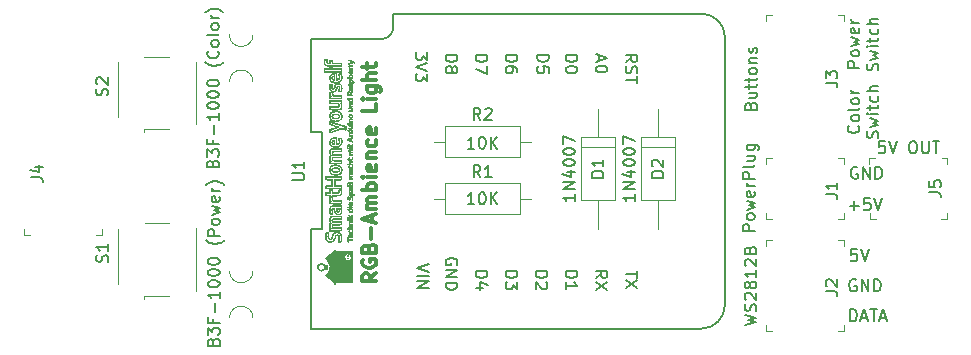
<source format=gbr>
G04 #@! TF.GenerationSoftware,KiCad,Pcbnew,9.0.1*
G04 #@! TF.CreationDate,2025-06-13T20:53:16+02:00*
G04 #@! TF.ProjectId,Hue_Ambience_clone,4875655f-416d-4626-9965-6e63655f636c,rev?*
G04 #@! TF.SameCoordinates,Original*
G04 #@! TF.FileFunction,Legend,Top*
G04 #@! TF.FilePolarity,Positive*
%FSLAX46Y46*%
G04 Gerber Fmt 4.6, Leading zero omitted, Abs format (unit mm)*
G04 Created by KiCad (PCBNEW 9.0.1) date 2025-06-13 20:53:16*
%MOMM*%
%LPD*%
G01*
G04 APERTURE LIST*
%ADD10C,0.150000*%
%ADD11C,0.300000*%
%ADD12C,0.100000*%
%ADD13C,0.010000*%
%ADD14C,0.120000*%
G04 APERTURE END LIST*
D10*
X143547180Y-102997095D02*
X143547180Y-103568523D01*
X142547180Y-103282809D02*
X143547180Y-103282809D01*
X143547180Y-103806619D02*
X142547180Y-104473285D01*
X143547180Y-104473285D02*
X142547180Y-103806619D01*
X140007180Y-103592333D02*
X140483371Y-103259000D01*
X140007180Y-103020905D02*
X141007180Y-103020905D01*
X141007180Y-103020905D02*
X141007180Y-103401857D01*
X141007180Y-103401857D02*
X140959561Y-103497095D01*
X140959561Y-103497095D02*
X140911942Y-103544714D01*
X140911942Y-103544714D02*
X140816704Y-103592333D01*
X140816704Y-103592333D02*
X140673847Y-103592333D01*
X140673847Y-103592333D02*
X140578609Y-103544714D01*
X140578609Y-103544714D02*
X140530990Y-103497095D01*
X140530990Y-103497095D02*
X140483371Y-103401857D01*
X140483371Y-103401857D02*
X140483371Y-103020905D01*
X141007180Y-103925667D02*
X140007180Y-104592333D01*
X141007180Y-104592333D02*
X140007180Y-103925667D01*
X137467180Y-103020905D02*
X138467180Y-103020905D01*
X138467180Y-103020905D02*
X138467180Y-103259000D01*
X138467180Y-103259000D02*
X138419561Y-103401857D01*
X138419561Y-103401857D02*
X138324323Y-103497095D01*
X138324323Y-103497095D02*
X138229085Y-103544714D01*
X138229085Y-103544714D02*
X138038609Y-103592333D01*
X138038609Y-103592333D02*
X137895752Y-103592333D01*
X137895752Y-103592333D02*
X137705276Y-103544714D01*
X137705276Y-103544714D02*
X137610038Y-103497095D01*
X137610038Y-103497095D02*
X137514800Y-103401857D01*
X137514800Y-103401857D02*
X137467180Y-103259000D01*
X137467180Y-103259000D02*
X137467180Y-103020905D01*
X137467180Y-104544714D02*
X137467180Y-103973286D01*
X137467180Y-104259000D02*
X138467180Y-104259000D01*
X138467180Y-104259000D02*
X138324323Y-104163762D01*
X138324323Y-104163762D02*
X138229085Y-104068524D01*
X138229085Y-104068524D02*
X138181466Y-103973286D01*
X134927180Y-103020905D02*
X135927180Y-103020905D01*
X135927180Y-103020905D02*
X135927180Y-103259000D01*
X135927180Y-103259000D02*
X135879561Y-103401857D01*
X135879561Y-103401857D02*
X135784323Y-103497095D01*
X135784323Y-103497095D02*
X135689085Y-103544714D01*
X135689085Y-103544714D02*
X135498609Y-103592333D01*
X135498609Y-103592333D02*
X135355752Y-103592333D01*
X135355752Y-103592333D02*
X135165276Y-103544714D01*
X135165276Y-103544714D02*
X135070038Y-103497095D01*
X135070038Y-103497095D02*
X134974800Y-103401857D01*
X134974800Y-103401857D02*
X134927180Y-103259000D01*
X134927180Y-103259000D02*
X134927180Y-103020905D01*
X135831942Y-103973286D02*
X135879561Y-104020905D01*
X135879561Y-104020905D02*
X135927180Y-104116143D01*
X135927180Y-104116143D02*
X135927180Y-104354238D01*
X135927180Y-104354238D02*
X135879561Y-104449476D01*
X135879561Y-104449476D02*
X135831942Y-104497095D01*
X135831942Y-104497095D02*
X135736704Y-104544714D01*
X135736704Y-104544714D02*
X135641466Y-104544714D01*
X135641466Y-104544714D02*
X135498609Y-104497095D01*
X135498609Y-104497095D02*
X134927180Y-103925667D01*
X134927180Y-103925667D02*
X134927180Y-104544714D01*
X132387180Y-103020905D02*
X133387180Y-103020905D01*
X133387180Y-103020905D02*
X133387180Y-103259000D01*
X133387180Y-103259000D02*
X133339561Y-103401857D01*
X133339561Y-103401857D02*
X133244323Y-103497095D01*
X133244323Y-103497095D02*
X133149085Y-103544714D01*
X133149085Y-103544714D02*
X132958609Y-103592333D01*
X132958609Y-103592333D02*
X132815752Y-103592333D01*
X132815752Y-103592333D02*
X132625276Y-103544714D01*
X132625276Y-103544714D02*
X132530038Y-103497095D01*
X132530038Y-103497095D02*
X132434800Y-103401857D01*
X132434800Y-103401857D02*
X132387180Y-103259000D01*
X132387180Y-103259000D02*
X132387180Y-103020905D01*
X133387180Y-103925667D02*
X133387180Y-104544714D01*
X133387180Y-104544714D02*
X133006228Y-104211381D01*
X133006228Y-104211381D02*
X133006228Y-104354238D01*
X133006228Y-104354238D02*
X132958609Y-104449476D01*
X132958609Y-104449476D02*
X132910990Y-104497095D01*
X132910990Y-104497095D02*
X132815752Y-104544714D01*
X132815752Y-104544714D02*
X132577657Y-104544714D01*
X132577657Y-104544714D02*
X132482419Y-104497095D01*
X132482419Y-104497095D02*
X132434800Y-104449476D01*
X132434800Y-104449476D02*
X132387180Y-104354238D01*
X132387180Y-104354238D02*
X132387180Y-104068524D01*
X132387180Y-104068524D02*
X132434800Y-103973286D01*
X132434800Y-103973286D02*
X132482419Y-103925667D01*
X129847180Y-103020905D02*
X130847180Y-103020905D01*
X130847180Y-103020905D02*
X130847180Y-103259000D01*
X130847180Y-103259000D02*
X130799561Y-103401857D01*
X130799561Y-103401857D02*
X130704323Y-103497095D01*
X130704323Y-103497095D02*
X130609085Y-103544714D01*
X130609085Y-103544714D02*
X130418609Y-103592333D01*
X130418609Y-103592333D02*
X130275752Y-103592333D01*
X130275752Y-103592333D02*
X130085276Y-103544714D01*
X130085276Y-103544714D02*
X129990038Y-103497095D01*
X129990038Y-103497095D02*
X129894800Y-103401857D01*
X129894800Y-103401857D02*
X129847180Y-103259000D01*
X129847180Y-103259000D02*
X129847180Y-103020905D01*
X130513847Y-104449476D02*
X129847180Y-104449476D01*
X130894800Y-104211381D02*
X130180514Y-103973286D01*
X130180514Y-103973286D02*
X130180514Y-104592333D01*
X142547180Y-85304380D02*
X143023371Y-84971047D01*
X142547180Y-84732952D02*
X143547180Y-84732952D01*
X143547180Y-84732952D02*
X143547180Y-85113904D01*
X143547180Y-85113904D02*
X143499561Y-85209142D01*
X143499561Y-85209142D02*
X143451942Y-85256761D01*
X143451942Y-85256761D02*
X143356704Y-85304380D01*
X143356704Y-85304380D02*
X143213847Y-85304380D01*
X143213847Y-85304380D02*
X143118609Y-85256761D01*
X143118609Y-85256761D02*
X143070990Y-85209142D01*
X143070990Y-85209142D02*
X143023371Y-85113904D01*
X143023371Y-85113904D02*
X143023371Y-84732952D01*
X142594800Y-85685333D02*
X142547180Y-85828190D01*
X142547180Y-85828190D02*
X142547180Y-86066285D01*
X142547180Y-86066285D02*
X142594800Y-86161523D01*
X142594800Y-86161523D02*
X142642419Y-86209142D01*
X142642419Y-86209142D02*
X142737657Y-86256761D01*
X142737657Y-86256761D02*
X142832895Y-86256761D01*
X142832895Y-86256761D02*
X142928133Y-86209142D01*
X142928133Y-86209142D02*
X142975752Y-86161523D01*
X142975752Y-86161523D02*
X143023371Y-86066285D01*
X143023371Y-86066285D02*
X143070990Y-85875809D01*
X143070990Y-85875809D02*
X143118609Y-85780571D01*
X143118609Y-85780571D02*
X143166228Y-85732952D01*
X143166228Y-85732952D02*
X143261466Y-85685333D01*
X143261466Y-85685333D02*
X143356704Y-85685333D01*
X143356704Y-85685333D02*
X143451942Y-85732952D01*
X143451942Y-85732952D02*
X143499561Y-85780571D01*
X143499561Y-85780571D02*
X143547180Y-85875809D01*
X143547180Y-85875809D02*
X143547180Y-86113904D01*
X143547180Y-86113904D02*
X143499561Y-86256761D01*
X143547180Y-86542476D02*
X143547180Y-87113904D01*
X142547180Y-86828190D02*
X143547180Y-86828190D01*
X140292895Y-84756714D02*
X140292895Y-85232904D01*
X140007180Y-84661476D02*
X141007180Y-84994809D01*
X141007180Y-84994809D02*
X140007180Y-85328142D01*
X141007180Y-85851952D02*
X141007180Y-85947190D01*
X141007180Y-85947190D02*
X140959561Y-86042428D01*
X140959561Y-86042428D02*
X140911942Y-86090047D01*
X140911942Y-86090047D02*
X140816704Y-86137666D01*
X140816704Y-86137666D02*
X140626228Y-86185285D01*
X140626228Y-86185285D02*
X140388133Y-86185285D01*
X140388133Y-86185285D02*
X140197657Y-86137666D01*
X140197657Y-86137666D02*
X140102419Y-86090047D01*
X140102419Y-86090047D02*
X140054800Y-86042428D01*
X140054800Y-86042428D02*
X140007180Y-85947190D01*
X140007180Y-85947190D02*
X140007180Y-85851952D01*
X140007180Y-85851952D02*
X140054800Y-85756714D01*
X140054800Y-85756714D02*
X140102419Y-85709095D01*
X140102419Y-85709095D02*
X140197657Y-85661476D01*
X140197657Y-85661476D02*
X140388133Y-85613857D01*
X140388133Y-85613857D02*
X140626228Y-85613857D01*
X140626228Y-85613857D02*
X140816704Y-85661476D01*
X140816704Y-85661476D02*
X140911942Y-85709095D01*
X140911942Y-85709095D02*
X140959561Y-85756714D01*
X140959561Y-85756714D02*
X141007180Y-85851952D01*
X137467180Y-84732905D02*
X138467180Y-84732905D01*
X138467180Y-84732905D02*
X138467180Y-84971000D01*
X138467180Y-84971000D02*
X138419561Y-85113857D01*
X138419561Y-85113857D02*
X138324323Y-85209095D01*
X138324323Y-85209095D02*
X138229085Y-85256714D01*
X138229085Y-85256714D02*
X138038609Y-85304333D01*
X138038609Y-85304333D02*
X137895752Y-85304333D01*
X137895752Y-85304333D02*
X137705276Y-85256714D01*
X137705276Y-85256714D02*
X137610038Y-85209095D01*
X137610038Y-85209095D02*
X137514800Y-85113857D01*
X137514800Y-85113857D02*
X137467180Y-84971000D01*
X137467180Y-84971000D02*
X137467180Y-84732905D01*
X138467180Y-85923381D02*
X138467180Y-86018619D01*
X138467180Y-86018619D02*
X138419561Y-86113857D01*
X138419561Y-86113857D02*
X138371942Y-86161476D01*
X138371942Y-86161476D02*
X138276704Y-86209095D01*
X138276704Y-86209095D02*
X138086228Y-86256714D01*
X138086228Y-86256714D02*
X137848133Y-86256714D01*
X137848133Y-86256714D02*
X137657657Y-86209095D01*
X137657657Y-86209095D02*
X137562419Y-86161476D01*
X137562419Y-86161476D02*
X137514800Y-86113857D01*
X137514800Y-86113857D02*
X137467180Y-86018619D01*
X137467180Y-86018619D02*
X137467180Y-85923381D01*
X137467180Y-85923381D02*
X137514800Y-85828143D01*
X137514800Y-85828143D02*
X137562419Y-85780524D01*
X137562419Y-85780524D02*
X137657657Y-85732905D01*
X137657657Y-85732905D02*
X137848133Y-85685286D01*
X137848133Y-85685286D02*
X138086228Y-85685286D01*
X138086228Y-85685286D02*
X138276704Y-85732905D01*
X138276704Y-85732905D02*
X138371942Y-85780524D01*
X138371942Y-85780524D02*
X138419561Y-85828143D01*
X138419561Y-85828143D02*
X138467180Y-85923381D01*
X135054180Y-84732905D02*
X136054180Y-84732905D01*
X136054180Y-84732905D02*
X136054180Y-84971000D01*
X136054180Y-84971000D02*
X136006561Y-85113857D01*
X136006561Y-85113857D02*
X135911323Y-85209095D01*
X135911323Y-85209095D02*
X135816085Y-85256714D01*
X135816085Y-85256714D02*
X135625609Y-85304333D01*
X135625609Y-85304333D02*
X135482752Y-85304333D01*
X135482752Y-85304333D02*
X135292276Y-85256714D01*
X135292276Y-85256714D02*
X135197038Y-85209095D01*
X135197038Y-85209095D02*
X135101800Y-85113857D01*
X135101800Y-85113857D02*
X135054180Y-84971000D01*
X135054180Y-84971000D02*
X135054180Y-84732905D01*
X136054180Y-86209095D02*
X136054180Y-85732905D01*
X136054180Y-85732905D02*
X135577990Y-85685286D01*
X135577990Y-85685286D02*
X135625609Y-85732905D01*
X135625609Y-85732905D02*
X135673228Y-85828143D01*
X135673228Y-85828143D02*
X135673228Y-86066238D01*
X135673228Y-86066238D02*
X135625609Y-86161476D01*
X135625609Y-86161476D02*
X135577990Y-86209095D01*
X135577990Y-86209095D02*
X135482752Y-86256714D01*
X135482752Y-86256714D02*
X135244657Y-86256714D01*
X135244657Y-86256714D02*
X135149419Y-86209095D01*
X135149419Y-86209095D02*
X135101800Y-86161476D01*
X135101800Y-86161476D02*
X135054180Y-86066238D01*
X135054180Y-86066238D02*
X135054180Y-85828143D01*
X135054180Y-85828143D02*
X135101800Y-85732905D01*
X135101800Y-85732905D02*
X135149419Y-85685286D01*
X132387180Y-84732905D02*
X133387180Y-84732905D01*
X133387180Y-84732905D02*
X133387180Y-84971000D01*
X133387180Y-84971000D02*
X133339561Y-85113857D01*
X133339561Y-85113857D02*
X133244323Y-85209095D01*
X133244323Y-85209095D02*
X133149085Y-85256714D01*
X133149085Y-85256714D02*
X132958609Y-85304333D01*
X132958609Y-85304333D02*
X132815752Y-85304333D01*
X132815752Y-85304333D02*
X132625276Y-85256714D01*
X132625276Y-85256714D02*
X132530038Y-85209095D01*
X132530038Y-85209095D02*
X132434800Y-85113857D01*
X132434800Y-85113857D02*
X132387180Y-84971000D01*
X132387180Y-84971000D02*
X132387180Y-84732905D01*
X133387180Y-86161476D02*
X133387180Y-85971000D01*
X133387180Y-85971000D02*
X133339561Y-85875762D01*
X133339561Y-85875762D02*
X133291942Y-85828143D01*
X133291942Y-85828143D02*
X133149085Y-85732905D01*
X133149085Y-85732905D02*
X132958609Y-85685286D01*
X132958609Y-85685286D02*
X132577657Y-85685286D01*
X132577657Y-85685286D02*
X132482419Y-85732905D01*
X132482419Y-85732905D02*
X132434800Y-85780524D01*
X132434800Y-85780524D02*
X132387180Y-85875762D01*
X132387180Y-85875762D02*
X132387180Y-86066238D01*
X132387180Y-86066238D02*
X132434800Y-86161476D01*
X132434800Y-86161476D02*
X132482419Y-86209095D01*
X132482419Y-86209095D02*
X132577657Y-86256714D01*
X132577657Y-86256714D02*
X132815752Y-86256714D01*
X132815752Y-86256714D02*
X132910990Y-86209095D01*
X132910990Y-86209095D02*
X132958609Y-86161476D01*
X132958609Y-86161476D02*
X133006228Y-86066238D01*
X133006228Y-86066238D02*
X133006228Y-85875762D01*
X133006228Y-85875762D02*
X132958609Y-85780524D01*
X132958609Y-85780524D02*
X132910990Y-85732905D01*
X132910990Y-85732905D02*
X132815752Y-85685286D01*
X129847180Y-84732905D02*
X130847180Y-84732905D01*
X130847180Y-84732905D02*
X130847180Y-84971000D01*
X130847180Y-84971000D02*
X130799561Y-85113857D01*
X130799561Y-85113857D02*
X130704323Y-85209095D01*
X130704323Y-85209095D02*
X130609085Y-85256714D01*
X130609085Y-85256714D02*
X130418609Y-85304333D01*
X130418609Y-85304333D02*
X130275752Y-85304333D01*
X130275752Y-85304333D02*
X130085276Y-85256714D01*
X130085276Y-85256714D02*
X129990038Y-85209095D01*
X129990038Y-85209095D02*
X129894800Y-85113857D01*
X129894800Y-85113857D02*
X129847180Y-84971000D01*
X129847180Y-84971000D02*
X129847180Y-84732905D01*
X130847180Y-85637667D02*
X130847180Y-86304333D01*
X130847180Y-86304333D02*
X129847180Y-85875762D01*
X127307180Y-84732905D02*
X128307180Y-84732905D01*
X128307180Y-84732905D02*
X128307180Y-84971000D01*
X128307180Y-84971000D02*
X128259561Y-85113857D01*
X128259561Y-85113857D02*
X128164323Y-85209095D01*
X128164323Y-85209095D02*
X128069085Y-85256714D01*
X128069085Y-85256714D02*
X127878609Y-85304333D01*
X127878609Y-85304333D02*
X127735752Y-85304333D01*
X127735752Y-85304333D02*
X127545276Y-85256714D01*
X127545276Y-85256714D02*
X127450038Y-85209095D01*
X127450038Y-85209095D02*
X127354800Y-85113857D01*
X127354800Y-85113857D02*
X127307180Y-84971000D01*
X127307180Y-84971000D02*
X127307180Y-84732905D01*
X127878609Y-85875762D02*
X127926228Y-85780524D01*
X127926228Y-85780524D02*
X127973847Y-85732905D01*
X127973847Y-85732905D02*
X128069085Y-85685286D01*
X128069085Y-85685286D02*
X128116704Y-85685286D01*
X128116704Y-85685286D02*
X128211942Y-85732905D01*
X128211942Y-85732905D02*
X128259561Y-85780524D01*
X128259561Y-85780524D02*
X128307180Y-85875762D01*
X128307180Y-85875762D02*
X128307180Y-86066238D01*
X128307180Y-86066238D02*
X128259561Y-86161476D01*
X128259561Y-86161476D02*
X128211942Y-86209095D01*
X128211942Y-86209095D02*
X128116704Y-86256714D01*
X128116704Y-86256714D02*
X128069085Y-86256714D01*
X128069085Y-86256714D02*
X127973847Y-86209095D01*
X127973847Y-86209095D02*
X127926228Y-86161476D01*
X127926228Y-86161476D02*
X127878609Y-86066238D01*
X127878609Y-86066238D02*
X127878609Y-85875762D01*
X127878609Y-85875762D02*
X127830990Y-85780524D01*
X127830990Y-85780524D02*
X127783371Y-85732905D01*
X127783371Y-85732905D02*
X127688133Y-85685286D01*
X127688133Y-85685286D02*
X127497657Y-85685286D01*
X127497657Y-85685286D02*
X127402419Y-85732905D01*
X127402419Y-85732905D02*
X127354800Y-85780524D01*
X127354800Y-85780524D02*
X127307180Y-85875762D01*
X127307180Y-85875762D02*
X127307180Y-86066238D01*
X127307180Y-86066238D02*
X127354800Y-86161476D01*
X127354800Y-86161476D02*
X127402419Y-86209095D01*
X127402419Y-86209095D02*
X127497657Y-86256714D01*
X127497657Y-86256714D02*
X127688133Y-86256714D01*
X127688133Y-86256714D02*
X127783371Y-86209095D01*
X127783371Y-86209095D02*
X127830990Y-86161476D01*
X127830990Y-86161476D02*
X127878609Y-86066238D01*
D11*
X121443542Y-103199141D02*
X120872114Y-103599141D01*
X121443542Y-103884855D02*
X120243542Y-103884855D01*
X120243542Y-103884855D02*
X120243542Y-103427712D01*
X120243542Y-103427712D02*
X120300685Y-103313427D01*
X120300685Y-103313427D02*
X120357828Y-103256284D01*
X120357828Y-103256284D02*
X120472114Y-103199141D01*
X120472114Y-103199141D02*
X120643542Y-103199141D01*
X120643542Y-103199141D02*
X120757828Y-103256284D01*
X120757828Y-103256284D02*
X120814971Y-103313427D01*
X120814971Y-103313427D02*
X120872114Y-103427712D01*
X120872114Y-103427712D02*
X120872114Y-103884855D01*
X120300685Y-102056284D02*
X120243542Y-102170570D01*
X120243542Y-102170570D02*
X120243542Y-102341998D01*
X120243542Y-102341998D02*
X120300685Y-102513427D01*
X120300685Y-102513427D02*
X120414971Y-102627712D01*
X120414971Y-102627712D02*
X120529257Y-102684855D01*
X120529257Y-102684855D02*
X120757828Y-102741998D01*
X120757828Y-102741998D02*
X120929257Y-102741998D01*
X120929257Y-102741998D02*
X121157828Y-102684855D01*
X121157828Y-102684855D02*
X121272114Y-102627712D01*
X121272114Y-102627712D02*
X121386400Y-102513427D01*
X121386400Y-102513427D02*
X121443542Y-102341998D01*
X121443542Y-102341998D02*
X121443542Y-102227712D01*
X121443542Y-102227712D02*
X121386400Y-102056284D01*
X121386400Y-102056284D02*
X121329257Y-101999141D01*
X121329257Y-101999141D02*
X120929257Y-101999141D01*
X120929257Y-101999141D02*
X120929257Y-102227712D01*
X120814971Y-101084855D02*
X120872114Y-100913427D01*
X120872114Y-100913427D02*
X120929257Y-100856284D01*
X120929257Y-100856284D02*
X121043542Y-100799141D01*
X121043542Y-100799141D02*
X121214971Y-100799141D01*
X121214971Y-100799141D02*
X121329257Y-100856284D01*
X121329257Y-100856284D02*
X121386400Y-100913427D01*
X121386400Y-100913427D02*
X121443542Y-101027712D01*
X121443542Y-101027712D02*
X121443542Y-101484855D01*
X121443542Y-101484855D02*
X120243542Y-101484855D01*
X120243542Y-101484855D02*
X120243542Y-101084855D01*
X120243542Y-101084855D02*
X120300685Y-100970570D01*
X120300685Y-100970570D02*
X120357828Y-100913427D01*
X120357828Y-100913427D02*
X120472114Y-100856284D01*
X120472114Y-100856284D02*
X120586400Y-100856284D01*
X120586400Y-100856284D02*
X120700685Y-100913427D01*
X120700685Y-100913427D02*
X120757828Y-100970570D01*
X120757828Y-100970570D02*
X120814971Y-101084855D01*
X120814971Y-101084855D02*
X120814971Y-101484855D01*
X120986400Y-100284855D02*
X120986400Y-99370570D01*
X121100685Y-98856284D02*
X121100685Y-98284856D01*
X121443542Y-98970570D02*
X120243542Y-98570570D01*
X120243542Y-98570570D02*
X121443542Y-98170570D01*
X121443542Y-97770570D02*
X120643542Y-97770570D01*
X120757828Y-97770570D02*
X120700685Y-97713427D01*
X120700685Y-97713427D02*
X120643542Y-97599142D01*
X120643542Y-97599142D02*
X120643542Y-97427713D01*
X120643542Y-97427713D02*
X120700685Y-97313427D01*
X120700685Y-97313427D02*
X120814971Y-97256285D01*
X120814971Y-97256285D02*
X121443542Y-97256285D01*
X120814971Y-97256285D02*
X120700685Y-97199142D01*
X120700685Y-97199142D02*
X120643542Y-97084856D01*
X120643542Y-97084856D02*
X120643542Y-96913427D01*
X120643542Y-96913427D02*
X120700685Y-96799142D01*
X120700685Y-96799142D02*
X120814971Y-96741999D01*
X120814971Y-96741999D02*
X121443542Y-96741999D01*
X121443542Y-96170570D02*
X120243542Y-96170570D01*
X120700685Y-96170570D02*
X120643542Y-96056285D01*
X120643542Y-96056285D02*
X120643542Y-95827713D01*
X120643542Y-95827713D02*
X120700685Y-95713427D01*
X120700685Y-95713427D02*
X120757828Y-95656285D01*
X120757828Y-95656285D02*
X120872114Y-95599142D01*
X120872114Y-95599142D02*
X121214971Y-95599142D01*
X121214971Y-95599142D02*
X121329257Y-95656285D01*
X121329257Y-95656285D02*
X121386400Y-95713427D01*
X121386400Y-95713427D02*
X121443542Y-95827713D01*
X121443542Y-95827713D02*
X121443542Y-96056285D01*
X121443542Y-96056285D02*
X121386400Y-96170570D01*
X121443542Y-95084856D02*
X120643542Y-95084856D01*
X120243542Y-95084856D02*
X120300685Y-95141999D01*
X120300685Y-95141999D02*
X120357828Y-95084856D01*
X120357828Y-95084856D02*
X120300685Y-95027713D01*
X120300685Y-95027713D02*
X120243542Y-95084856D01*
X120243542Y-95084856D02*
X120357828Y-95084856D01*
X121386400Y-94056284D02*
X121443542Y-94170570D01*
X121443542Y-94170570D02*
X121443542Y-94399142D01*
X121443542Y-94399142D02*
X121386400Y-94513427D01*
X121386400Y-94513427D02*
X121272114Y-94570570D01*
X121272114Y-94570570D02*
X120814971Y-94570570D01*
X120814971Y-94570570D02*
X120700685Y-94513427D01*
X120700685Y-94513427D02*
X120643542Y-94399142D01*
X120643542Y-94399142D02*
X120643542Y-94170570D01*
X120643542Y-94170570D02*
X120700685Y-94056284D01*
X120700685Y-94056284D02*
X120814971Y-93999142D01*
X120814971Y-93999142D02*
X120929257Y-93999142D01*
X120929257Y-93999142D02*
X121043542Y-94570570D01*
X120643542Y-93484856D02*
X121443542Y-93484856D01*
X120757828Y-93484856D02*
X120700685Y-93427713D01*
X120700685Y-93427713D02*
X120643542Y-93313428D01*
X120643542Y-93313428D02*
X120643542Y-93141999D01*
X120643542Y-93141999D02*
X120700685Y-93027713D01*
X120700685Y-93027713D02*
X120814971Y-92970571D01*
X120814971Y-92970571D02*
X121443542Y-92970571D01*
X121386400Y-91884857D02*
X121443542Y-91999142D01*
X121443542Y-91999142D02*
X121443542Y-92227714D01*
X121443542Y-92227714D02*
X121386400Y-92341999D01*
X121386400Y-92341999D02*
X121329257Y-92399142D01*
X121329257Y-92399142D02*
X121214971Y-92456285D01*
X121214971Y-92456285D02*
X120872114Y-92456285D01*
X120872114Y-92456285D02*
X120757828Y-92399142D01*
X120757828Y-92399142D02*
X120700685Y-92341999D01*
X120700685Y-92341999D02*
X120643542Y-92227714D01*
X120643542Y-92227714D02*
X120643542Y-91999142D01*
X120643542Y-91999142D02*
X120700685Y-91884857D01*
X121386400Y-90913428D02*
X121443542Y-91027714D01*
X121443542Y-91027714D02*
X121443542Y-91256286D01*
X121443542Y-91256286D02*
X121386400Y-91370571D01*
X121386400Y-91370571D02*
X121272114Y-91427714D01*
X121272114Y-91427714D02*
X120814971Y-91427714D01*
X120814971Y-91427714D02*
X120700685Y-91370571D01*
X120700685Y-91370571D02*
X120643542Y-91256286D01*
X120643542Y-91256286D02*
X120643542Y-91027714D01*
X120643542Y-91027714D02*
X120700685Y-90913428D01*
X120700685Y-90913428D02*
X120814971Y-90856286D01*
X120814971Y-90856286D02*
X120929257Y-90856286D01*
X120929257Y-90856286D02*
X121043542Y-91427714D01*
X121443542Y-88856286D02*
X121443542Y-89427714D01*
X121443542Y-89427714D02*
X120243542Y-89427714D01*
X121443542Y-88456285D02*
X120643542Y-88456285D01*
X120243542Y-88456285D02*
X120300685Y-88513428D01*
X120300685Y-88513428D02*
X120357828Y-88456285D01*
X120357828Y-88456285D02*
X120300685Y-88399142D01*
X120300685Y-88399142D02*
X120243542Y-88456285D01*
X120243542Y-88456285D02*
X120357828Y-88456285D01*
X120643542Y-87370571D02*
X121614971Y-87370571D01*
X121614971Y-87370571D02*
X121729257Y-87427713D01*
X121729257Y-87427713D02*
X121786400Y-87484856D01*
X121786400Y-87484856D02*
X121843542Y-87599142D01*
X121843542Y-87599142D02*
X121843542Y-87770571D01*
X121843542Y-87770571D02*
X121786400Y-87884856D01*
X121386400Y-87370571D02*
X121443542Y-87484856D01*
X121443542Y-87484856D02*
X121443542Y-87713428D01*
X121443542Y-87713428D02*
X121386400Y-87827713D01*
X121386400Y-87827713D02*
X121329257Y-87884856D01*
X121329257Y-87884856D02*
X121214971Y-87941999D01*
X121214971Y-87941999D02*
X120872114Y-87941999D01*
X120872114Y-87941999D02*
X120757828Y-87884856D01*
X120757828Y-87884856D02*
X120700685Y-87827713D01*
X120700685Y-87827713D02*
X120643542Y-87713428D01*
X120643542Y-87713428D02*
X120643542Y-87484856D01*
X120643542Y-87484856D02*
X120700685Y-87370571D01*
X121443542Y-86799142D02*
X120243542Y-86799142D01*
X121443542Y-86284857D02*
X120814971Y-86284857D01*
X120814971Y-86284857D02*
X120700685Y-86341999D01*
X120700685Y-86341999D02*
X120643542Y-86456285D01*
X120643542Y-86456285D02*
X120643542Y-86627714D01*
X120643542Y-86627714D02*
X120700685Y-86741999D01*
X120700685Y-86741999D02*
X120757828Y-86799142D01*
X120643542Y-85884857D02*
X120643542Y-85427714D01*
X120243542Y-85713428D02*
X121272114Y-85713428D01*
X121272114Y-85713428D02*
X121386400Y-85656285D01*
X121386400Y-85656285D02*
X121443542Y-85542000D01*
X121443542Y-85542000D02*
X121443542Y-85427714D01*
D10*
X129738523Y-97355819D02*
X129167095Y-97355819D01*
X129452809Y-97355819D02*
X129452809Y-96355819D01*
X129452809Y-96355819D02*
X129357571Y-96498676D01*
X129357571Y-96498676D02*
X129262333Y-96593914D01*
X129262333Y-96593914D02*
X129167095Y-96641533D01*
X130357571Y-96355819D02*
X130452809Y-96355819D01*
X130452809Y-96355819D02*
X130548047Y-96403438D01*
X130548047Y-96403438D02*
X130595666Y-96451057D01*
X130595666Y-96451057D02*
X130643285Y-96546295D01*
X130643285Y-96546295D02*
X130690904Y-96736771D01*
X130690904Y-96736771D02*
X130690904Y-96974866D01*
X130690904Y-96974866D02*
X130643285Y-97165342D01*
X130643285Y-97165342D02*
X130595666Y-97260580D01*
X130595666Y-97260580D02*
X130548047Y-97308200D01*
X130548047Y-97308200D02*
X130452809Y-97355819D01*
X130452809Y-97355819D02*
X130357571Y-97355819D01*
X130357571Y-97355819D02*
X130262333Y-97308200D01*
X130262333Y-97308200D02*
X130214714Y-97260580D01*
X130214714Y-97260580D02*
X130167095Y-97165342D01*
X130167095Y-97165342D02*
X130119476Y-96974866D01*
X130119476Y-96974866D02*
X130119476Y-96736771D01*
X130119476Y-96736771D02*
X130167095Y-96546295D01*
X130167095Y-96546295D02*
X130214714Y-96451057D01*
X130214714Y-96451057D02*
X130262333Y-96403438D01*
X130262333Y-96403438D02*
X130357571Y-96355819D01*
X131119476Y-97355819D02*
X131119476Y-96355819D01*
X131690904Y-97355819D02*
X131262333Y-96784390D01*
X131690904Y-96355819D02*
X131119476Y-96927247D01*
X129738523Y-92656819D02*
X129167095Y-92656819D01*
X129452809Y-92656819D02*
X129452809Y-91656819D01*
X129452809Y-91656819D02*
X129357571Y-91799676D01*
X129357571Y-91799676D02*
X129262333Y-91894914D01*
X129262333Y-91894914D02*
X129167095Y-91942533D01*
X130357571Y-91656819D02*
X130452809Y-91656819D01*
X130452809Y-91656819D02*
X130548047Y-91704438D01*
X130548047Y-91704438D02*
X130595666Y-91752057D01*
X130595666Y-91752057D02*
X130643285Y-91847295D01*
X130643285Y-91847295D02*
X130690904Y-92037771D01*
X130690904Y-92037771D02*
X130690904Y-92275866D01*
X130690904Y-92275866D02*
X130643285Y-92466342D01*
X130643285Y-92466342D02*
X130595666Y-92561580D01*
X130595666Y-92561580D02*
X130548047Y-92609200D01*
X130548047Y-92609200D02*
X130452809Y-92656819D01*
X130452809Y-92656819D02*
X130357571Y-92656819D01*
X130357571Y-92656819D02*
X130262333Y-92609200D01*
X130262333Y-92609200D02*
X130214714Y-92561580D01*
X130214714Y-92561580D02*
X130167095Y-92466342D01*
X130167095Y-92466342D02*
X130119476Y-92275866D01*
X130119476Y-92275866D02*
X130119476Y-92037771D01*
X130119476Y-92037771D02*
X130167095Y-91847295D01*
X130167095Y-91847295D02*
X130214714Y-91752057D01*
X130214714Y-91752057D02*
X130262333Y-91704438D01*
X130262333Y-91704438D02*
X130357571Y-91656819D01*
X131119476Y-92656819D02*
X131119476Y-91656819D01*
X131690904Y-92656819D02*
X131262333Y-92085390D01*
X131690904Y-91656819D02*
X131119476Y-92228247D01*
X138249819Y-96503857D02*
X138249819Y-97075285D01*
X138249819Y-96789571D02*
X137249819Y-96789571D01*
X137249819Y-96789571D02*
X137392676Y-96884809D01*
X137392676Y-96884809D02*
X137487914Y-96980047D01*
X137487914Y-96980047D02*
X137535533Y-97075285D01*
X138249819Y-96075285D02*
X137249819Y-96075285D01*
X137249819Y-96075285D02*
X138249819Y-95503857D01*
X138249819Y-95503857D02*
X137249819Y-95503857D01*
X137583152Y-94599095D02*
X138249819Y-94599095D01*
X137202200Y-94837190D02*
X137916485Y-95075285D01*
X137916485Y-95075285D02*
X137916485Y-94456238D01*
X137249819Y-93884809D02*
X137249819Y-93789571D01*
X137249819Y-93789571D02*
X137297438Y-93694333D01*
X137297438Y-93694333D02*
X137345057Y-93646714D01*
X137345057Y-93646714D02*
X137440295Y-93599095D01*
X137440295Y-93599095D02*
X137630771Y-93551476D01*
X137630771Y-93551476D02*
X137868866Y-93551476D01*
X137868866Y-93551476D02*
X138059342Y-93599095D01*
X138059342Y-93599095D02*
X138154580Y-93646714D01*
X138154580Y-93646714D02*
X138202200Y-93694333D01*
X138202200Y-93694333D02*
X138249819Y-93789571D01*
X138249819Y-93789571D02*
X138249819Y-93884809D01*
X138249819Y-93884809D02*
X138202200Y-93980047D01*
X138202200Y-93980047D02*
X138154580Y-94027666D01*
X138154580Y-94027666D02*
X138059342Y-94075285D01*
X138059342Y-94075285D02*
X137868866Y-94122904D01*
X137868866Y-94122904D02*
X137630771Y-94122904D01*
X137630771Y-94122904D02*
X137440295Y-94075285D01*
X137440295Y-94075285D02*
X137345057Y-94027666D01*
X137345057Y-94027666D02*
X137297438Y-93980047D01*
X137297438Y-93980047D02*
X137249819Y-93884809D01*
X137249819Y-92932428D02*
X137249819Y-92837190D01*
X137249819Y-92837190D02*
X137297438Y-92741952D01*
X137297438Y-92741952D02*
X137345057Y-92694333D01*
X137345057Y-92694333D02*
X137440295Y-92646714D01*
X137440295Y-92646714D02*
X137630771Y-92599095D01*
X137630771Y-92599095D02*
X137868866Y-92599095D01*
X137868866Y-92599095D02*
X138059342Y-92646714D01*
X138059342Y-92646714D02*
X138154580Y-92694333D01*
X138154580Y-92694333D02*
X138202200Y-92741952D01*
X138202200Y-92741952D02*
X138249819Y-92837190D01*
X138249819Y-92837190D02*
X138249819Y-92932428D01*
X138249819Y-92932428D02*
X138202200Y-93027666D01*
X138202200Y-93027666D02*
X138154580Y-93075285D01*
X138154580Y-93075285D02*
X138059342Y-93122904D01*
X138059342Y-93122904D02*
X137868866Y-93170523D01*
X137868866Y-93170523D02*
X137630771Y-93170523D01*
X137630771Y-93170523D02*
X137440295Y-93122904D01*
X137440295Y-93122904D02*
X137345057Y-93075285D01*
X137345057Y-93075285D02*
X137297438Y-93027666D01*
X137297438Y-93027666D02*
X137249819Y-92932428D01*
X137249819Y-92265761D02*
X137249819Y-91599095D01*
X137249819Y-91599095D02*
X138249819Y-92027666D01*
X143329819Y-96503857D02*
X143329819Y-97075285D01*
X143329819Y-96789571D02*
X142329819Y-96789571D01*
X142329819Y-96789571D02*
X142472676Y-96884809D01*
X142472676Y-96884809D02*
X142567914Y-96980047D01*
X142567914Y-96980047D02*
X142615533Y-97075285D01*
X143329819Y-96075285D02*
X142329819Y-96075285D01*
X142329819Y-96075285D02*
X143329819Y-95503857D01*
X143329819Y-95503857D02*
X142329819Y-95503857D01*
X142663152Y-94599095D02*
X143329819Y-94599095D01*
X142282200Y-94837190D02*
X142996485Y-95075285D01*
X142996485Y-95075285D02*
X142996485Y-94456238D01*
X142329819Y-93884809D02*
X142329819Y-93789571D01*
X142329819Y-93789571D02*
X142377438Y-93694333D01*
X142377438Y-93694333D02*
X142425057Y-93646714D01*
X142425057Y-93646714D02*
X142520295Y-93599095D01*
X142520295Y-93599095D02*
X142710771Y-93551476D01*
X142710771Y-93551476D02*
X142948866Y-93551476D01*
X142948866Y-93551476D02*
X143139342Y-93599095D01*
X143139342Y-93599095D02*
X143234580Y-93646714D01*
X143234580Y-93646714D02*
X143282200Y-93694333D01*
X143282200Y-93694333D02*
X143329819Y-93789571D01*
X143329819Y-93789571D02*
X143329819Y-93884809D01*
X143329819Y-93884809D02*
X143282200Y-93980047D01*
X143282200Y-93980047D02*
X143234580Y-94027666D01*
X143234580Y-94027666D02*
X143139342Y-94075285D01*
X143139342Y-94075285D02*
X142948866Y-94122904D01*
X142948866Y-94122904D02*
X142710771Y-94122904D01*
X142710771Y-94122904D02*
X142520295Y-94075285D01*
X142520295Y-94075285D02*
X142425057Y-94027666D01*
X142425057Y-94027666D02*
X142377438Y-93980047D01*
X142377438Y-93980047D02*
X142329819Y-93884809D01*
X142329819Y-92932428D02*
X142329819Y-92837190D01*
X142329819Y-92837190D02*
X142377438Y-92741952D01*
X142377438Y-92741952D02*
X142425057Y-92694333D01*
X142425057Y-92694333D02*
X142520295Y-92646714D01*
X142520295Y-92646714D02*
X142710771Y-92599095D01*
X142710771Y-92599095D02*
X142948866Y-92599095D01*
X142948866Y-92599095D02*
X143139342Y-92646714D01*
X143139342Y-92646714D02*
X143234580Y-92694333D01*
X143234580Y-92694333D02*
X143282200Y-92741952D01*
X143282200Y-92741952D02*
X143329819Y-92837190D01*
X143329819Y-92837190D02*
X143329819Y-92932428D01*
X143329819Y-92932428D02*
X143282200Y-93027666D01*
X143282200Y-93027666D02*
X143234580Y-93075285D01*
X143234580Y-93075285D02*
X143139342Y-93122904D01*
X143139342Y-93122904D02*
X142948866Y-93170523D01*
X142948866Y-93170523D02*
X142710771Y-93170523D01*
X142710771Y-93170523D02*
X142520295Y-93122904D01*
X142520295Y-93122904D02*
X142425057Y-93075285D01*
X142425057Y-93075285D02*
X142377438Y-93027666D01*
X142377438Y-93027666D02*
X142329819Y-92932428D01*
X142329819Y-92265761D02*
X142329819Y-91599095D01*
X142329819Y-91599095D02*
X143329819Y-92027666D01*
X164496999Y-92037819D02*
X164020809Y-92037819D01*
X164020809Y-92037819D02*
X163973190Y-92514009D01*
X163973190Y-92514009D02*
X164020809Y-92466390D01*
X164020809Y-92466390D02*
X164116047Y-92418771D01*
X164116047Y-92418771D02*
X164354142Y-92418771D01*
X164354142Y-92418771D02*
X164449380Y-92466390D01*
X164449380Y-92466390D02*
X164496999Y-92514009D01*
X164496999Y-92514009D02*
X164544618Y-92609247D01*
X164544618Y-92609247D02*
X164544618Y-92847342D01*
X164544618Y-92847342D02*
X164496999Y-92942580D01*
X164496999Y-92942580D02*
X164449380Y-92990200D01*
X164449380Y-92990200D02*
X164354142Y-93037819D01*
X164354142Y-93037819D02*
X164116047Y-93037819D01*
X164116047Y-93037819D02*
X164020809Y-92990200D01*
X164020809Y-92990200D02*
X163973190Y-92942580D01*
X164830333Y-92037819D02*
X165163666Y-93037819D01*
X165163666Y-93037819D02*
X165496999Y-92037819D01*
X166782714Y-92037819D02*
X166973190Y-92037819D01*
X166973190Y-92037819D02*
X167068428Y-92085438D01*
X167068428Y-92085438D02*
X167163666Y-92180676D01*
X167163666Y-92180676D02*
X167211285Y-92371152D01*
X167211285Y-92371152D02*
X167211285Y-92704485D01*
X167211285Y-92704485D02*
X167163666Y-92894961D01*
X167163666Y-92894961D02*
X167068428Y-92990200D01*
X167068428Y-92990200D02*
X166973190Y-93037819D01*
X166973190Y-93037819D02*
X166782714Y-93037819D01*
X166782714Y-93037819D02*
X166687476Y-92990200D01*
X166687476Y-92990200D02*
X166592238Y-92894961D01*
X166592238Y-92894961D02*
X166544619Y-92704485D01*
X166544619Y-92704485D02*
X166544619Y-92371152D01*
X166544619Y-92371152D02*
X166592238Y-92180676D01*
X166592238Y-92180676D02*
X166687476Y-92085438D01*
X166687476Y-92085438D02*
X166782714Y-92037819D01*
X167639857Y-92037819D02*
X167639857Y-92847342D01*
X167639857Y-92847342D02*
X167687476Y-92942580D01*
X167687476Y-92942580D02*
X167735095Y-92990200D01*
X167735095Y-92990200D02*
X167830333Y-93037819D01*
X167830333Y-93037819D02*
X168020809Y-93037819D01*
X168020809Y-93037819D02*
X168116047Y-92990200D01*
X168116047Y-92990200D02*
X168163666Y-92942580D01*
X168163666Y-92942580D02*
X168211285Y-92847342D01*
X168211285Y-92847342D02*
X168211285Y-92037819D01*
X168544619Y-92037819D02*
X169116047Y-92037819D01*
X168830333Y-93037819D02*
X168830333Y-92037819D01*
X125767180Y-84486905D02*
X125767180Y-85105952D01*
X125767180Y-85105952D02*
X125386228Y-84772619D01*
X125386228Y-84772619D02*
X125386228Y-84915476D01*
X125386228Y-84915476D02*
X125338609Y-85010714D01*
X125338609Y-85010714D02*
X125290990Y-85058333D01*
X125290990Y-85058333D02*
X125195752Y-85105952D01*
X125195752Y-85105952D02*
X124957657Y-85105952D01*
X124957657Y-85105952D02*
X124862419Y-85058333D01*
X124862419Y-85058333D02*
X124814800Y-85010714D01*
X124814800Y-85010714D02*
X124767180Y-84915476D01*
X124767180Y-84915476D02*
X124767180Y-84629762D01*
X124767180Y-84629762D02*
X124814800Y-84534524D01*
X124814800Y-84534524D02*
X124862419Y-84486905D01*
X125767180Y-85391667D02*
X124767180Y-85725000D01*
X124767180Y-85725000D02*
X125767180Y-86058333D01*
X125767180Y-86296429D02*
X125767180Y-86915476D01*
X125767180Y-86915476D02*
X125386228Y-86582143D01*
X125386228Y-86582143D02*
X125386228Y-86725000D01*
X125386228Y-86725000D02*
X125338609Y-86820238D01*
X125338609Y-86820238D02*
X125290990Y-86867857D01*
X125290990Y-86867857D02*
X125195752Y-86915476D01*
X125195752Y-86915476D02*
X124957657Y-86915476D01*
X124957657Y-86915476D02*
X124862419Y-86867857D01*
X124862419Y-86867857D02*
X124814800Y-86820238D01*
X124814800Y-86820238D02*
X124767180Y-86725000D01*
X124767180Y-86725000D02*
X124767180Y-86439286D01*
X124767180Y-86439286D02*
X124814800Y-86344048D01*
X124814800Y-86344048D02*
X124862419Y-86296429D01*
X128259561Y-102489095D02*
X128307180Y-102393857D01*
X128307180Y-102393857D02*
X128307180Y-102251000D01*
X128307180Y-102251000D02*
X128259561Y-102108143D01*
X128259561Y-102108143D02*
X128164323Y-102012905D01*
X128164323Y-102012905D02*
X128069085Y-101965286D01*
X128069085Y-101965286D02*
X127878609Y-101917667D01*
X127878609Y-101917667D02*
X127735752Y-101917667D01*
X127735752Y-101917667D02*
X127545276Y-101965286D01*
X127545276Y-101965286D02*
X127450038Y-102012905D01*
X127450038Y-102012905D02*
X127354800Y-102108143D01*
X127354800Y-102108143D02*
X127307180Y-102251000D01*
X127307180Y-102251000D02*
X127307180Y-102346238D01*
X127307180Y-102346238D02*
X127354800Y-102489095D01*
X127354800Y-102489095D02*
X127402419Y-102536714D01*
X127402419Y-102536714D02*
X127735752Y-102536714D01*
X127735752Y-102536714D02*
X127735752Y-102346238D01*
X127307180Y-102965286D02*
X128307180Y-102965286D01*
X128307180Y-102965286D02*
X127307180Y-103536714D01*
X127307180Y-103536714D02*
X128307180Y-103536714D01*
X127307180Y-104012905D02*
X128307180Y-104012905D01*
X128307180Y-104012905D02*
X128307180Y-104251000D01*
X128307180Y-104251000D02*
X128259561Y-104393857D01*
X128259561Y-104393857D02*
X128164323Y-104489095D01*
X128164323Y-104489095D02*
X128069085Y-104536714D01*
X128069085Y-104536714D02*
X127878609Y-104584333D01*
X127878609Y-104584333D02*
X127735752Y-104584333D01*
X127735752Y-104584333D02*
X127545276Y-104536714D01*
X127545276Y-104536714D02*
X127450038Y-104489095D01*
X127450038Y-104489095D02*
X127354800Y-104393857D01*
X127354800Y-104393857D02*
X127307180Y-104251000D01*
X127307180Y-104251000D02*
X127307180Y-104012905D01*
X125894180Y-102409762D02*
X124894180Y-102743095D01*
X124894180Y-102743095D02*
X125894180Y-103076428D01*
X124894180Y-103409762D02*
X125894180Y-103409762D01*
X124894180Y-103885952D02*
X125894180Y-103885952D01*
X125894180Y-103885952D02*
X124894180Y-104457380D01*
X124894180Y-104457380D02*
X125894180Y-104457380D01*
X161568000Y-107261819D02*
X161568000Y-106261819D01*
X161568000Y-106261819D02*
X161806095Y-106261819D01*
X161806095Y-106261819D02*
X161948952Y-106309438D01*
X161948952Y-106309438D02*
X162044190Y-106404676D01*
X162044190Y-106404676D02*
X162091809Y-106499914D01*
X162091809Y-106499914D02*
X162139428Y-106690390D01*
X162139428Y-106690390D02*
X162139428Y-106833247D01*
X162139428Y-106833247D02*
X162091809Y-107023723D01*
X162091809Y-107023723D02*
X162044190Y-107118961D01*
X162044190Y-107118961D02*
X161948952Y-107214200D01*
X161948952Y-107214200D02*
X161806095Y-107261819D01*
X161806095Y-107261819D02*
X161568000Y-107261819D01*
X162520381Y-106976104D02*
X162996571Y-106976104D01*
X162425143Y-107261819D02*
X162758476Y-106261819D01*
X162758476Y-106261819D02*
X163091809Y-107261819D01*
X163282286Y-106261819D02*
X163853714Y-106261819D01*
X163568000Y-107261819D02*
X163568000Y-106261819D01*
X164139429Y-106976104D02*
X164615619Y-106976104D01*
X164044191Y-107261819D02*
X164377524Y-106261819D01*
X164377524Y-106261819D02*
X164710857Y-107261819D01*
X162052095Y-103769438D02*
X161956857Y-103721819D01*
X161956857Y-103721819D02*
X161814000Y-103721819D01*
X161814000Y-103721819D02*
X161671143Y-103769438D01*
X161671143Y-103769438D02*
X161575905Y-103864676D01*
X161575905Y-103864676D02*
X161528286Y-103959914D01*
X161528286Y-103959914D02*
X161480667Y-104150390D01*
X161480667Y-104150390D02*
X161480667Y-104293247D01*
X161480667Y-104293247D02*
X161528286Y-104483723D01*
X161528286Y-104483723D02*
X161575905Y-104578961D01*
X161575905Y-104578961D02*
X161671143Y-104674200D01*
X161671143Y-104674200D02*
X161814000Y-104721819D01*
X161814000Y-104721819D02*
X161909238Y-104721819D01*
X161909238Y-104721819D02*
X162052095Y-104674200D01*
X162052095Y-104674200D02*
X162099714Y-104626580D01*
X162099714Y-104626580D02*
X162099714Y-104293247D01*
X162099714Y-104293247D02*
X161909238Y-104293247D01*
X162528286Y-104721819D02*
X162528286Y-103721819D01*
X162528286Y-103721819D02*
X163099714Y-104721819D01*
X163099714Y-104721819D02*
X163099714Y-103721819D01*
X163575905Y-104721819D02*
X163575905Y-103721819D01*
X163575905Y-103721819D02*
X163814000Y-103721819D01*
X163814000Y-103721819D02*
X163956857Y-103769438D01*
X163956857Y-103769438D02*
X164052095Y-103864676D01*
X164052095Y-103864676D02*
X164099714Y-103959914D01*
X164099714Y-103959914D02*
X164147333Y-104150390D01*
X164147333Y-104150390D02*
X164147333Y-104293247D01*
X164147333Y-104293247D02*
X164099714Y-104483723D01*
X164099714Y-104483723D02*
X164052095Y-104578961D01*
X164052095Y-104578961D02*
X163956857Y-104674200D01*
X163956857Y-104674200D02*
X163814000Y-104721819D01*
X163814000Y-104721819D02*
X163575905Y-104721819D01*
X162115523Y-101181819D02*
X161639333Y-101181819D01*
X161639333Y-101181819D02*
X161591714Y-101658009D01*
X161591714Y-101658009D02*
X161639333Y-101610390D01*
X161639333Y-101610390D02*
X161734571Y-101562771D01*
X161734571Y-101562771D02*
X161972666Y-101562771D01*
X161972666Y-101562771D02*
X162067904Y-101610390D01*
X162067904Y-101610390D02*
X162115523Y-101658009D01*
X162115523Y-101658009D02*
X162163142Y-101753247D01*
X162163142Y-101753247D02*
X162163142Y-101991342D01*
X162163142Y-101991342D02*
X162115523Y-102086580D01*
X162115523Y-102086580D02*
X162067904Y-102134200D01*
X162067904Y-102134200D02*
X161972666Y-102181819D01*
X161972666Y-102181819D02*
X161734571Y-102181819D01*
X161734571Y-102181819D02*
X161639333Y-102134200D01*
X161639333Y-102134200D02*
X161591714Y-102086580D01*
X162448857Y-101181819D02*
X162782190Y-102181819D01*
X162782190Y-102181819D02*
X163115523Y-101181819D01*
X162179095Y-94244438D02*
X162083857Y-94196819D01*
X162083857Y-94196819D02*
X161941000Y-94196819D01*
X161941000Y-94196819D02*
X161798143Y-94244438D01*
X161798143Y-94244438D02*
X161702905Y-94339676D01*
X161702905Y-94339676D02*
X161655286Y-94434914D01*
X161655286Y-94434914D02*
X161607667Y-94625390D01*
X161607667Y-94625390D02*
X161607667Y-94768247D01*
X161607667Y-94768247D02*
X161655286Y-94958723D01*
X161655286Y-94958723D02*
X161702905Y-95053961D01*
X161702905Y-95053961D02*
X161798143Y-95149200D01*
X161798143Y-95149200D02*
X161941000Y-95196819D01*
X161941000Y-95196819D02*
X162036238Y-95196819D01*
X162036238Y-95196819D02*
X162179095Y-95149200D01*
X162179095Y-95149200D02*
X162226714Y-95101580D01*
X162226714Y-95101580D02*
X162226714Y-94768247D01*
X162226714Y-94768247D02*
X162036238Y-94768247D01*
X162655286Y-95196819D02*
X162655286Y-94196819D01*
X162655286Y-94196819D02*
X163226714Y-95196819D01*
X163226714Y-95196819D02*
X163226714Y-94196819D01*
X163702905Y-95196819D02*
X163702905Y-94196819D01*
X163702905Y-94196819D02*
X163941000Y-94196819D01*
X163941000Y-94196819D02*
X164083857Y-94244438D01*
X164083857Y-94244438D02*
X164179095Y-94339676D01*
X164179095Y-94339676D02*
X164226714Y-94434914D01*
X164226714Y-94434914D02*
X164274333Y-94625390D01*
X164274333Y-94625390D02*
X164274333Y-94768247D01*
X164274333Y-94768247D02*
X164226714Y-94958723D01*
X164226714Y-94958723D02*
X164179095Y-95053961D01*
X164179095Y-95053961D02*
X164083857Y-95149200D01*
X164083857Y-95149200D02*
X163941000Y-95196819D01*
X163941000Y-95196819D02*
X163702905Y-95196819D01*
X161528286Y-97482866D02*
X162290191Y-97482866D01*
X161909238Y-97863819D02*
X161909238Y-97101914D01*
X163242571Y-96863819D02*
X162766381Y-96863819D01*
X162766381Y-96863819D02*
X162718762Y-97340009D01*
X162718762Y-97340009D02*
X162766381Y-97292390D01*
X162766381Y-97292390D02*
X162861619Y-97244771D01*
X162861619Y-97244771D02*
X163099714Y-97244771D01*
X163099714Y-97244771D02*
X163194952Y-97292390D01*
X163194952Y-97292390D02*
X163242571Y-97340009D01*
X163242571Y-97340009D02*
X163290190Y-97435247D01*
X163290190Y-97435247D02*
X163290190Y-97673342D01*
X163290190Y-97673342D02*
X163242571Y-97768580D01*
X163242571Y-97768580D02*
X163194952Y-97816200D01*
X163194952Y-97816200D02*
X163099714Y-97863819D01*
X163099714Y-97863819D02*
X162861619Y-97863819D01*
X162861619Y-97863819D02*
X162766381Y-97816200D01*
X162766381Y-97816200D02*
X162718762Y-97768580D01*
X163575905Y-96863819D02*
X163909238Y-97863819D01*
X163909238Y-97863819D02*
X164242571Y-96863819D01*
X162241608Y-90701667D02*
X162289228Y-90749286D01*
X162289228Y-90749286D02*
X162336847Y-90892143D01*
X162336847Y-90892143D02*
X162336847Y-90987381D01*
X162336847Y-90987381D02*
X162289228Y-91130238D01*
X162289228Y-91130238D02*
X162193989Y-91225476D01*
X162193989Y-91225476D02*
X162098751Y-91273095D01*
X162098751Y-91273095D02*
X161908275Y-91320714D01*
X161908275Y-91320714D02*
X161765418Y-91320714D01*
X161765418Y-91320714D02*
X161574942Y-91273095D01*
X161574942Y-91273095D02*
X161479704Y-91225476D01*
X161479704Y-91225476D02*
X161384466Y-91130238D01*
X161384466Y-91130238D02*
X161336847Y-90987381D01*
X161336847Y-90987381D02*
X161336847Y-90892143D01*
X161336847Y-90892143D02*
X161384466Y-90749286D01*
X161384466Y-90749286D02*
X161432085Y-90701667D01*
X162336847Y-90130238D02*
X162289228Y-90225476D01*
X162289228Y-90225476D02*
X162241608Y-90273095D01*
X162241608Y-90273095D02*
X162146370Y-90320714D01*
X162146370Y-90320714D02*
X161860656Y-90320714D01*
X161860656Y-90320714D02*
X161765418Y-90273095D01*
X161765418Y-90273095D02*
X161717799Y-90225476D01*
X161717799Y-90225476D02*
X161670180Y-90130238D01*
X161670180Y-90130238D02*
X161670180Y-89987381D01*
X161670180Y-89987381D02*
X161717799Y-89892143D01*
X161717799Y-89892143D02*
X161765418Y-89844524D01*
X161765418Y-89844524D02*
X161860656Y-89796905D01*
X161860656Y-89796905D02*
X162146370Y-89796905D01*
X162146370Y-89796905D02*
X162241608Y-89844524D01*
X162241608Y-89844524D02*
X162289228Y-89892143D01*
X162289228Y-89892143D02*
X162336847Y-89987381D01*
X162336847Y-89987381D02*
X162336847Y-90130238D01*
X162336847Y-89225476D02*
X162289228Y-89320714D01*
X162289228Y-89320714D02*
X162193989Y-89368333D01*
X162193989Y-89368333D02*
X161336847Y-89368333D01*
X162336847Y-88701666D02*
X162289228Y-88796904D01*
X162289228Y-88796904D02*
X162241608Y-88844523D01*
X162241608Y-88844523D02*
X162146370Y-88892142D01*
X162146370Y-88892142D02*
X161860656Y-88892142D01*
X161860656Y-88892142D02*
X161765418Y-88844523D01*
X161765418Y-88844523D02*
X161717799Y-88796904D01*
X161717799Y-88796904D02*
X161670180Y-88701666D01*
X161670180Y-88701666D02*
X161670180Y-88558809D01*
X161670180Y-88558809D02*
X161717799Y-88463571D01*
X161717799Y-88463571D02*
X161765418Y-88415952D01*
X161765418Y-88415952D02*
X161860656Y-88368333D01*
X161860656Y-88368333D02*
X162146370Y-88368333D01*
X162146370Y-88368333D02*
X162241608Y-88415952D01*
X162241608Y-88415952D02*
X162289228Y-88463571D01*
X162289228Y-88463571D02*
X162336847Y-88558809D01*
X162336847Y-88558809D02*
X162336847Y-88701666D01*
X162336847Y-87939761D02*
X161670180Y-87939761D01*
X161860656Y-87939761D02*
X161765418Y-87892142D01*
X161765418Y-87892142D02*
X161717799Y-87844523D01*
X161717799Y-87844523D02*
X161670180Y-87749285D01*
X161670180Y-87749285D02*
X161670180Y-87654047D01*
X163899172Y-91749285D02*
X163946791Y-91606428D01*
X163946791Y-91606428D02*
X163946791Y-91368333D01*
X163946791Y-91368333D02*
X163899172Y-91273095D01*
X163899172Y-91273095D02*
X163851552Y-91225476D01*
X163851552Y-91225476D02*
X163756314Y-91177857D01*
X163756314Y-91177857D02*
X163661076Y-91177857D01*
X163661076Y-91177857D02*
X163565838Y-91225476D01*
X163565838Y-91225476D02*
X163518219Y-91273095D01*
X163518219Y-91273095D02*
X163470600Y-91368333D01*
X163470600Y-91368333D02*
X163422981Y-91558809D01*
X163422981Y-91558809D02*
X163375362Y-91654047D01*
X163375362Y-91654047D02*
X163327743Y-91701666D01*
X163327743Y-91701666D02*
X163232505Y-91749285D01*
X163232505Y-91749285D02*
X163137267Y-91749285D01*
X163137267Y-91749285D02*
X163042029Y-91701666D01*
X163042029Y-91701666D02*
X162994410Y-91654047D01*
X162994410Y-91654047D02*
X162946791Y-91558809D01*
X162946791Y-91558809D02*
X162946791Y-91320714D01*
X162946791Y-91320714D02*
X162994410Y-91177857D01*
X163280124Y-90844523D02*
X163946791Y-90654047D01*
X163946791Y-90654047D02*
X163470600Y-90463571D01*
X163470600Y-90463571D02*
X163946791Y-90273095D01*
X163946791Y-90273095D02*
X163280124Y-90082619D01*
X163946791Y-89701666D02*
X163280124Y-89701666D01*
X162946791Y-89701666D02*
X162994410Y-89749285D01*
X162994410Y-89749285D02*
X163042029Y-89701666D01*
X163042029Y-89701666D02*
X162994410Y-89654047D01*
X162994410Y-89654047D02*
X162946791Y-89701666D01*
X162946791Y-89701666D02*
X163042029Y-89701666D01*
X163280124Y-89368333D02*
X163280124Y-88987381D01*
X162946791Y-89225476D02*
X163803933Y-89225476D01*
X163803933Y-89225476D02*
X163899172Y-89177857D01*
X163899172Y-89177857D02*
X163946791Y-89082619D01*
X163946791Y-89082619D02*
X163946791Y-88987381D01*
X163899172Y-88225476D02*
X163946791Y-88320714D01*
X163946791Y-88320714D02*
X163946791Y-88511190D01*
X163946791Y-88511190D02*
X163899172Y-88606428D01*
X163899172Y-88606428D02*
X163851552Y-88654047D01*
X163851552Y-88654047D02*
X163756314Y-88701666D01*
X163756314Y-88701666D02*
X163470600Y-88701666D01*
X163470600Y-88701666D02*
X163375362Y-88654047D01*
X163375362Y-88654047D02*
X163327743Y-88606428D01*
X163327743Y-88606428D02*
X163280124Y-88511190D01*
X163280124Y-88511190D02*
X163280124Y-88320714D01*
X163280124Y-88320714D02*
X163327743Y-88225476D01*
X163946791Y-87796904D02*
X162946791Y-87796904D01*
X163946791Y-87368333D02*
X163422981Y-87368333D01*
X163422981Y-87368333D02*
X163327743Y-87415952D01*
X163327743Y-87415952D02*
X163280124Y-87511190D01*
X163280124Y-87511190D02*
X163280124Y-87654047D01*
X163280124Y-87654047D02*
X163327743Y-87749285D01*
X163327743Y-87749285D02*
X163375362Y-87796904D01*
X162336847Y-85796190D02*
X161336847Y-85796190D01*
X161336847Y-85796190D02*
X161336847Y-85415238D01*
X161336847Y-85415238D02*
X161384466Y-85320000D01*
X161384466Y-85320000D02*
X161432085Y-85272381D01*
X161432085Y-85272381D02*
X161527323Y-85224762D01*
X161527323Y-85224762D02*
X161670180Y-85224762D01*
X161670180Y-85224762D02*
X161765418Y-85272381D01*
X161765418Y-85272381D02*
X161813037Y-85320000D01*
X161813037Y-85320000D02*
X161860656Y-85415238D01*
X161860656Y-85415238D02*
X161860656Y-85796190D01*
X162336847Y-84653333D02*
X162289228Y-84748571D01*
X162289228Y-84748571D02*
X162241608Y-84796190D01*
X162241608Y-84796190D02*
X162146370Y-84843809D01*
X162146370Y-84843809D02*
X161860656Y-84843809D01*
X161860656Y-84843809D02*
X161765418Y-84796190D01*
X161765418Y-84796190D02*
X161717799Y-84748571D01*
X161717799Y-84748571D02*
X161670180Y-84653333D01*
X161670180Y-84653333D02*
X161670180Y-84510476D01*
X161670180Y-84510476D02*
X161717799Y-84415238D01*
X161717799Y-84415238D02*
X161765418Y-84367619D01*
X161765418Y-84367619D02*
X161860656Y-84320000D01*
X161860656Y-84320000D02*
X162146370Y-84320000D01*
X162146370Y-84320000D02*
X162241608Y-84367619D01*
X162241608Y-84367619D02*
X162289228Y-84415238D01*
X162289228Y-84415238D02*
X162336847Y-84510476D01*
X162336847Y-84510476D02*
X162336847Y-84653333D01*
X161670180Y-83986666D02*
X162336847Y-83796190D01*
X162336847Y-83796190D02*
X161860656Y-83605714D01*
X161860656Y-83605714D02*
X162336847Y-83415238D01*
X162336847Y-83415238D02*
X161670180Y-83224762D01*
X162289228Y-82462857D02*
X162336847Y-82558095D01*
X162336847Y-82558095D02*
X162336847Y-82748571D01*
X162336847Y-82748571D02*
X162289228Y-82843809D01*
X162289228Y-82843809D02*
X162193989Y-82891428D01*
X162193989Y-82891428D02*
X161813037Y-82891428D01*
X161813037Y-82891428D02*
X161717799Y-82843809D01*
X161717799Y-82843809D02*
X161670180Y-82748571D01*
X161670180Y-82748571D02*
X161670180Y-82558095D01*
X161670180Y-82558095D02*
X161717799Y-82462857D01*
X161717799Y-82462857D02*
X161813037Y-82415238D01*
X161813037Y-82415238D02*
X161908275Y-82415238D01*
X161908275Y-82415238D02*
X162003513Y-82891428D01*
X162336847Y-81986666D02*
X161670180Y-81986666D01*
X161860656Y-81986666D02*
X161765418Y-81939047D01*
X161765418Y-81939047D02*
X161717799Y-81891428D01*
X161717799Y-81891428D02*
X161670180Y-81796190D01*
X161670180Y-81796190D02*
X161670180Y-81700952D01*
X163899172Y-86034285D02*
X163946791Y-85891428D01*
X163946791Y-85891428D02*
X163946791Y-85653333D01*
X163946791Y-85653333D02*
X163899172Y-85558095D01*
X163899172Y-85558095D02*
X163851552Y-85510476D01*
X163851552Y-85510476D02*
X163756314Y-85462857D01*
X163756314Y-85462857D02*
X163661076Y-85462857D01*
X163661076Y-85462857D02*
X163565838Y-85510476D01*
X163565838Y-85510476D02*
X163518219Y-85558095D01*
X163518219Y-85558095D02*
X163470600Y-85653333D01*
X163470600Y-85653333D02*
X163422981Y-85843809D01*
X163422981Y-85843809D02*
X163375362Y-85939047D01*
X163375362Y-85939047D02*
X163327743Y-85986666D01*
X163327743Y-85986666D02*
X163232505Y-86034285D01*
X163232505Y-86034285D02*
X163137267Y-86034285D01*
X163137267Y-86034285D02*
X163042029Y-85986666D01*
X163042029Y-85986666D02*
X162994410Y-85939047D01*
X162994410Y-85939047D02*
X162946791Y-85843809D01*
X162946791Y-85843809D02*
X162946791Y-85605714D01*
X162946791Y-85605714D02*
X162994410Y-85462857D01*
X163280124Y-85129523D02*
X163946791Y-84939047D01*
X163946791Y-84939047D02*
X163470600Y-84748571D01*
X163470600Y-84748571D02*
X163946791Y-84558095D01*
X163946791Y-84558095D02*
X163280124Y-84367619D01*
X163946791Y-83986666D02*
X163280124Y-83986666D01*
X162946791Y-83986666D02*
X162994410Y-84034285D01*
X162994410Y-84034285D02*
X163042029Y-83986666D01*
X163042029Y-83986666D02*
X162994410Y-83939047D01*
X162994410Y-83939047D02*
X162946791Y-83986666D01*
X162946791Y-83986666D02*
X163042029Y-83986666D01*
X163280124Y-83653333D02*
X163280124Y-83272381D01*
X162946791Y-83510476D02*
X163803933Y-83510476D01*
X163803933Y-83510476D02*
X163899172Y-83462857D01*
X163899172Y-83462857D02*
X163946791Y-83367619D01*
X163946791Y-83367619D02*
X163946791Y-83272381D01*
X163899172Y-82510476D02*
X163946791Y-82605714D01*
X163946791Y-82605714D02*
X163946791Y-82796190D01*
X163946791Y-82796190D02*
X163899172Y-82891428D01*
X163899172Y-82891428D02*
X163851552Y-82939047D01*
X163851552Y-82939047D02*
X163756314Y-82986666D01*
X163756314Y-82986666D02*
X163470600Y-82986666D01*
X163470600Y-82986666D02*
X163375362Y-82939047D01*
X163375362Y-82939047D02*
X163327743Y-82891428D01*
X163327743Y-82891428D02*
X163280124Y-82796190D01*
X163280124Y-82796190D02*
X163280124Y-82605714D01*
X163280124Y-82605714D02*
X163327743Y-82510476D01*
X163946791Y-82081904D02*
X162946791Y-82081904D01*
X163946791Y-81653333D02*
X163422981Y-81653333D01*
X163422981Y-81653333D02*
X163327743Y-81700952D01*
X163327743Y-81700952D02*
X163280124Y-81796190D01*
X163280124Y-81796190D02*
X163280124Y-81939047D01*
X163280124Y-81939047D02*
X163327743Y-82034285D01*
X163327743Y-82034285D02*
X163375362Y-82081904D01*
X114336820Y-95314929D02*
X115146343Y-95314929D01*
X115146343Y-95314929D02*
X115241581Y-95267310D01*
X115241581Y-95267310D02*
X115289201Y-95219691D01*
X115289201Y-95219691D02*
X115336820Y-95124453D01*
X115336820Y-95124453D02*
X115336820Y-94933977D01*
X115336820Y-94933977D02*
X115289201Y-94838739D01*
X115289201Y-94838739D02*
X115241581Y-94791120D01*
X115241581Y-94791120D02*
X115146343Y-94743501D01*
X115146343Y-94743501D02*
X114336820Y-94743501D01*
X115336820Y-93743501D02*
X115336820Y-94314929D01*
X115336820Y-94029215D02*
X114336820Y-94029215D01*
X114336820Y-94029215D02*
X114479677Y-94124453D01*
X114479677Y-94124453D02*
X114574915Y-94219691D01*
X114574915Y-94219691D02*
X114622534Y-94314929D01*
X140662819Y-95099094D02*
X139662819Y-95099094D01*
X139662819Y-95099094D02*
X139662819Y-94860999D01*
X139662819Y-94860999D02*
X139710438Y-94718142D01*
X139710438Y-94718142D02*
X139805676Y-94622904D01*
X139805676Y-94622904D02*
X139900914Y-94575285D01*
X139900914Y-94575285D02*
X140091390Y-94527666D01*
X140091390Y-94527666D02*
X140234247Y-94527666D01*
X140234247Y-94527666D02*
X140424723Y-94575285D01*
X140424723Y-94575285D02*
X140519961Y-94622904D01*
X140519961Y-94622904D02*
X140615200Y-94718142D01*
X140615200Y-94718142D02*
X140662819Y-94860999D01*
X140662819Y-94860999D02*
X140662819Y-95099094D01*
X140662819Y-93575285D02*
X140662819Y-94146713D01*
X140662819Y-93860999D02*
X139662819Y-93860999D01*
X139662819Y-93860999D02*
X139805676Y-93956237D01*
X139805676Y-93956237D02*
X139900914Y-94051475D01*
X139900914Y-94051475D02*
X139948533Y-94146713D01*
X159474819Y-96525333D02*
X160189104Y-96525333D01*
X160189104Y-96525333D02*
X160331961Y-96572952D01*
X160331961Y-96572952D02*
X160427200Y-96668190D01*
X160427200Y-96668190D02*
X160474819Y-96811047D01*
X160474819Y-96811047D02*
X160474819Y-96906285D01*
X160474819Y-95525333D02*
X160474819Y-96096761D01*
X160474819Y-95811047D02*
X159474819Y-95811047D01*
X159474819Y-95811047D02*
X159617676Y-95906285D01*
X159617676Y-95906285D02*
X159712914Y-96001523D01*
X159712914Y-96001523D02*
X159760533Y-96096761D01*
X153468819Y-99614857D02*
X152468819Y-99614857D01*
X152468819Y-99614857D02*
X152468819Y-99233905D01*
X152468819Y-99233905D02*
X152516438Y-99138667D01*
X152516438Y-99138667D02*
X152564057Y-99091048D01*
X152564057Y-99091048D02*
X152659295Y-99043429D01*
X152659295Y-99043429D02*
X152802152Y-99043429D01*
X152802152Y-99043429D02*
X152897390Y-99091048D01*
X152897390Y-99091048D02*
X152945009Y-99138667D01*
X152945009Y-99138667D02*
X152992628Y-99233905D01*
X152992628Y-99233905D02*
X152992628Y-99614857D01*
X153468819Y-98472000D02*
X153421200Y-98567238D01*
X153421200Y-98567238D02*
X153373580Y-98614857D01*
X153373580Y-98614857D02*
X153278342Y-98662476D01*
X153278342Y-98662476D02*
X152992628Y-98662476D01*
X152992628Y-98662476D02*
X152897390Y-98614857D01*
X152897390Y-98614857D02*
X152849771Y-98567238D01*
X152849771Y-98567238D02*
X152802152Y-98472000D01*
X152802152Y-98472000D02*
X152802152Y-98329143D01*
X152802152Y-98329143D02*
X152849771Y-98233905D01*
X152849771Y-98233905D02*
X152897390Y-98186286D01*
X152897390Y-98186286D02*
X152992628Y-98138667D01*
X152992628Y-98138667D02*
X153278342Y-98138667D01*
X153278342Y-98138667D02*
X153373580Y-98186286D01*
X153373580Y-98186286D02*
X153421200Y-98233905D01*
X153421200Y-98233905D02*
X153468819Y-98329143D01*
X153468819Y-98329143D02*
X153468819Y-98472000D01*
X152802152Y-97805333D02*
X153468819Y-97614857D01*
X153468819Y-97614857D02*
X152992628Y-97424381D01*
X152992628Y-97424381D02*
X153468819Y-97233905D01*
X153468819Y-97233905D02*
X152802152Y-97043429D01*
X153421200Y-96281524D02*
X153468819Y-96376762D01*
X153468819Y-96376762D02*
X153468819Y-96567238D01*
X153468819Y-96567238D02*
X153421200Y-96662476D01*
X153421200Y-96662476D02*
X153325961Y-96710095D01*
X153325961Y-96710095D02*
X152945009Y-96710095D01*
X152945009Y-96710095D02*
X152849771Y-96662476D01*
X152849771Y-96662476D02*
X152802152Y-96567238D01*
X152802152Y-96567238D02*
X152802152Y-96376762D01*
X152802152Y-96376762D02*
X152849771Y-96281524D01*
X152849771Y-96281524D02*
X152945009Y-96233905D01*
X152945009Y-96233905D02*
X153040247Y-96233905D01*
X153040247Y-96233905D02*
X153135485Y-96710095D01*
X153468819Y-95805333D02*
X152802152Y-95805333D01*
X152992628Y-95805333D02*
X152897390Y-95757714D01*
X152897390Y-95757714D02*
X152849771Y-95710095D01*
X152849771Y-95710095D02*
X152802152Y-95614857D01*
X152802152Y-95614857D02*
X152802152Y-95519619D01*
X153468819Y-95186285D02*
X152468819Y-95186285D01*
X152468819Y-95186285D02*
X152468819Y-94805333D01*
X152468819Y-94805333D02*
X152516438Y-94710095D01*
X152516438Y-94710095D02*
X152564057Y-94662476D01*
X152564057Y-94662476D02*
X152659295Y-94614857D01*
X152659295Y-94614857D02*
X152802152Y-94614857D01*
X152802152Y-94614857D02*
X152897390Y-94662476D01*
X152897390Y-94662476D02*
X152945009Y-94710095D01*
X152945009Y-94710095D02*
X152992628Y-94805333D01*
X152992628Y-94805333D02*
X152992628Y-95186285D01*
X153468819Y-94043428D02*
X153421200Y-94138666D01*
X153421200Y-94138666D02*
X153325961Y-94186285D01*
X153325961Y-94186285D02*
X152468819Y-94186285D01*
X152802152Y-93233904D02*
X153468819Y-93233904D01*
X152802152Y-93662475D02*
X153325961Y-93662475D01*
X153325961Y-93662475D02*
X153421200Y-93614856D01*
X153421200Y-93614856D02*
X153468819Y-93519618D01*
X153468819Y-93519618D02*
X153468819Y-93376761D01*
X153468819Y-93376761D02*
X153421200Y-93281523D01*
X153421200Y-93281523D02*
X153373580Y-93233904D01*
X152802152Y-92329142D02*
X153611676Y-92329142D01*
X153611676Y-92329142D02*
X153706914Y-92376761D01*
X153706914Y-92376761D02*
X153754533Y-92424380D01*
X153754533Y-92424380D02*
X153802152Y-92519618D01*
X153802152Y-92519618D02*
X153802152Y-92662475D01*
X153802152Y-92662475D02*
X153754533Y-92757713D01*
X153421200Y-92329142D02*
X153468819Y-92424380D01*
X153468819Y-92424380D02*
X153468819Y-92614856D01*
X153468819Y-92614856D02*
X153421200Y-92710094D01*
X153421200Y-92710094D02*
X153373580Y-92757713D01*
X153373580Y-92757713D02*
X153278342Y-92805332D01*
X153278342Y-92805332D02*
X152992628Y-92805332D01*
X152992628Y-92805332D02*
X152897390Y-92757713D01*
X152897390Y-92757713D02*
X152849771Y-92710094D01*
X152849771Y-92710094D02*
X152802152Y-92614856D01*
X152802152Y-92614856D02*
X152802152Y-92424380D01*
X152802152Y-92424380D02*
X152849771Y-92329142D01*
X159474819Y-104727333D02*
X160189104Y-104727333D01*
X160189104Y-104727333D02*
X160331961Y-104774952D01*
X160331961Y-104774952D02*
X160427200Y-104870190D01*
X160427200Y-104870190D02*
X160474819Y-105013047D01*
X160474819Y-105013047D02*
X160474819Y-105108285D01*
X159570057Y-104298761D02*
X159522438Y-104251142D01*
X159522438Y-104251142D02*
X159474819Y-104155904D01*
X159474819Y-104155904D02*
X159474819Y-103917809D01*
X159474819Y-103917809D02*
X159522438Y-103822571D01*
X159522438Y-103822571D02*
X159570057Y-103774952D01*
X159570057Y-103774952D02*
X159665295Y-103727333D01*
X159665295Y-103727333D02*
X159760533Y-103727333D01*
X159760533Y-103727333D02*
X159903390Y-103774952D01*
X159903390Y-103774952D02*
X160474819Y-104346380D01*
X160474819Y-104346380D02*
X160474819Y-103727333D01*
X152616819Y-107576523D02*
X153616819Y-107338428D01*
X153616819Y-107338428D02*
X152902533Y-107147952D01*
X152902533Y-107147952D02*
X153616819Y-106957476D01*
X153616819Y-106957476D02*
X152616819Y-106719381D01*
X153569200Y-106386047D02*
X153616819Y-106243190D01*
X153616819Y-106243190D02*
X153616819Y-106005095D01*
X153616819Y-106005095D02*
X153569200Y-105909857D01*
X153569200Y-105909857D02*
X153521580Y-105862238D01*
X153521580Y-105862238D02*
X153426342Y-105814619D01*
X153426342Y-105814619D02*
X153331104Y-105814619D01*
X153331104Y-105814619D02*
X153235866Y-105862238D01*
X153235866Y-105862238D02*
X153188247Y-105909857D01*
X153188247Y-105909857D02*
X153140628Y-106005095D01*
X153140628Y-106005095D02*
X153093009Y-106195571D01*
X153093009Y-106195571D02*
X153045390Y-106290809D01*
X153045390Y-106290809D02*
X152997771Y-106338428D01*
X152997771Y-106338428D02*
X152902533Y-106386047D01*
X152902533Y-106386047D02*
X152807295Y-106386047D01*
X152807295Y-106386047D02*
X152712057Y-106338428D01*
X152712057Y-106338428D02*
X152664438Y-106290809D01*
X152664438Y-106290809D02*
X152616819Y-106195571D01*
X152616819Y-106195571D02*
X152616819Y-105957476D01*
X152616819Y-105957476D02*
X152664438Y-105814619D01*
X152712057Y-105433666D02*
X152664438Y-105386047D01*
X152664438Y-105386047D02*
X152616819Y-105290809D01*
X152616819Y-105290809D02*
X152616819Y-105052714D01*
X152616819Y-105052714D02*
X152664438Y-104957476D01*
X152664438Y-104957476D02*
X152712057Y-104909857D01*
X152712057Y-104909857D02*
X152807295Y-104862238D01*
X152807295Y-104862238D02*
X152902533Y-104862238D01*
X152902533Y-104862238D02*
X153045390Y-104909857D01*
X153045390Y-104909857D02*
X153616819Y-105481285D01*
X153616819Y-105481285D02*
X153616819Y-104862238D01*
X153045390Y-104290809D02*
X152997771Y-104386047D01*
X152997771Y-104386047D02*
X152950152Y-104433666D01*
X152950152Y-104433666D02*
X152854914Y-104481285D01*
X152854914Y-104481285D02*
X152807295Y-104481285D01*
X152807295Y-104481285D02*
X152712057Y-104433666D01*
X152712057Y-104433666D02*
X152664438Y-104386047D01*
X152664438Y-104386047D02*
X152616819Y-104290809D01*
X152616819Y-104290809D02*
X152616819Y-104100333D01*
X152616819Y-104100333D02*
X152664438Y-104005095D01*
X152664438Y-104005095D02*
X152712057Y-103957476D01*
X152712057Y-103957476D02*
X152807295Y-103909857D01*
X152807295Y-103909857D02*
X152854914Y-103909857D01*
X152854914Y-103909857D02*
X152950152Y-103957476D01*
X152950152Y-103957476D02*
X152997771Y-104005095D01*
X152997771Y-104005095D02*
X153045390Y-104100333D01*
X153045390Y-104100333D02*
X153045390Y-104290809D01*
X153045390Y-104290809D02*
X153093009Y-104386047D01*
X153093009Y-104386047D02*
X153140628Y-104433666D01*
X153140628Y-104433666D02*
X153235866Y-104481285D01*
X153235866Y-104481285D02*
X153426342Y-104481285D01*
X153426342Y-104481285D02*
X153521580Y-104433666D01*
X153521580Y-104433666D02*
X153569200Y-104386047D01*
X153569200Y-104386047D02*
X153616819Y-104290809D01*
X153616819Y-104290809D02*
X153616819Y-104100333D01*
X153616819Y-104100333D02*
X153569200Y-104005095D01*
X153569200Y-104005095D02*
X153521580Y-103957476D01*
X153521580Y-103957476D02*
X153426342Y-103909857D01*
X153426342Y-103909857D02*
X153235866Y-103909857D01*
X153235866Y-103909857D02*
X153140628Y-103957476D01*
X153140628Y-103957476D02*
X153093009Y-104005095D01*
X153093009Y-104005095D02*
X153045390Y-104100333D01*
X153616819Y-102957476D02*
X153616819Y-103528904D01*
X153616819Y-103243190D02*
X152616819Y-103243190D01*
X152616819Y-103243190D02*
X152759676Y-103338428D01*
X152759676Y-103338428D02*
X152854914Y-103433666D01*
X152854914Y-103433666D02*
X152902533Y-103528904D01*
X152712057Y-102576523D02*
X152664438Y-102528904D01*
X152664438Y-102528904D02*
X152616819Y-102433666D01*
X152616819Y-102433666D02*
X152616819Y-102195571D01*
X152616819Y-102195571D02*
X152664438Y-102100333D01*
X152664438Y-102100333D02*
X152712057Y-102052714D01*
X152712057Y-102052714D02*
X152807295Y-102005095D01*
X152807295Y-102005095D02*
X152902533Y-102005095D01*
X152902533Y-102005095D02*
X153045390Y-102052714D01*
X153045390Y-102052714D02*
X153616819Y-102624142D01*
X153616819Y-102624142D02*
X153616819Y-102005095D01*
X153093009Y-101243190D02*
X153140628Y-101100333D01*
X153140628Y-101100333D02*
X153188247Y-101052714D01*
X153188247Y-101052714D02*
X153283485Y-101005095D01*
X153283485Y-101005095D02*
X153426342Y-101005095D01*
X153426342Y-101005095D02*
X153521580Y-101052714D01*
X153521580Y-101052714D02*
X153569200Y-101100333D01*
X153569200Y-101100333D02*
X153616819Y-101195571D01*
X153616819Y-101195571D02*
X153616819Y-101576523D01*
X153616819Y-101576523D02*
X152616819Y-101576523D01*
X152616819Y-101576523D02*
X152616819Y-101243190D01*
X152616819Y-101243190D02*
X152664438Y-101147952D01*
X152664438Y-101147952D02*
X152712057Y-101100333D01*
X152712057Y-101100333D02*
X152807295Y-101052714D01*
X152807295Y-101052714D02*
X152902533Y-101052714D01*
X152902533Y-101052714D02*
X152997771Y-101100333D01*
X152997771Y-101100333D02*
X153045390Y-101147952D01*
X153045390Y-101147952D02*
X153093009Y-101243190D01*
X153093009Y-101243190D02*
X153093009Y-101576523D01*
X159474819Y-87074333D02*
X160189104Y-87074333D01*
X160189104Y-87074333D02*
X160331961Y-87121952D01*
X160331961Y-87121952D02*
X160427200Y-87217190D01*
X160427200Y-87217190D02*
X160474819Y-87360047D01*
X160474819Y-87360047D02*
X160474819Y-87455285D01*
X159474819Y-86693380D02*
X159474819Y-86074333D01*
X159474819Y-86074333D02*
X159855771Y-86407666D01*
X159855771Y-86407666D02*
X159855771Y-86264809D01*
X159855771Y-86264809D02*
X159903390Y-86169571D01*
X159903390Y-86169571D02*
X159951009Y-86121952D01*
X159951009Y-86121952D02*
X160046247Y-86074333D01*
X160046247Y-86074333D02*
X160284342Y-86074333D01*
X160284342Y-86074333D02*
X160379580Y-86121952D01*
X160379580Y-86121952D02*
X160427200Y-86169571D01*
X160427200Y-86169571D02*
X160474819Y-86264809D01*
X160474819Y-86264809D02*
X160474819Y-86550523D01*
X160474819Y-86550523D02*
X160427200Y-86645761D01*
X160427200Y-86645761D02*
X160379580Y-86693380D01*
X153145009Y-89018905D02*
X153192628Y-88876048D01*
X153192628Y-88876048D02*
X153240247Y-88828429D01*
X153240247Y-88828429D02*
X153335485Y-88780810D01*
X153335485Y-88780810D02*
X153478342Y-88780810D01*
X153478342Y-88780810D02*
X153573580Y-88828429D01*
X153573580Y-88828429D02*
X153621200Y-88876048D01*
X153621200Y-88876048D02*
X153668819Y-88971286D01*
X153668819Y-88971286D02*
X153668819Y-89352238D01*
X153668819Y-89352238D02*
X152668819Y-89352238D01*
X152668819Y-89352238D02*
X152668819Y-89018905D01*
X152668819Y-89018905D02*
X152716438Y-88923667D01*
X152716438Y-88923667D02*
X152764057Y-88876048D01*
X152764057Y-88876048D02*
X152859295Y-88828429D01*
X152859295Y-88828429D02*
X152954533Y-88828429D01*
X152954533Y-88828429D02*
X153049771Y-88876048D01*
X153049771Y-88876048D02*
X153097390Y-88923667D01*
X153097390Y-88923667D02*
X153145009Y-89018905D01*
X153145009Y-89018905D02*
X153145009Y-89352238D01*
X153002152Y-87923667D02*
X153668819Y-87923667D01*
X153002152Y-88352238D02*
X153525961Y-88352238D01*
X153525961Y-88352238D02*
X153621200Y-88304619D01*
X153621200Y-88304619D02*
X153668819Y-88209381D01*
X153668819Y-88209381D02*
X153668819Y-88066524D01*
X153668819Y-88066524D02*
X153621200Y-87971286D01*
X153621200Y-87971286D02*
X153573580Y-87923667D01*
X153002152Y-87590333D02*
X153002152Y-87209381D01*
X152668819Y-87447476D02*
X153525961Y-87447476D01*
X153525961Y-87447476D02*
X153621200Y-87399857D01*
X153621200Y-87399857D02*
X153668819Y-87304619D01*
X153668819Y-87304619D02*
X153668819Y-87209381D01*
X153002152Y-87018904D02*
X153002152Y-86637952D01*
X152668819Y-86876047D02*
X153525961Y-86876047D01*
X153525961Y-86876047D02*
X153621200Y-86828428D01*
X153621200Y-86828428D02*
X153668819Y-86733190D01*
X153668819Y-86733190D02*
X153668819Y-86637952D01*
X153668819Y-86161761D02*
X153621200Y-86256999D01*
X153621200Y-86256999D02*
X153573580Y-86304618D01*
X153573580Y-86304618D02*
X153478342Y-86352237D01*
X153478342Y-86352237D02*
X153192628Y-86352237D01*
X153192628Y-86352237D02*
X153097390Y-86304618D01*
X153097390Y-86304618D02*
X153049771Y-86256999D01*
X153049771Y-86256999D02*
X153002152Y-86161761D01*
X153002152Y-86161761D02*
X153002152Y-86018904D01*
X153002152Y-86018904D02*
X153049771Y-85923666D01*
X153049771Y-85923666D02*
X153097390Y-85876047D01*
X153097390Y-85876047D02*
X153192628Y-85828428D01*
X153192628Y-85828428D02*
X153478342Y-85828428D01*
X153478342Y-85828428D02*
X153573580Y-85876047D01*
X153573580Y-85876047D02*
X153621200Y-85923666D01*
X153621200Y-85923666D02*
X153668819Y-86018904D01*
X153668819Y-86018904D02*
X153668819Y-86161761D01*
X153002152Y-85399856D02*
X153668819Y-85399856D01*
X153097390Y-85399856D02*
X153049771Y-85352237D01*
X153049771Y-85352237D02*
X153002152Y-85256999D01*
X153002152Y-85256999D02*
X153002152Y-85114142D01*
X153002152Y-85114142D02*
X153049771Y-85018904D01*
X153049771Y-85018904D02*
X153145009Y-84971285D01*
X153145009Y-84971285D02*
X153668819Y-84971285D01*
X153621200Y-84542713D02*
X153668819Y-84447475D01*
X153668819Y-84447475D02*
X153668819Y-84256999D01*
X153668819Y-84256999D02*
X153621200Y-84161761D01*
X153621200Y-84161761D02*
X153525961Y-84114142D01*
X153525961Y-84114142D02*
X153478342Y-84114142D01*
X153478342Y-84114142D02*
X153383104Y-84161761D01*
X153383104Y-84161761D02*
X153335485Y-84256999D01*
X153335485Y-84256999D02*
X153335485Y-84399856D01*
X153335485Y-84399856D02*
X153287866Y-84495094D01*
X153287866Y-84495094D02*
X153192628Y-84542713D01*
X153192628Y-84542713D02*
X153145009Y-84542713D01*
X153145009Y-84542713D02*
X153049771Y-84495094D01*
X153049771Y-84495094D02*
X153002152Y-84399856D01*
X153002152Y-84399856D02*
X153002152Y-84256999D01*
X153002152Y-84256999D02*
X153049771Y-84161761D01*
X130262333Y-95069819D02*
X129929000Y-94593628D01*
X129690905Y-95069819D02*
X129690905Y-94069819D01*
X129690905Y-94069819D02*
X130071857Y-94069819D01*
X130071857Y-94069819D02*
X130167095Y-94117438D01*
X130167095Y-94117438D02*
X130214714Y-94165057D01*
X130214714Y-94165057D02*
X130262333Y-94260295D01*
X130262333Y-94260295D02*
X130262333Y-94403152D01*
X130262333Y-94403152D02*
X130214714Y-94498390D01*
X130214714Y-94498390D02*
X130167095Y-94546009D01*
X130167095Y-94546009D02*
X130071857Y-94593628D01*
X130071857Y-94593628D02*
X129690905Y-94593628D01*
X131214714Y-95069819D02*
X130643286Y-95069819D01*
X130929000Y-95069819D02*
X130929000Y-94069819D01*
X130929000Y-94069819D02*
X130833762Y-94212676D01*
X130833762Y-94212676D02*
X130738524Y-94307914D01*
X130738524Y-94307914D02*
X130643286Y-94355533D01*
X130262333Y-90219819D02*
X129929000Y-89743628D01*
X129690905Y-90219819D02*
X129690905Y-89219819D01*
X129690905Y-89219819D02*
X130071857Y-89219819D01*
X130071857Y-89219819D02*
X130167095Y-89267438D01*
X130167095Y-89267438D02*
X130214714Y-89315057D01*
X130214714Y-89315057D02*
X130262333Y-89410295D01*
X130262333Y-89410295D02*
X130262333Y-89553152D01*
X130262333Y-89553152D02*
X130214714Y-89648390D01*
X130214714Y-89648390D02*
X130167095Y-89696009D01*
X130167095Y-89696009D02*
X130071857Y-89743628D01*
X130071857Y-89743628D02*
X129690905Y-89743628D01*
X130643286Y-89315057D02*
X130690905Y-89267438D01*
X130690905Y-89267438D02*
X130786143Y-89219819D01*
X130786143Y-89219819D02*
X131024238Y-89219819D01*
X131024238Y-89219819D02*
X131119476Y-89267438D01*
X131119476Y-89267438D02*
X131167095Y-89315057D01*
X131167095Y-89315057D02*
X131214714Y-89410295D01*
X131214714Y-89410295D02*
X131214714Y-89505533D01*
X131214714Y-89505533D02*
X131167095Y-89648390D01*
X131167095Y-89648390D02*
X130595667Y-90219819D01*
X130595667Y-90219819D02*
X131214714Y-90219819D01*
X92184819Y-95088033D02*
X92899104Y-95088033D01*
X92899104Y-95088033D02*
X93041961Y-95135652D01*
X93041961Y-95135652D02*
X93137200Y-95230890D01*
X93137200Y-95230890D02*
X93184819Y-95373747D01*
X93184819Y-95373747D02*
X93184819Y-95468985D01*
X92518152Y-94183271D02*
X93184819Y-94183271D01*
X92137200Y-94421366D02*
X92851485Y-94659461D01*
X92851485Y-94659461D02*
X92851485Y-94040414D01*
X98684801Y-102247604D02*
X98732420Y-102104747D01*
X98732420Y-102104747D02*
X98732420Y-101866652D01*
X98732420Y-101866652D02*
X98684801Y-101771414D01*
X98684801Y-101771414D02*
X98637181Y-101723795D01*
X98637181Y-101723795D02*
X98541943Y-101676176D01*
X98541943Y-101676176D02*
X98446705Y-101676176D01*
X98446705Y-101676176D02*
X98351467Y-101723795D01*
X98351467Y-101723795D02*
X98303848Y-101771414D01*
X98303848Y-101771414D02*
X98256229Y-101866652D01*
X98256229Y-101866652D02*
X98208610Y-102057128D01*
X98208610Y-102057128D02*
X98160991Y-102152366D01*
X98160991Y-102152366D02*
X98113372Y-102199985D01*
X98113372Y-102199985D02*
X98018134Y-102247604D01*
X98018134Y-102247604D02*
X97922896Y-102247604D01*
X97922896Y-102247604D02*
X97827658Y-102199985D01*
X97827658Y-102199985D02*
X97780039Y-102152366D01*
X97780039Y-102152366D02*
X97732420Y-102057128D01*
X97732420Y-102057128D02*
X97732420Y-101819033D01*
X97732420Y-101819033D02*
X97780039Y-101676176D01*
X98732420Y-100723795D02*
X98732420Y-101295223D01*
X98732420Y-101009509D02*
X97732420Y-101009509D01*
X97732420Y-101009509D02*
X97875277Y-101104747D01*
X97875277Y-101104747D02*
X97970515Y-101199985D01*
X97970515Y-101199985D02*
X98018134Y-101295223D01*
X107647009Y-108997549D02*
X107694628Y-108854692D01*
X107694628Y-108854692D02*
X107742247Y-108807073D01*
X107742247Y-108807073D02*
X107837485Y-108759454D01*
X107837485Y-108759454D02*
X107980342Y-108759454D01*
X107980342Y-108759454D02*
X108075580Y-108807073D01*
X108075580Y-108807073D02*
X108123200Y-108854692D01*
X108123200Y-108854692D02*
X108170819Y-108949930D01*
X108170819Y-108949930D02*
X108170819Y-109330882D01*
X108170819Y-109330882D02*
X107170819Y-109330882D01*
X107170819Y-109330882D02*
X107170819Y-108997549D01*
X107170819Y-108997549D02*
X107218438Y-108902311D01*
X107218438Y-108902311D02*
X107266057Y-108854692D01*
X107266057Y-108854692D02*
X107361295Y-108807073D01*
X107361295Y-108807073D02*
X107456533Y-108807073D01*
X107456533Y-108807073D02*
X107551771Y-108854692D01*
X107551771Y-108854692D02*
X107599390Y-108902311D01*
X107599390Y-108902311D02*
X107647009Y-108997549D01*
X107647009Y-108997549D02*
X107647009Y-109330882D01*
X107170819Y-108426120D02*
X107170819Y-107807073D01*
X107170819Y-107807073D02*
X107551771Y-108140406D01*
X107551771Y-108140406D02*
X107551771Y-107997549D01*
X107551771Y-107997549D02*
X107599390Y-107902311D01*
X107599390Y-107902311D02*
X107647009Y-107854692D01*
X107647009Y-107854692D02*
X107742247Y-107807073D01*
X107742247Y-107807073D02*
X107980342Y-107807073D01*
X107980342Y-107807073D02*
X108075580Y-107854692D01*
X108075580Y-107854692D02*
X108123200Y-107902311D01*
X108123200Y-107902311D02*
X108170819Y-107997549D01*
X108170819Y-107997549D02*
X108170819Y-108283263D01*
X108170819Y-108283263D02*
X108123200Y-108378501D01*
X108123200Y-108378501D02*
X108075580Y-108426120D01*
X107647009Y-107045168D02*
X107647009Y-107378501D01*
X108170819Y-107378501D02*
X107170819Y-107378501D01*
X107170819Y-107378501D02*
X107170819Y-106902311D01*
X107789866Y-106521358D02*
X107789866Y-105759454D01*
X108170819Y-104759454D02*
X108170819Y-105330882D01*
X108170819Y-105045168D02*
X107170819Y-105045168D01*
X107170819Y-105045168D02*
X107313676Y-105140406D01*
X107313676Y-105140406D02*
X107408914Y-105235644D01*
X107408914Y-105235644D02*
X107456533Y-105330882D01*
X107170819Y-104140406D02*
X107170819Y-104045168D01*
X107170819Y-104045168D02*
X107218438Y-103949930D01*
X107218438Y-103949930D02*
X107266057Y-103902311D01*
X107266057Y-103902311D02*
X107361295Y-103854692D01*
X107361295Y-103854692D02*
X107551771Y-103807073D01*
X107551771Y-103807073D02*
X107789866Y-103807073D01*
X107789866Y-103807073D02*
X107980342Y-103854692D01*
X107980342Y-103854692D02*
X108075580Y-103902311D01*
X108075580Y-103902311D02*
X108123200Y-103949930D01*
X108123200Y-103949930D02*
X108170819Y-104045168D01*
X108170819Y-104045168D02*
X108170819Y-104140406D01*
X108170819Y-104140406D02*
X108123200Y-104235644D01*
X108123200Y-104235644D02*
X108075580Y-104283263D01*
X108075580Y-104283263D02*
X107980342Y-104330882D01*
X107980342Y-104330882D02*
X107789866Y-104378501D01*
X107789866Y-104378501D02*
X107551771Y-104378501D01*
X107551771Y-104378501D02*
X107361295Y-104330882D01*
X107361295Y-104330882D02*
X107266057Y-104283263D01*
X107266057Y-104283263D02*
X107218438Y-104235644D01*
X107218438Y-104235644D02*
X107170819Y-104140406D01*
X107170819Y-103188025D02*
X107170819Y-103092787D01*
X107170819Y-103092787D02*
X107218438Y-102997549D01*
X107218438Y-102997549D02*
X107266057Y-102949930D01*
X107266057Y-102949930D02*
X107361295Y-102902311D01*
X107361295Y-102902311D02*
X107551771Y-102854692D01*
X107551771Y-102854692D02*
X107789866Y-102854692D01*
X107789866Y-102854692D02*
X107980342Y-102902311D01*
X107980342Y-102902311D02*
X108075580Y-102949930D01*
X108075580Y-102949930D02*
X108123200Y-102997549D01*
X108123200Y-102997549D02*
X108170819Y-103092787D01*
X108170819Y-103092787D02*
X108170819Y-103188025D01*
X108170819Y-103188025D02*
X108123200Y-103283263D01*
X108123200Y-103283263D02*
X108075580Y-103330882D01*
X108075580Y-103330882D02*
X107980342Y-103378501D01*
X107980342Y-103378501D02*
X107789866Y-103426120D01*
X107789866Y-103426120D02*
X107551771Y-103426120D01*
X107551771Y-103426120D02*
X107361295Y-103378501D01*
X107361295Y-103378501D02*
X107266057Y-103330882D01*
X107266057Y-103330882D02*
X107218438Y-103283263D01*
X107218438Y-103283263D02*
X107170819Y-103188025D01*
X107170819Y-102235644D02*
X107170819Y-102140406D01*
X107170819Y-102140406D02*
X107218438Y-102045168D01*
X107218438Y-102045168D02*
X107266057Y-101997549D01*
X107266057Y-101997549D02*
X107361295Y-101949930D01*
X107361295Y-101949930D02*
X107551771Y-101902311D01*
X107551771Y-101902311D02*
X107789866Y-101902311D01*
X107789866Y-101902311D02*
X107980342Y-101949930D01*
X107980342Y-101949930D02*
X108075580Y-101997549D01*
X108075580Y-101997549D02*
X108123200Y-102045168D01*
X108123200Y-102045168D02*
X108170819Y-102140406D01*
X108170819Y-102140406D02*
X108170819Y-102235644D01*
X108170819Y-102235644D02*
X108123200Y-102330882D01*
X108123200Y-102330882D02*
X108075580Y-102378501D01*
X108075580Y-102378501D02*
X107980342Y-102426120D01*
X107980342Y-102426120D02*
X107789866Y-102473739D01*
X107789866Y-102473739D02*
X107551771Y-102473739D01*
X107551771Y-102473739D02*
X107361295Y-102426120D01*
X107361295Y-102426120D02*
X107266057Y-102378501D01*
X107266057Y-102378501D02*
X107218438Y-102330882D01*
X107218438Y-102330882D02*
X107170819Y-102235644D01*
X108551771Y-100426120D02*
X108504152Y-100473739D01*
X108504152Y-100473739D02*
X108361295Y-100568977D01*
X108361295Y-100568977D02*
X108266057Y-100616596D01*
X108266057Y-100616596D02*
X108123200Y-100664215D01*
X108123200Y-100664215D02*
X107885104Y-100711834D01*
X107885104Y-100711834D02*
X107694628Y-100711834D01*
X107694628Y-100711834D02*
X107456533Y-100664215D01*
X107456533Y-100664215D02*
X107313676Y-100616596D01*
X107313676Y-100616596D02*
X107218438Y-100568977D01*
X107218438Y-100568977D02*
X107075580Y-100473739D01*
X107075580Y-100473739D02*
X107027961Y-100426120D01*
X108170819Y-100045167D02*
X107170819Y-100045167D01*
X107170819Y-100045167D02*
X107170819Y-99664215D01*
X107170819Y-99664215D02*
X107218438Y-99568977D01*
X107218438Y-99568977D02*
X107266057Y-99521358D01*
X107266057Y-99521358D02*
X107361295Y-99473739D01*
X107361295Y-99473739D02*
X107504152Y-99473739D01*
X107504152Y-99473739D02*
X107599390Y-99521358D01*
X107599390Y-99521358D02*
X107647009Y-99568977D01*
X107647009Y-99568977D02*
X107694628Y-99664215D01*
X107694628Y-99664215D02*
X107694628Y-100045167D01*
X108170819Y-98902310D02*
X108123200Y-98997548D01*
X108123200Y-98997548D02*
X108075580Y-99045167D01*
X108075580Y-99045167D02*
X107980342Y-99092786D01*
X107980342Y-99092786D02*
X107694628Y-99092786D01*
X107694628Y-99092786D02*
X107599390Y-99045167D01*
X107599390Y-99045167D02*
X107551771Y-98997548D01*
X107551771Y-98997548D02*
X107504152Y-98902310D01*
X107504152Y-98902310D02*
X107504152Y-98759453D01*
X107504152Y-98759453D02*
X107551771Y-98664215D01*
X107551771Y-98664215D02*
X107599390Y-98616596D01*
X107599390Y-98616596D02*
X107694628Y-98568977D01*
X107694628Y-98568977D02*
X107980342Y-98568977D01*
X107980342Y-98568977D02*
X108075580Y-98616596D01*
X108075580Y-98616596D02*
X108123200Y-98664215D01*
X108123200Y-98664215D02*
X108170819Y-98759453D01*
X108170819Y-98759453D02*
X108170819Y-98902310D01*
X107504152Y-98235643D02*
X108170819Y-98045167D01*
X108170819Y-98045167D02*
X107694628Y-97854691D01*
X107694628Y-97854691D02*
X108170819Y-97664215D01*
X108170819Y-97664215D02*
X107504152Y-97473739D01*
X108123200Y-96711834D02*
X108170819Y-96807072D01*
X108170819Y-96807072D02*
X108170819Y-96997548D01*
X108170819Y-96997548D02*
X108123200Y-97092786D01*
X108123200Y-97092786D02*
X108027961Y-97140405D01*
X108027961Y-97140405D02*
X107647009Y-97140405D01*
X107647009Y-97140405D02*
X107551771Y-97092786D01*
X107551771Y-97092786D02*
X107504152Y-96997548D01*
X107504152Y-96997548D02*
X107504152Y-96807072D01*
X107504152Y-96807072D02*
X107551771Y-96711834D01*
X107551771Y-96711834D02*
X107647009Y-96664215D01*
X107647009Y-96664215D02*
X107742247Y-96664215D01*
X107742247Y-96664215D02*
X107837485Y-97140405D01*
X108170819Y-96235643D02*
X107504152Y-96235643D01*
X107694628Y-96235643D02*
X107599390Y-96188024D01*
X107599390Y-96188024D02*
X107551771Y-96140405D01*
X107551771Y-96140405D02*
X107504152Y-96045167D01*
X107504152Y-96045167D02*
X107504152Y-95949929D01*
X108551771Y-95711833D02*
X108504152Y-95664214D01*
X108504152Y-95664214D02*
X108361295Y-95568976D01*
X108361295Y-95568976D02*
X108266057Y-95521357D01*
X108266057Y-95521357D02*
X108123200Y-95473738D01*
X108123200Y-95473738D02*
X107885104Y-95426119D01*
X107885104Y-95426119D02*
X107694628Y-95426119D01*
X107694628Y-95426119D02*
X107456533Y-95473738D01*
X107456533Y-95473738D02*
X107313676Y-95521357D01*
X107313676Y-95521357D02*
X107218438Y-95568976D01*
X107218438Y-95568976D02*
X107075580Y-95664214D01*
X107075580Y-95664214D02*
X107027961Y-95711833D01*
X98674400Y-88150604D02*
X98722019Y-88007747D01*
X98722019Y-88007747D02*
X98722019Y-87769652D01*
X98722019Y-87769652D02*
X98674400Y-87674414D01*
X98674400Y-87674414D02*
X98626780Y-87626795D01*
X98626780Y-87626795D02*
X98531542Y-87579176D01*
X98531542Y-87579176D02*
X98436304Y-87579176D01*
X98436304Y-87579176D02*
X98341066Y-87626795D01*
X98341066Y-87626795D02*
X98293447Y-87674414D01*
X98293447Y-87674414D02*
X98245828Y-87769652D01*
X98245828Y-87769652D02*
X98198209Y-87960128D01*
X98198209Y-87960128D02*
X98150590Y-88055366D01*
X98150590Y-88055366D02*
X98102971Y-88102985D01*
X98102971Y-88102985D02*
X98007733Y-88150604D01*
X98007733Y-88150604D02*
X97912495Y-88150604D01*
X97912495Y-88150604D02*
X97817257Y-88102985D01*
X97817257Y-88102985D02*
X97769638Y-88055366D01*
X97769638Y-88055366D02*
X97722019Y-87960128D01*
X97722019Y-87960128D02*
X97722019Y-87722033D01*
X97722019Y-87722033D02*
X97769638Y-87579176D01*
X97817257Y-87198223D02*
X97769638Y-87150604D01*
X97769638Y-87150604D02*
X97722019Y-87055366D01*
X97722019Y-87055366D02*
X97722019Y-86817271D01*
X97722019Y-86817271D02*
X97769638Y-86722033D01*
X97769638Y-86722033D02*
X97817257Y-86674414D01*
X97817257Y-86674414D02*
X97912495Y-86626795D01*
X97912495Y-86626795D02*
X98007733Y-86626795D01*
X98007733Y-86626795D02*
X98150590Y-86674414D01*
X98150590Y-86674414D02*
X98722019Y-87245842D01*
X98722019Y-87245842D02*
X98722019Y-86626795D01*
X107587909Y-93909353D02*
X107635528Y-93766496D01*
X107635528Y-93766496D02*
X107683147Y-93718877D01*
X107683147Y-93718877D02*
X107778385Y-93671258D01*
X107778385Y-93671258D02*
X107921242Y-93671258D01*
X107921242Y-93671258D02*
X108016480Y-93718877D01*
X108016480Y-93718877D02*
X108064100Y-93766496D01*
X108064100Y-93766496D02*
X108111719Y-93861734D01*
X108111719Y-93861734D02*
X108111719Y-94242686D01*
X108111719Y-94242686D02*
X107111719Y-94242686D01*
X107111719Y-94242686D02*
X107111719Y-93909353D01*
X107111719Y-93909353D02*
X107159338Y-93814115D01*
X107159338Y-93814115D02*
X107206957Y-93766496D01*
X107206957Y-93766496D02*
X107302195Y-93718877D01*
X107302195Y-93718877D02*
X107397433Y-93718877D01*
X107397433Y-93718877D02*
X107492671Y-93766496D01*
X107492671Y-93766496D02*
X107540290Y-93814115D01*
X107540290Y-93814115D02*
X107587909Y-93909353D01*
X107587909Y-93909353D02*
X107587909Y-94242686D01*
X107111719Y-93337924D02*
X107111719Y-92718877D01*
X107111719Y-92718877D02*
X107492671Y-93052210D01*
X107492671Y-93052210D02*
X107492671Y-92909353D01*
X107492671Y-92909353D02*
X107540290Y-92814115D01*
X107540290Y-92814115D02*
X107587909Y-92766496D01*
X107587909Y-92766496D02*
X107683147Y-92718877D01*
X107683147Y-92718877D02*
X107921242Y-92718877D01*
X107921242Y-92718877D02*
X108016480Y-92766496D01*
X108016480Y-92766496D02*
X108064100Y-92814115D01*
X108064100Y-92814115D02*
X108111719Y-92909353D01*
X108111719Y-92909353D02*
X108111719Y-93195067D01*
X108111719Y-93195067D02*
X108064100Y-93290305D01*
X108064100Y-93290305D02*
X108016480Y-93337924D01*
X107587909Y-91956972D02*
X107587909Y-92290305D01*
X108111719Y-92290305D02*
X107111719Y-92290305D01*
X107111719Y-92290305D02*
X107111719Y-91814115D01*
X107730766Y-91433162D02*
X107730766Y-90671258D01*
X108111719Y-89671258D02*
X108111719Y-90242686D01*
X108111719Y-89956972D02*
X107111719Y-89956972D01*
X107111719Y-89956972D02*
X107254576Y-90052210D01*
X107254576Y-90052210D02*
X107349814Y-90147448D01*
X107349814Y-90147448D02*
X107397433Y-90242686D01*
X107111719Y-89052210D02*
X107111719Y-88956972D01*
X107111719Y-88956972D02*
X107159338Y-88861734D01*
X107159338Y-88861734D02*
X107206957Y-88814115D01*
X107206957Y-88814115D02*
X107302195Y-88766496D01*
X107302195Y-88766496D02*
X107492671Y-88718877D01*
X107492671Y-88718877D02*
X107730766Y-88718877D01*
X107730766Y-88718877D02*
X107921242Y-88766496D01*
X107921242Y-88766496D02*
X108016480Y-88814115D01*
X108016480Y-88814115D02*
X108064100Y-88861734D01*
X108064100Y-88861734D02*
X108111719Y-88956972D01*
X108111719Y-88956972D02*
X108111719Y-89052210D01*
X108111719Y-89052210D02*
X108064100Y-89147448D01*
X108064100Y-89147448D02*
X108016480Y-89195067D01*
X108016480Y-89195067D02*
X107921242Y-89242686D01*
X107921242Y-89242686D02*
X107730766Y-89290305D01*
X107730766Y-89290305D02*
X107492671Y-89290305D01*
X107492671Y-89290305D02*
X107302195Y-89242686D01*
X107302195Y-89242686D02*
X107206957Y-89195067D01*
X107206957Y-89195067D02*
X107159338Y-89147448D01*
X107159338Y-89147448D02*
X107111719Y-89052210D01*
X107111719Y-88099829D02*
X107111719Y-88004591D01*
X107111719Y-88004591D02*
X107159338Y-87909353D01*
X107159338Y-87909353D02*
X107206957Y-87861734D01*
X107206957Y-87861734D02*
X107302195Y-87814115D01*
X107302195Y-87814115D02*
X107492671Y-87766496D01*
X107492671Y-87766496D02*
X107730766Y-87766496D01*
X107730766Y-87766496D02*
X107921242Y-87814115D01*
X107921242Y-87814115D02*
X108016480Y-87861734D01*
X108016480Y-87861734D02*
X108064100Y-87909353D01*
X108064100Y-87909353D02*
X108111719Y-88004591D01*
X108111719Y-88004591D02*
X108111719Y-88099829D01*
X108111719Y-88099829D02*
X108064100Y-88195067D01*
X108064100Y-88195067D02*
X108016480Y-88242686D01*
X108016480Y-88242686D02*
X107921242Y-88290305D01*
X107921242Y-88290305D02*
X107730766Y-88337924D01*
X107730766Y-88337924D02*
X107492671Y-88337924D01*
X107492671Y-88337924D02*
X107302195Y-88290305D01*
X107302195Y-88290305D02*
X107206957Y-88242686D01*
X107206957Y-88242686D02*
X107159338Y-88195067D01*
X107159338Y-88195067D02*
X107111719Y-88099829D01*
X107111719Y-87147448D02*
X107111719Y-87052210D01*
X107111719Y-87052210D02*
X107159338Y-86956972D01*
X107159338Y-86956972D02*
X107206957Y-86909353D01*
X107206957Y-86909353D02*
X107302195Y-86861734D01*
X107302195Y-86861734D02*
X107492671Y-86814115D01*
X107492671Y-86814115D02*
X107730766Y-86814115D01*
X107730766Y-86814115D02*
X107921242Y-86861734D01*
X107921242Y-86861734D02*
X108016480Y-86909353D01*
X108016480Y-86909353D02*
X108064100Y-86956972D01*
X108064100Y-86956972D02*
X108111719Y-87052210D01*
X108111719Y-87052210D02*
X108111719Y-87147448D01*
X108111719Y-87147448D02*
X108064100Y-87242686D01*
X108064100Y-87242686D02*
X108016480Y-87290305D01*
X108016480Y-87290305D02*
X107921242Y-87337924D01*
X107921242Y-87337924D02*
X107730766Y-87385543D01*
X107730766Y-87385543D02*
X107492671Y-87385543D01*
X107492671Y-87385543D02*
X107302195Y-87337924D01*
X107302195Y-87337924D02*
X107206957Y-87290305D01*
X107206957Y-87290305D02*
X107159338Y-87242686D01*
X107159338Y-87242686D02*
X107111719Y-87147448D01*
X108492671Y-85337924D02*
X108445052Y-85385543D01*
X108445052Y-85385543D02*
X108302195Y-85480781D01*
X108302195Y-85480781D02*
X108206957Y-85528400D01*
X108206957Y-85528400D02*
X108064100Y-85576019D01*
X108064100Y-85576019D02*
X107826004Y-85623638D01*
X107826004Y-85623638D02*
X107635528Y-85623638D01*
X107635528Y-85623638D02*
X107397433Y-85576019D01*
X107397433Y-85576019D02*
X107254576Y-85528400D01*
X107254576Y-85528400D02*
X107159338Y-85480781D01*
X107159338Y-85480781D02*
X107016480Y-85385543D01*
X107016480Y-85385543D02*
X106968861Y-85337924D01*
X108016480Y-84385543D02*
X108064100Y-84433162D01*
X108064100Y-84433162D02*
X108111719Y-84576019D01*
X108111719Y-84576019D02*
X108111719Y-84671257D01*
X108111719Y-84671257D02*
X108064100Y-84814114D01*
X108064100Y-84814114D02*
X107968861Y-84909352D01*
X107968861Y-84909352D02*
X107873623Y-84956971D01*
X107873623Y-84956971D02*
X107683147Y-85004590D01*
X107683147Y-85004590D02*
X107540290Y-85004590D01*
X107540290Y-85004590D02*
X107349814Y-84956971D01*
X107349814Y-84956971D02*
X107254576Y-84909352D01*
X107254576Y-84909352D02*
X107159338Y-84814114D01*
X107159338Y-84814114D02*
X107111719Y-84671257D01*
X107111719Y-84671257D02*
X107111719Y-84576019D01*
X107111719Y-84576019D02*
X107159338Y-84433162D01*
X107159338Y-84433162D02*
X107206957Y-84385543D01*
X108111719Y-83814114D02*
X108064100Y-83909352D01*
X108064100Y-83909352D02*
X108016480Y-83956971D01*
X108016480Y-83956971D02*
X107921242Y-84004590D01*
X107921242Y-84004590D02*
X107635528Y-84004590D01*
X107635528Y-84004590D02*
X107540290Y-83956971D01*
X107540290Y-83956971D02*
X107492671Y-83909352D01*
X107492671Y-83909352D02*
X107445052Y-83814114D01*
X107445052Y-83814114D02*
X107445052Y-83671257D01*
X107445052Y-83671257D02*
X107492671Y-83576019D01*
X107492671Y-83576019D02*
X107540290Y-83528400D01*
X107540290Y-83528400D02*
X107635528Y-83480781D01*
X107635528Y-83480781D02*
X107921242Y-83480781D01*
X107921242Y-83480781D02*
X108016480Y-83528400D01*
X108016480Y-83528400D02*
X108064100Y-83576019D01*
X108064100Y-83576019D02*
X108111719Y-83671257D01*
X108111719Y-83671257D02*
X108111719Y-83814114D01*
X108111719Y-82909352D02*
X108064100Y-83004590D01*
X108064100Y-83004590D02*
X107968861Y-83052209D01*
X107968861Y-83052209D02*
X107111719Y-83052209D01*
X108111719Y-82385542D02*
X108064100Y-82480780D01*
X108064100Y-82480780D02*
X108016480Y-82528399D01*
X108016480Y-82528399D02*
X107921242Y-82576018D01*
X107921242Y-82576018D02*
X107635528Y-82576018D01*
X107635528Y-82576018D02*
X107540290Y-82528399D01*
X107540290Y-82528399D02*
X107492671Y-82480780D01*
X107492671Y-82480780D02*
X107445052Y-82385542D01*
X107445052Y-82385542D02*
X107445052Y-82242685D01*
X107445052Y-82242685D02*
X107492671Y-82147447D01*
X107492671Y-82147447D02*
X107540290Y-82099828D01*
X107540290Y-82099828D02*
X107635528Y-82052209D01*
X107635528Y-82052209D02*
X107921242Y-82052209D01*
X107921242Y-82052209D02*
X108016480Y-82099828D01*
X108016480Y-82099828D02*
X108064100Y-82147447D01*
X108064100Y-82147447D02*
X108111719Y-82242685D01*
X108111719Y-82242685D02*
X108111719Y-82385542D01*
X108111719Y-81623637D02*
X107445052Y-81623637D01*
X107635528Y-81623637D02*
X107540290Y-81576018D01*
X107540290Y-81576018D02*
X107492671Y-81528399D01*
X107492671Y-81528399D02*
X107445052Y-81433161D01*
X107445052Y-81433161D02*
X107445052Y-81337923D01*
X108492671Y-81099827D02*
X108445052Y-81052208D01*
X108445052Y-81052208D02*
X108302195Y-80956970D01*
X108302195Y-80956970D02*
X108206957Y-80909351D01*
X108206957Y-80909351D02*
X108064100Y-80861732D01*
X108064100Y-80861732D02*
X107826004Y-80814113D01*
X107826004Y-80814113D02*
X107635528Y-80814113D01*
X107635528Y-80814113D02*
X107397433Y-80861732D01*
X107397433Y-80861732D02*
X107254576Y-80909351D01*
X107254576Y-80909351D02*
X107159338Y-80956970D01*
X107159338Y-80956970D02*
X107016480Y-81052208D01*
X107016480Y-81052208D02*
X106968861Y-81099827D01*
X145742819Y-95099094D02*
X144742819Y-95099094D01*
X144742819Y-95099094D02*
X144742819Y-94860999D01*
X144742819Y-94860999D02*
X144790438Y-94718142D01*
X144790438Y-94718142D02*
X144885676Y-94622904D01*
X144885676Y-94622904D02*
X144980914Y-94575285D01*
X144980914Y-94575285D02*
X145171390Y-94527666D01*
X145171390Y-94527666D02*
X145314247Y-94527666D01*
X145314247Y-94527666D02*
X145504723Y-94575285D01*
X145504723Y-94575285D02*
X145599961Y-94622904D01*
X145599961Y-94622904D02*
X145695200Y-94718142D01*
X145695200Y-94718142D02*
X145742819Y-94860999D01*
X145742819Y-94860999D02*
X145742819Y-95099094D01*
X144838057Y-94146713D02*
X144790438Y-94099094D01*
X144790438Y-94099094D02*
X144742819Y-94003856D01*
X144742819Y-94003856D02*
X144742819Y-93765761D01*
X144742819Y-93765761D02*
X144790438Y-93670523D01*
X144790438Y-93670523D02*
X144838057Y-93622904D01*
X144838057Y-93622904D02*
X144933295Y-93575285D01*
X144933295Y-93575285D02*
X145028533Y-93575285D01*
X145028533Y-93575285D02*
X145171390Y-93622904D01*
X145171390Y-93622904D02*
X145742819Y-94194332D01*
X145742819Y-94194332D02*
X145742819Y-93575285D01*
X168237819Y-96345333D02*
X168952104Y-96345333D01*
X168952104Y-96345333D02*
X169094961Y-96392952D01*
X169094961Y-96392952D02*
X169190200Y-96488190D01*
X169190200Y-96488190D02*
X169237819Y-96631047D01*
X169237819Y-96631047D02*
X169237819Y-96726285D01*
X168237819Y-95392952D02*
X168237819Y-95869142D01*
X168237819Y-95869142D02*
X168714009Y-95916761D01*
X168714009Y-95916761D02*
X168666390Y-95869142D01*
X168666390Y-95869142D02*
X168618771Y-95773904D01*
X168618771Y-95773904D02*
X168618771Y-95535809D01*
X168618771Y-95535809D02*
X168666390Y-95440571D01*
X168666390Y-95440571D02*
X168714009Y-95392952D01*
X168714009Y-95392952D02*
X168809247Y-95345333D01*
X168809247Y-95345333D02*
X169047342Y-95345333D01*
X169047342Y-95345333D02*
X169142580Y-95392952D01*
X169142580Y-95392952D02*
X169190200Y-95440571D01*
X169190200Y-95440571D02*
X169237819Y-95535809D01*
X169237819Y-95535809D02*
X169237819Y-95773904D01*
X169237819Y-95773904D02*
X169190200Y-95869142D01*
X169190200Y-95869142D02*
X169142580Y-95916761D01*
D12*
X111000000Y-103000000D02*
G75*
G02*
X109000000Y-103000000I-1000000J0D01*
G01*
X109000000Y-107000000D02*
G75*
G02*
X111000000Y-107000000I1000000J0D01*
G01*
X111000000Y-83000000D02*
G75*
G02*
X109000000Y-83000000I-1000000J0D01*
G01*
X109000000Y-87000000D02*
G75*
G02*
X111000000Y-87000000I1000000J0D01*
G01*
D13*
X118177612Y-97667065D02*
X118221223Y-97683478D01*
X118256472Y-97718570D01*
X118256630Y-97718772D01*
X118285485Y-97775513D01*
X118299324Y-97843681D01*
X118296969Y-97907372D01*
X118277239Y-97950684D01*
X118274042Y-97953456D01*
X118199948Y-97988520D01*
X118169448Y-97985689D01*
X118122947Y-97981371D01*
X118120020Y-97980286D01*
X118079127Y-97954972D01*
X118050438Y-97910165D01*
X118030009Y-97837466D01*
X118020560Y-97778039D01*
X118067667Y-97778039D01*
X118079466Y-97864375D01*
X118113562Y-97918771D01*
X118168004Y-97938158D01*
X118169448Y-97938167D01*
X118218119Y-97933672D01*
X118244055Y-97924056D01*
X118256672Y-97887657D01*
X118255237Y-97831857D01*
X118240755Y-97776821D01*
X118236255Y-97767442D01*
X118199042Y-97735119D01*
X118141005Y-97726500D01*
X118091155Y-97730623D01*
X118070899Y-97748801D01*
X118067667Y-97778039D01*
X118020560Y-97778039D01*
X118018255Y-97763542D01*
X118004976Y-97663000D01*
X118108868Y-97663000D01*
X118177612Y-97667065D01*
G36*
X118177612Y-97667065D02*
G01*
X118221223Y-97683478D01*
X118256472Y-97718570D01*
X118256630Y-97718772D01*
X118285485Y-97775513D01*
X118299324Y-97843681D01*
X118296969Y-97907372D01*
X118277239Y-97950684D01*
X118274042Y-97953456D01*
X118199948Y-97988520D01*
X118169448Y-97985689D01*
X118122947Y-97981371D01*
X118120020Y-97980286D01*
X118079127Y-97954972D01*
X118050438Y-97910165D01*
X118030009Y-97837466D01*
X118020560Y-97778039D01*
X118067667Y-97778039D01*
X118079466Y-97864375D01*
X118113562Y-97918771D01*
X118168004Y-97938158D01*
X118169448Y-97938167D01*
X118218119Y-97933672D01*
X118244055Y-97924056D01*
X118256672Y-97887657D01*
X118255237Y-97831857D01*
X118240755Y-97776821D01*
X118236255Y-97767442D01*
X118199042Y-97735119D01*
X118141005Y-97726500D01*
X118091155Y-97730623D01*
X118070899Y-97748801D01*
X118067667Y-97778039D01*
X118020560Y-97778039D01*
X118018255Y-97763542D01*
X118004976Y-97663000D01*
X118108868Y-97663000D01*
X118177612Y-97667065D01*
G37*
X117889760Y-86465193D02*
X117895661Y-86501652D01*
X117898005Y-86567866D01*
X117898333Y-86635167D01*
X117897580Y-86726348D01*
X117894319Y-86782613D01*
X117887052Y-86811368D01*
X117874278Y-86820020D01*
X117861292Y-86818090D01*
X117814421Y-86806542D01*
X117799104Y-86803236D01*
X117755484Y-86793821D01*
X117681664Y-86759913D01*
X117636233Y-86696756D01*
X117623167Y-86623155D01*
X117623489Y-86621884D01*
X117665824Y-86621884D01*
X117677914Y-86681184D01*
X117719427Y-86723809D01*
X117743483Y-86737832D01*
X117799104Y-86761677D01*
X117833075Y-86758440D01*
X117850347Y-86723487D01*
X117855870Y-86652186D01*
X117856000Y-86632521D01*
X117856000Y-86502875D01*
X117789226Y-86516230D01*
X117712541Y-86542237D01*
X117673063Y-86583553D01*
X117665824Y-86621884D01*
X117623489Y-86621884D01*
X117641530Y-86550610D01*
X117695848Y-86499669D01*
X117760750Y-86476099D01*
X117819365Y-86462423D01*
X117861292Y-86451857D01*
X117878804Y-86451068D01*
X117889760Y-86465193D01*
G36*
X117889760Y-86465193D02*
G01*
X117895661Y-86501652D01*
X117898005Y-86567866D01*
X117898333Y-86635167D01*
X117897580Y-86726348D01*
X117894319Y-86782613D01*
X117887052Y-86811368D01*
X117874278Y-86820020D01*
X117861292Y-86818090D01*
X117814421Y-86806542D01*
X117799104Y-86803236D01*
X117755484Y-86793821D01*
X117681664Y-86759913D01*
X117636233Y-86696756D01*
X117623167Y-86623155D01*
X117623489Y-86621884D01*
X117665824Y-86621884D01*
X117677914Y-86681184D01*
X117719427Y-86723809D01*
X117743483Y-86737832D01*
X117799104Y-86761677D01*
X117833075Y-86758440D01*
X117850347Y-86723487D01*
X117855870Y-86652186D01*
X117856000Y-86632521D01*
X117856000Y-86502875D01*
X117789226Y-86516230D01*
X117712541Y-86542237D01*
X117673063Y-86583553D01*
X117665824Y-86621884D01*
X117623489Y-86621884D01*
X117641530Y-86550610D01*
X117695848Y-86499669D01*
X117760750Y-86476099D01*
X117819365Y-86462423D01*
X117861292Y-86451857D01*
X117878804Y-86451068D01*
X117889760Y-86465193D01*
G37*
X118111547Y-89694344D02*
X118183059Y-89713125D01*
X118253648Y-89762393D01*
X118294196Y-89832273D01*
X118301336Y-89911781D01*
X118271701Y-89989935D01*
X118269085Y-89993766D01*
X118219551Y-90032648D01*
X118140289Y-90060655D01*
X118042656Y-90077102D01*
X117972167Y-90079933D01*
X117938014Y-90081306D01*
X117837720Y-90072581D01*
X117753135Y-90050242D01*
X117711024Y-90027405D01*
X117656446Y-89964113D01*
X117635696Y-89889027D01*
X117636504Y-89883965D01*
X117697250Y-89883965D01*
X117702024Y-89942289D01*
X117722698Y-89976056D01*
X117760409Y-89998618D01*
X117818011Y-90015293D01*
X117901188Y-90026084D01*
X117972167Y-90028889D01*
X118096293Y-90019435D01*
X118186857Y-89992011D01*
X118242146Y-89948023D01*
X118260447Y-89888879D01*
X118240047Y-89815985D01*
X118237447Y-89811002D01*
X118194950Y-89771702D01*
X118122675Y-89743626D01*
X118031967Y-89727951D01*
X117934173Y-89725856D01*
X117840638Y-89738522D01*
X117771333Y-89762575D01*
X117722542Y-89792179D01*
X117701631Y-89826931D01*
X117697250Y-89883965D01*
X117636504Y-89883965D01*
X117647757Y-89813448D01*
X117691613Y-89748679D01*
X117738964Y-89716630D01*
X117810889Y-89695939D01*
X117907769Y-89685243D01*
X118013392Y-89684668D01*
X118111547Y-89694344D01*
G36*
X118111547Y-89694344D02*
G01*
X118183059Y-89713125D01*
X118253648Y-89762393D01*
X118294196Y-89832273D01*
X118301336Y-89911781D01*
X118271701Y-89989935D01*
X118269085Y-89993766D01*
X118219551Y-90032648D01*
X118140289Y-90060655D01*
X118042656Y-90077102D01*
X117972167Y-90079933D01*
X117938014Y-90081306D01*
X117837720Y-90072581D01*
X117753135Y-90050242D01*
X117711024Y-90027405D01*
X117656446Y-89964113D01*
X117635696Y-89889027D01*
X117636504Y-89883965D01*
X117697250Y-89883965D01*
X117702024Y-89942289D01*
X117722698Y-89976056D01*
X117760409Y-89998618D01*
X117818011Y-90015293D01*
X117901188Y-90026084D01*
X117972167Y-90028889D01*
X118096293Y-90019435D01*
X118186857Y-89992011D01*
X118242146Y-89948023D01*
X118260447Y-89888879D01*
X118240047Y-89815985D01*
X118237447Y-89811002D01*
X118194950Y-89771702D01*
X118122675Y-89743626D01*
X118031967Y-89727951D01*
X117934173Y-89725856D01*
X117840638Y-89738522D01*
X117771333Y-89762575D01*
X117722542Y-89792179D01*
X117701631Y-89826931D01*
X117697250Y-89883965D01*
X117636504Y-89883965D01*
X117647757Y-89813448D01*
X117691613Y-89748679D01*
X117738964Y-89716630D01*
X117810889Y-89695939D01*
X117907769Y-89685243D01*
X118013392Y-89684668D01*
X118111547Y-89694344D01*
G37*
X117898333Y-92271006D02*
X117809073Y-92260946D01*
X117798627Y-92259768D01*
X117706687Y-92235421D01*
X117649478Y-92186928D01*
X117626850Y-92114131D01*
X117627334Y-92082884D01*
X117665824Y-92082884D01*
X117677854Y-92142840D01*
X117718650Y-92182844D01*
X117757267Y-92200676D01*
X117809073Y-92217632D01*
X117838647Y-92214598D01*
X117852184Y-92184850D01*
X117855882Y-92121663D01*
X117856000Y-92093521D01*
X117856000Y-91963875D01*
X117789226Y-91977230D01*
X117712541Y-92003237D01*
X117673063Y-92044553D01*
X117665824Y-92082884D01*
X117627334Y-92082884D01*
X117627398Y-92078741D01*
X117653139Y-92003967D01*
X117715246Y-91950296D01*
X117813087Y-91918263D01*
X117818958Y-91917230D01*
X117898333Y-91903749D01*
X117898333Y-92271006D01*
G36*
X117898333Y-92271006D02*
G01*
X117809073Y-92260946D01*
X117798627Y-92259768D01*
X117706687Y-92235421D01*
X117649478Y-92186928D01*
X117626850Y-92114131D01*
X117627334Y-92082884D01*
X117665824Y-92082884D01*
X117677854Y-92142840D01*
X117718650Y-92182844D01*
X117757267Y-92200676D01*
X117809073Y-92217632D01*
X117838647Y-92214598D01*
X117852184Y-92184850D01*
X117855882Y-92121663D01*
X117856000Y-92093521D01*
X117856000Y-91963875D01*
X117789226Y-91977230D01*
X117712541Y-92003237D01*
X117673063Y-92044553D01*
X117665824Y-92082884D01*
X117627334Y-92082884D01*
X117627398Y-92078741D01*
X117653139Y-92003967D01*
X117715246Y-91950296D01*
X117813087Y-91918263D01*
X117818958Y-91917230D01*
X117898333Y-91903749D01*
X117898333Y-92271006D01*
G37*
X118101880Y-94234512D02*
X118200354Y-94263592D01*
X118262558Y-94305131D01*
X118293931Y-94364331D01*
X118300500Y-94424500D01*
X118286775Y-94507325D01*
X118260060Y-94549607D01*
X118206252Y-94582272D01*
X118124110Y-94608361D01*
X118027463Y-94625109D01*
X117930140Y-94629754D01*
X117899292Y-94627383D01*
X117878776Y-94625805D01*
X117764443Y-94597391D01*
X117685137Y-94549410D01*
X117642306Y-94483557D01*
X117638877Y-94426269D01*
X117686667Y-94426269D01*
X117697995Y-94489132D01*
X117734595Y-94533058D01*
X117800387Y-94559743D01*
X117899292Y-94570883D01*
X118017110Y-94569159D01*
X118103108Y-94563035D01*
X118158077Y-94553138D01*
X118193319Y-94536233D01*
X118218130Y-94511587D01*
X118253399Y-94447054D01*
X118247926Y-94385397D01*
X118217703Y-94336887D01*
X118195450Y-94313461D01*
X118168320Y-94298758D01*
X118126628Y-94290772D01*
X118060687Y-94287497D01*
X117976509Y-94286917D01*
X117856246Y-94291275D01*
X117772364Y-94306018D01*
X117719651Y-94333652D01*
X117692896Y-94376684D01*
X117686667Y-94426269D01*
X117638877Y-94426269D01*
X117637396Y-94401524D01*
X117648914Y-94356959D01*
X117690978Y-94297222D01*
X117765392Y-94253068D01*
X117864374Y-94226603D01*
X117980143Y-94219929D01*
X118101880Y-94234512D01*
G36*
X118101880Y-94234512D02*
G01*
X118200354Y-94263592D01*
X118262558Y-94305131D01*
X118293931Y-94364331D01*
X118300500Y-94424500D01*
X118286775Y-94507325D01*
X118260060Y-94549607D01*
X118206252Y-94582272D01*
X118124110Y-94608361D01*
X118027463Y-94625109D01*
X117930140Y-94629754D01*
X117899292Y-94627383D01*
X117878776Y-94625805D01*
X117764443Y-94597391D01*
X117685137Y-94549410D01*
X117642306Y-94483557D01*
X117638877Y-94426269D01*
X117686667Y-94426269D01*
X117697995Y-94489132D01*
X117734595Y-94533058D01*
X117800387Y-94559743D01*
X117899292Y-94570883D01*
X118017110Y-94569159D01*
X118103108Y-94563035D01*
X118158077Y-94553138D01*
X118193319Y-94536233D01*
X118218130Y-94511587D01*
X118253399Y-94447054D01*
X118247926Y-94385397D01*
X118217703Y-94336887D01*
X118195450Y-94313461D01*
X118168320Y-94298758D01*
X118126628Y-94290772D01*
X118060687Y-94287497D01*
X117976509Y-94286917D01*
X117856246Y-94291275D01*
X117772364Y-94306018D01*
X117719651Y-94333652D01*
X117692896Y-94376684D01*
X117686667Y-94426269D01*
X117638877Y-94426269D01*
X117637396Y-94401524D01*
X117648914Y-94356959D01*
X117690978Y-94297222D01*
X117765392Y-94253068D01*
X117864374Y-94226603D01*
X117980143Y-94219929D01*
X118101880Y-94234512D01*
G37*
X118225124Y-102424670D02*
X118231999Y-102482450D01*
X118236053Y-102572835D01*
X118237000Y-102658334D01*
X118235305Y-102769830D01*
X118230490Y-102852322D01*
X118222958Y-102900970D01*
X118215833Y-102912334D01*
X118206542Y-102891998D01*
X118199667Y-102834217D01*
X118195614Y-102743832D01*
X118194667Y-102658334D01*
X118196361Y-102546838D01*
X118201176Y-102464346D01*
X118208708Y-102415698D01*
X118215833Y-102404334D01*
X118225124Y-102424670D01*
G36*
X118225124Y-102424670D02*
G01*
X118231999Y-102482450D01*
X118236053Y-102572835D01*
X118237000Y-102658334D01*
X118235305Y-102769830D01*
X118230490Y-102852322D01*
X118222958Y-102900970D01*
X118215833Y-102912334D01*
X118206542Y-102891998D01*
X118199667Y-102834217D01*
X118195614Y-102743832D01*
X118194667Y-102658334D01*
X118196361Y-102546838D01*
X118201176Y-102464346D01*
X118208708Y-102415698D01*
X118215833Y-102404334D01*
X118225124Y-102424670D01*
G37*
X118330958Y-102424670D02*
X118337832Y-102482450D01*
X118341886Y-102572835D01*
X118342833Y-102658334D01*
X118341139Y-102769830D01*
X118336323Y-102852322D01*
X118328791Y-102900970D01*
X118321667Y-102912334D01*
X118312375Y-102891998D01*
X118305501Y-102834217D01*
X118301447Y-102743832D01*
X118300500Y-102658334D01*
X118302194Y-102546838D01*
X118307010Y-102464346D01*
X118314542Y-102415698D01*
X118321667Y-102404334D01*
X118330958Y-102424670D01*
G36*
X118330958Y-102424670D02*
G01*
X118337832Y-102482450D01*
X118341886Y-102572835D01*
X118342833Y-102658334D01*
X118341139Y-102769830D01*
X118336323Y-102852322D01*
X118328791Y-102900970D01*
X118321667Y-102912334D01*
X118312375Y-102891998D01*
X118305501Y-102834217D01*
X118301447Y-102743832D01*
X118300500Y-102658334D01*
X118302194Y-102546838D01*
X118307010Y-102464346D01*
X118314542Y-102415698D01*
X118321667Y-102404334D01*
X118330958Y-102424670D01*
G37*
X118457958Y-102424670D02*
X118464832Y-102482450D01*
X118468886Y-102572835D01*
X118469833Y-102658334D01*
X118468139Y-102769830D01*
X118463323Y-102852322D01*
X118455791Y-102900970D01*
X118448667Y-102912334D01*
X118439375Y-102891998D01*
X118432501Y-102834217D01*
X118428447Y-102743832D01*
X118427500Y-102658334D01*
X118429194Y-102546838D01*
X118434010Y-102464346D01*
X118441542Y-102415698D01*
X118448667Y-102404334D01*
X118457958Y-102424670D01*
G36*
X118457958Y-102424670D02*
G01*
X118464832Y-102482450D01*
X118468886Y-102572835D01*
X118469833Y-102658334D01*
X118468139Y-102769830D01*
X118463323Y-102852322D01*
X118455791Y-102900970D01*
X118448667Y-102912334D01*
X118439375Y-102891998D01*
X118432501Y-102834217D01*
X118428447Y-102743832D01*
X118427500Y-102658334D01*
X118429194Y-102546838D01*
X118434010Y-102464346D01*
X118441542Y-102415698D01*
X118448667Y-102404334D01*
X118457958Y-102424670D01*
G37*
X118563791Y-102424670D02*
X118570666Y-102482450D01*
X118574719Y-102572835D01*
X118575667Y-102658334D01*
X118573972Y-102769830D01*
X118569157Y-102852322D01*
X118561625Y-102900970D01*
X118554500Y-102912334D01*
X118545209Y-102891998D01*
X118538334Y-102834217D01*
X118534280Y-102743832D01*
X118533333Y-102658334D01*
X118535028Y-102546838D01*
X118539843Y-102464346D01*
X118547375Y-102415698D01*
X118554500Y-102404334D01*
X118563791Y-102424670D01*
G36*
X118563791Y-102424670D02*
G01*
X118570666Y-102482450D01*
X118574719Y-102572835D01*
X118575667Y-102658334D01*
X118573972Y-102769830D01*
X118569157Y-102852322D01*
X118561625Y-102900970D01*
X118554500Y-102912334D01*
X118545209Y-102891998D01*
X118538334Y-102834217D01*
X118534280Y-102743832D01*
X118533333Y-102658334D01*
X118535028Y-102546838D01*
X118539843Y-102464346D01*
X118547375Y-102415698D01*
X118554500Y-102404334D01*
X118563791Y-102424670D01*
G37*
X119023706Y-101679740D02*
X119034948Y-101703276D01*
X119012210Y-101718338D01*
X118972787Y-101723186D01*
X118959151Y-101705647D01*
X118973953Y-101680081D01*
X119003038Y-101666111D01*
X119023706Y-101679740D01*
G36*
X119023706Y-101679740D02*
G01*
X119034948Y-101703276D01*
X119012210Y-101718338D01*
X118972787Y-101723186D01*
X118959151Y-101705647D01*
X118973953Y-101680081D01*
X119003038Y-101666111D01*
X119023706Y-101679740D01*
G37*
X119004201Y-101877880D02*
X119029846Y-101894871D01*
X119027192Y-101922056D01*
X119020512Y-101927870D01*
X118985293Y-101930704D01*
X118959269Y-101907680D01*
X118956667Y-101895085D01*
X118972272Y-101877817D01*
X119004201Y-101877880D01*
G36*
X119004201Y-101877880D02*
G01*
X119029846Y-101894871D01*
X119027192Y-101922056D01*
X119020512Y-101927870D01*
X118985293Y-101930704D01*
X118959269Y-101907680D01*
X118956667Y-101895085D01*
X118972272Y-101877817D01*
X119004201Y-101877880D01*
G37*
X116795169Y-102350473D02*
X116861789Y-102374547D01*
X116925325Y-102405788D01*
X116969546Y-102436930D01*
X116977396Y-102446365D01*
X117004150Y-102457853D01*
X117059901Y-102465644D01*
X117116416Y-102467834D01*
X117189747Y-102470315D01*
X117228941Y-102479103D01*
X117241975Y-102496210D01*
X117242167Y-102499584D01*
X117259110Y-102527646D01*
X117273917Y-102531334D01*
X117293229Y-102541956D01*
X117303071Y-102579134D01*
X117305667Y-102645486D01*
X117301363Y-102720918D01*
X117287324Y-102761522D01*
X117273917Y-102771822D01*
X117245759Y-102800109D01*
X117242167Y-102816420D01*
X117232898Y-102835228D01*
X117199601Y-102845297D01*
X117188671Y-102845872D01*
X117134043Y-102848750D01*
X117116416Y-102848834D01*
X117094000Y-102849918D01*
X117047049Y-102852189D01*
X116996041Y-102860885D01*
X116977396Y-102870303D01*
X116943645Y-102899718D01*
X116884959Y-102931747D01*
X116817570Y-102959125D01*
X116757706Y-102974584D01*
X116743269Y-102975710D01*
X116741693Y-102975834D01*
X116644273Y-102956769D01*
X116552152Y-102905807D01*
X116480165Y-102832295D01*
X116460272Y-102798545D01*
X116433652Y-102733061D01*
X116418220Y-102674784D01*
X116416667Y-102658334D01*
X116480167Y-102658334D01*
X116498740Y-102759624D01*
X116550916Y-102839126D01*
X116631374Y-102891706D01*
X116734797Y-102912230D01*
X116743269Y-102912334D01*
X116818568Y-102904461D01*
X116878952Y-102874571D01*
X116910849Y-102848834D01*
X116959407Y-102810452D01*
X116997346Y-102787867D01*
X117006836Y-102785334D01*
X117021095Y-102765210D01*
X117029103Y-102708352D01*
X117030500Y-102658334D01*
X117072833Y-102658334D01*
X117076046Y-102725981D01*
X117084441Y-102771844D01*
X117094000Y-102785334D01*
X117105274Y-102766054D01*
X117112918Y-102715688D01*
X117114954Y-102663763D01*
X117181018Y-102663763D01*
X117184521Y-102727125D01*
X117188671Y-102743101D01*
X117191708Y-102721491D01*
X117193041Y-102667040D01*
X117193058Y-102658334D01*
X117191974Y-102600182D01*
X117189116Y-102574290D01*
X117185070Y-102585402D01*
X117184521Y-102589542D01*
X117181018Y-102663763D01*
X117114954Y-102663763D01*
X117115167Y-102658334D01*
X117111953Y-102590686D01*
X117103559Y-102544824D01*
X117094000Y-102531334D01*
X117082725Y-102550614D01*
X117075081Y-102600979D01*
X117072833Y-102658334D01*
X117030500Y-102658334D01*
X117026750Y-102581808D01*
X117016156Y-102538828D01*
X117006836Y-102531334D01*
X116977728Y-102518335D01*
X116931980Y-102485558D01*
X116910849Y-102467834D01*
X116825058Y-102416490D01*
X116733880Y-102401032D01*
X116645663Y-102417767D01*
X116568753Y-102463003D01*
X116511500Y-102533047D01*
X116482251Y-102624208D01*
X116480167Y-102658334D01*
X116416667Y-102658334D01*
X116425795Y-102608871D01*
X116448755Y-102543700D01*
X116460272Y-102518122D01*
X116520002Y-102438186D01*
X116605823Y-102377049D01*
X116702898Y-102344056D01*
X116741693Y-102340834D01*
X116795169Y-102350473D01*
G36*
X116795169Y-102350473D02*
G01*
X116861789Y-102374547D01*
X116925325Y-102405788D01*
X116969546Y-102436930D01*
X116977396Y-102446365D01*
X117004150Y-102457853D01*
X117059901Y-102465644D01*
X117116416Y-102467834D01*
X117189747Y-102470315D01*
X117228941Y-102479103D01*
X117241975Y-102496210D01*
X117242167Y-102499584D01*
X117259110Y-102527646D01*
X117273917Y-102531334D01*
X117293229Y-102541956D01*
X117303071Y-102579134D01*
X117305667Y-102645486D01*
X117301363Y-102720918D01*
X117287324Y-102761522D01*
X117273917Y-102771822D01*
X117245759Y-102800109D01*
X117242167Y-102816420D01*
X117232898Y-102835228D01*
X117199601Y-102845297D01*
X117188671Y-102845872D01*
X117134043Y-102848750D01*
X117116416Y-102848834D01*
X117094000Y-102849918D01*
X117047049Y-102852189D01*
X116996041Y-102860885D01*
X116977396Y-102870303D01*
X116943645Y-102899718D01*
X116884959Y-102931747D01*
X116817570Y-102959125D01*
X116757706Y-102974584D01*
X116743269Y-102975710D01*
X116741693Y-102975834D01*
X116644273Y-102956769D01*
X116552152Y-102905807D01*
X116480165Y-102832295D01*
X116460272Y-102798545D01*
X116433652Y-102733061D01*
X116418220Y-102674784D01*
X116416667Y-102658334D01*
X116480167Y-102658334D01*
X116498740Y-102759624D01*
X116550916Y-102839126D01*
X116631374Y-102891706D01*
X116734797Y-102912230D01*
X116743269Y-102912334D01*
X116818568Y-102904461D01*
X116878952Y-102874571D01*
X116910849Y-102848834D01*
X116959407Y-102810452D01*
X116997346Y-102787867D01*
X117006836Y-102785334D01*
X117021095Y-102765210D01*
X117029103Y-102708352D01*
X117030500Y-102658334D01*
X117072833Y-102658334D01*
X117076046Y-102725981D01*
X117084441Y-102771844D01*
X117094000Y-102785334D01*
X117105274Y-102766054D01*
X117112918Y-102715688D01*
X117114954Y-102663763D01*
X117181018Y-102663763D01*
X117184521Y-102727125D01*
X117188671Y-102743101D01*
X117191708Y-102721491D01*
X117193041Y-102667040D01*
X117193058Y-102658334D01*
X117191974Y-102600182D01*
X117189116Y-102574290D01*
X117185070Y-102585402D01*
X117184521Y-102589542D01*
X117181018Y-102663763D01*
X117114954Y-102663763D01*
X117115167Y-102658334D01*
X117111953Y-102590686D01*
X117103559Y-102544824D01*
X117094000Y-102531334D01*
X117082725Y-102550614D01*
X117075081Y-102600979D01*
X117072833Y-102658334D01*
X117030500Y-102658334D01*
X117026750Y-102581808D01*
X117016156Y-102538828D01*
X117006836Y-102531334D01*
X116977728Y-102518335D01*
X116931980Y-102485558D01*
X116910849Y-102467834D01*
X116825058Y-102416490D01*
X116733880Y-102401032D01*
X116645663Y-102417767D01*
X116568753Y-102463003D01*
X116511500Y-102533047D01*
X116482251Y-102624208D01*
X116480167Y-102658334D01*
X116416667Y-102658334D01*
X116425795Y-102608871D01*
X116448755Y-102543700D01*
X116460272Y-102518122D01*
X116520002Y-102438186D01*
X116605823Y-102377049D01*
X116702898Y-102344056D01*
X116741693Y-102340834D01*
X116795169Y-102350473D01*
G37*
X117919526Y-101215820D02*
X117924126Y-101237701D01*
X117928054Y-101279482D01*
X117931354Y-101343626D01*
X117934071Y-101432598D01*
X117936251Y-101548863D01*
X117937938Y-101694884D01*
X117939178Y-101873125D01*
X117940016Y-102086052D01*
X117940497Y-102336127D01*
X117940665Y-102625816D01*
X117940667Y-102658136D01*
X117940555Y-102948083D01*
X117940185Y-103198352D01*
X117939504Y-103411598D01*
X117938461Y-103590476D01*
X117937003Y-103737641D01*
X117935078Y-103855748D01*
X117932633Y-103947452D01*
X117929618Y-104015407D01*
X117925979Y-104062269D01*
X117921665Y-104090692D01*
X117916622Y-104103332D01*
X117912262Y-104104011D01*
X117889494Y-104085294D01*
X117840526Y-104041643D01*
X117769904Y-103977222D01*
X117682171Y-103896201D01*
X117581872Y-103802745D01*
X117501402Y-103727250D01*
X117118946Y-103367417D01*
X117234341Y-103246370D01*
X117353376Y-103093831D01*
X117434353Y-102929150D01*
X117477285Y-102757236D01*
X117482185Y-102583002D01*
X117449066Y-102411357D01*
X117377941Y-102247211D01*
X117268822Y-102095477D01*
X117231204Y-102055625D01*
X117119417Y-101943838D01*
X117503583Y-101585625D01*
X117610646Y-101486132D01*
X117708366Y-101395960D01*
X117792208Y-101319242D01*
X117857639Y-101260111D01*
X117900124Y-101222698D01*
X117914208Y-101211374D01*
X117919526Y-101215820D01*
G36*
X117919526Y-101215820D02*
G01*
X117924126Y-101237701D01*
X117928054Y-101279482D01*
X117931354Y-101343626D01*
X117934071Y-101432598D01*
X117936251Y-101548863D01*
X117937938Y-101694884D01*
X117939178Y-101873125D01*
X117940016Y-102086052D01*
X117940497Y-102336127D01*
X117940665Y-102625816D01*
X117940667Y-102658136D01*
X117940555Y-102948083D01*
X117940185Y-103198352D01*
X117939504Y-103411598D01*
X117938461Y-103590476D01*
X117937003Y-103737641D01*
X117935078Y-103855748D01*
X117932633Y-103947452D01*
X117929618Y-104015407D01*
X117925979Y-104062269D01*
X117921665Y-104090692D01*
X117916622Y-104103332D01*
X117912262Y-104104011D01*
X117889494Y-104085294D01*
X117840526Y-104041643D01*
X117769904Y-103977222D01*
X117682171Y-103896201D01*
X117581872Y-103802745D01*
X117501402Y-103727250D01*
X117118946Y-103367417D01*
X117234341Y-103246370D01*
X117353376Y-103093831D01*
X117434353Y-102929150D01*
X117477285Y-102757236D01*
X117482185Y-102583002D01*
X117449066Y-102411357D01*
X117377941Y-102247211D01*
X117268822Y-102095477D01*
X117231204Y-102055625D01*
X117119417Y-101943838D01*
X117503583Y-101585625D01*
X117610646Y-101486132D01*
X117708366Y-101395960D01*
X117792208Y-101319242D01*
X117857639Y-101260111D01*
X117900124Y-101222698D01*
X117914208Y-101211374D01*
X117919526Y-101215820D01*
G37*
X117238229Y-85205880D02*
X117248648Y-85288544D01*
X117271442Y-85337284D01*
X117313282Y-85360122D01*
X117370702Y-85365167D01*
X117451721Y-85365167D01*
X117458069Y-85243459D01*
X117464417Y-85121750D01*
X117555939Y-85115165D01*
X117634160Y-85117201D01*
X117681023Y-85141478D01*
X117703258Y-85194495D01*
X117707833Y-85261926D01*
X117707833Y-85365167D01*
X118074017Y-85365167D01*
X118226391Y-85366349D01*
X118339221Y-85370014D01*
X118415234Y-85376337D01*
X118457155Y-85385496D01*
X118465600Y-85390567D01*
X118480984Y-85425977D01*
X118490010Y-85485471D01*
X118491000Y-85513334D01*
X118485776Y-85577532D01*
X118472610Y-85625295D01*
X118465600Y-85636100D01*
X118438070Y-85646588D01*
X118377669Y-85654160D01*
X118281673Y-85658994D01*
X118147354Y-85661266D01*
X118074017Y-85661500D01*
X117941714Y-85661633D01*
X117845864Y-85662539D01*
X117780585Y-85664983D01*
X117739994Y-85669730D01*
X117718211Y-85677544D01*
X117709354Y-85689189D01*
X117707542Y-85705428D01*
X117707509Y-85709125D01*
X117699155Y-85766171D01*
X117669914Y-85796990D01*
X117612047Y-85806947D01*
X117570250Y-85805728D01*
X117568202Y-85805668D01*
X117506020Y-85799883D01*
X117474429Y-85787718D01*
X117461705Y-85761468D01*
X117458003Y-85733235D01*
X117452162Y-85697439D01*
X117436739Y-85675486D01*
X117401808Y-85661226D01*
X117337443Y-85648509D01*
X117315231Y-85644791D01*
X117232699Y-85625840D01*
X117158190Y-85599817D01*
X117116918Y-85578081D01*
X117052565Y-85507556D01*
X117009948Y-85406998D01*
X116991839Y-85284227D01*
X116992105Y-85248750D01*
X117035314Y-85248750D01*
X117046137Y-85371526D01*
X117091109Y-85470944D01*
X117167162Y-85543826D01*
X117271230Y-85586995D01*
X117372297Y-85598000D01*
X117496167Y-85598000D01*
X117496167Y-85682667D01*
X117498409Y-85736876D01*
X117512257Y-85760967D01*
X117548390Y-85767145D01*
X117570250Y-85767334D01*
X117617683Y-85764771D01*
X117638762Y-85748944D01*
X117644168Y-85707650D01*
X117644333Y-85682667D01*
X117644333Y-85598000D01*
X118427500Y-85598000D01*
X118427500Y-85429622D01*
X118041208Y-85423853D01*
X117654917Y-85418084D01*
X117648569Y-85296375D01*
X117642221Y-85174667D01*
X117496167Y-85174667D01*
X117496167Y-85428667D01*
X117425242Y-85428667D01*
X117316753Y-85415639D01*
X117241504Y-85376602D01*
X117199978Y-85312688D01*
X117187794Y-85246867D01*
X117190835Y-85186477D01*
X117190967Y-85185946D01*
X117197355Y-85149742D01*
X117184985Y-85135086D01*
X117143780Y-85134587D01*
X117123113Y-85136189D01*
X117041083Y-85142917D01*
X117035314Y-85248750D01*
X116992105Y-85248750D01*
X116992270Y-85226711D01*
X116998750Y-85100584D01*
X117231583Y-85100584D01*
X117238229Y-85205880D01*
G36*
X117238229Y-85205880D02*
G01*
X117248648Y-85288544D01*
X117271442Y-85337284D01*
X117313282Y-85360122D01*
X117370702Y-85365167D01*
X117451721Y-85365167D01*
X117458069Y-85243459D01*
X117464417Y-85121750D01*
X117555939Y-85115165D01*
X117634160Y-85117201D01*
X117681023Y-85141478D01*
X117703258Y-85194495D01*
X117707833Y-85261926D01*
X117707833Y-85365167D01*
X118074017Y-85365167D01*
X118226391Y-85366349D01*
X118339221Y-85370014D01*
X118415234Y-85376337D01*
X118457155Y-85385496D01*
X118465600Y-85390567D01*
X118480984Y-85425977D01*
X118490010Y-85485471D01*
X118491000Y-85513334D01*
X118485776Y-85577532D01*
X118472610Y-85625295D01*
X118465600Y-85636100D01*
X118438070Y-85646588D01*
X118377669Y-85654160D01*
X118281673Y-85658994D01*
X118147354Y-85661266D01*
X118074017Y-85661500D01*
X117941714Y-85661633D01*
X117845864Y-85662539D01*
X117780585Y-85664983D01*
X117739994Y-85669730D01*
X117718211Y-85677544D01*
X117709354Y-85689189D01*
X117707542Y-85705428D01*
X117707509Y-85709125D01*
X117699155Y-85766171D01*
X117669914Y-85796990D01*
X117612047Y-85806947D01*
X117570250Y-85805728D01*
X117568202Y-85805668D01*
X117506020Y-85799883D01*
X117474429Y-85787718D01*
X117461705Y-85761468D01*
X117458003Y-85733235D01*
X117452162Y-85697439D01*
X117436739Y-85675486D01*
X117401808Y-85661226D01*
X117337443Y-85648509D01*
X117315231Y-85644791D01*
X117232699Y-85625840D01*
X117158190Y-85599817D01*
X117116918Y-85578081D01*
X117052565Y-85507556D01*
X117009948Y-85406998D01*
X116991839Y-85284227D01*
X116992105Y-85248750D01*
X117035314Y-85248750D01*
X117046137Y-85371526D01*
X117091109Y-85470944D01*
X117167162Y-85543826D01*
X117271230Y-85586995D01*
X117372297Y-85598000D01*
X117496167Y-85598000D01*
X117496167Y-85682667D01*
X117498409Y-85736876D01*
X117512257Y-85760967D01*
X117548390Y-85767145D01*
X117570250Y-85767334D01*
X117617683Y-85764771D01*
X117638762Y-85748944D01*
X117644168Y-85707650D01*
X117644333Y-85682667D01*
X117644333Y-85598000D01*
X118427500Y-85598000D01*
X118427500Y-85429622D01*
X118041208Y-85423853D01*
X117654917Y-85418084D01*
X117648569Y-85296375D01*
X117642221Y-85174667D01*
X117496167Y-85174667D01*
X117496167Y-85428667D01*
X117425242Y-85428667D01*
X117316753Y-85415639D01*
X117241504Y-85376602D01*
X117199978Y-85312688D01*
X117187794Y-85246867D01*
X117190835Y-85186477D01*
X117190967Y-85185946D01*
X117197355Y-85149742D01*
X117184985Y-85135086D01*
X117143780Y-85134587D01*
X117123113Y-85136189D01*
X117041083Y-85142917D01*
X117035314Y-85248750D01*
X116992105Y-85248750D01*
X116992270Y-85226711D01*
X116998750Y-85100584D01*
X117231583Y-85100584D01*
X117238229Y-85205880D01*
G37*
X118114100Y-85856057D02*
X118250178Y-85857740D01*
X118350830Y-85860936D01*
X118418351Y-85865705D01*
X118455035Y-85872102D01*
X118462025Y-85875470D01*
X118481174Y-85913261D01*
X118490086Y-85974801D01*
X118488762Y-86042764D01*
X118477202Y-86099823D01*
X118462025Y-86124864D01*
X118438260Y-86132002D01*
X118384674Y-86137484D01*
X118298974Y-86141370D01*
X118178863Y-86143715D01*
X118022047Y-86144579D01*
X117826229Y-86144019D01*
X117726483Y-86143331D01*
X117051667Y-86138001D01*
X117019917Y-86137750D01*
X117019917Y-86084834D01*
X117051667Y-86084834D01*
X118427500Y-86084834D01*
X118427500Y-85915500D01*
X117051667Y-85915500D01*
X117051667Y-86084834D01*
X117019917Y-86084834D01*
X117019917Y-85862584D01*
X117726483Y-85857003D01*
X117940300Y-85855831D01*
X118114100Y-85856057D01*
G36*
X118114100Y-85856057D02*
G01*
X118250178Y-85857740D01*
X118350830Y-85860936D01*
X118418351Y-85865705D01*
X118455035Y-85872102D01*
X118462025Y-85875470D01*
X118481174Y-85913261D01*
X118490086Y-85974801D01*
X118488762Y-86042764D01*
X118477202Y-86099823D01*
X118462025Y-86124864D01*
X118438260Y-86132002D01*
X118384674Y-86137484D01*
X118298974Y-86141370D01*
X118178863Y-86143715D01*
X118022047Y-86144579D01*
X117826229Y-86144019D01*
X117726483Y-86143331D01*
X117051667Y-86138001D01*
X117019917Y-86137750D01*
X117019917Y-86084834D01*
X117051667Y-86084834D01*
X118427500Y-86084834D01*
X118427500Y-85915500D01*
X117051667Y-85915500D01*
X117051667Y-86084834D01*
X117019917Y-86084834D01*
X117019917Y-85862584D01*
X117726483Y-85857003D01*
X117940300Y-85855831D01*
X118114100Y-85856057D01*
G37*
X118486935Y-88652937D02*
X118486117Y-88719217D01*
X118476582Y-88770146D01*
X118469591Y-88783875D01*
X118456820Y-88822698D01*
X118468364Y-88854923D01*
X118486875Y-88919989D01*
X118491523Y-89007237D01*
X118483300Y-89099208D01*
X118463199Y-89178442D01*
X118448249Y-89209021D01*
X118415099Y-89253606D01*
X118376314Y-89287407D01*
X118325984Y-89311730D01*
X118258200Y-89327880D01*
X118167052Y-89337162D01*
X118046631Y-89340883D01*
X117891026Y-89340347D01*
X117856000Y-89339857D01*
X117496167Y-89334399D01*
X117464417Y-89333917D01*
X117464417Y-89079917D01*
X117824250Y-89069334D01*
X117944956Y-89064781D01*
X118051911Y-89058857D01*
X118137491Y-89052136D01*
X118194072Y-89045188D01*
X118212874Y-89040185D01*
X118232284Y-89003952D01*
X118229774Y-88948338D01*
X118221116Y-88901965D01*
X118208425Y-88867859D01*
X118185756Y-88844134D01*
X118147164Y-88828906D01*
X118086704Y-88820293D01*
X117998433Y-88816410D01*
X117876404Y-88815374D01*
X117810065Y-88815334D01*
X117451813Y-88815334D01*
X117453830Y-88773000D01*
X117496167Y-88773000D01*
X118191594Y-88773000D01*
X118235464Y-88828772D01*
X118270909Y-88902802D01*
X118279333Y-88965155D01*
X118276282Y-89014355D01*
X118263607Y-89051189D01*
X118236021Y-89077421D01*
X118188241Y-89094817D01*
X118114981Y-89105142D01*
X118010956Y-89110162D01*
X117870882Y-89111641D01*
X117840707Y-89111667D01*
X117496167Y-89111667D01*
X117496167Y-89302167D01*
X117856680Y-89302167D01*
X118011487Y-89300939D01*
X118130410Y-89296341D01*
X118219854Y-89287005D01*
X118286220Y-89271563D01*
X118335911Y-89248647D01*
X118375330Y-89216887D01*
X118402779Y-89185461D01*
X118440135Y-89107018D01*
X118450742Y-89010735D01*
X118434864Y-88911370D01*
X118396388Y-88828871D01*
X118365499Y-88781313D01*
X118357822Y-88758888D01*
X118372067Y-88752206D01*
X118385804Y-88751834D01*
X118413129Y-88744508D01*
X118425194Y-88715196D01*
X118427500Y-88667167D01*
X118427500Y-88582500D01*
X117496167Y-88582500D01*
X117496167Y-88773000D01*
X117453830Y-88773000D01*
X117464417Y-88550750D01*
X118480417Y-88550750D01*
X118486935Y-88652937D01*
G36*
X118486935Y-88652937D02*
G01*
X118486117Y-88719217D01*
X118476582Y-88770146D01*
X118469591Y-88783875D01*
X118456820Y-88822698D01*
X118468364Y-88854923D01*
X118486875Y-88919989D01*
X118491523Y-89007237D01*
X118483300Y-89099208D01*
X118463199Y-89178442D01*
X118448249Y-89209021D01*
X118415099Y-89253606D01*
X118376314Y-89287407D01*
X118325984Y-89311730D01*
X118258200Y-89327880D01*
X118167052Y-89337162D01*
X118046631Y-89340883D01*
X117891026Y-89340347D01*
X117856000Y-89339857D01*
X117496167Y-89334399D01*
X117464417Y-89333917D01*
X117464417Y-89079917D01*
X117824250Y-89069334D01*
X117944956Y-89064781D01*
X118051911Y-89058857D01*
X118137491Y-89052136D01*
X118194072Y-89045188D01*
X118212874Y-89040185D01*
X118232284Y-89003952D01*
X118229774Y-88948338D01*
X118221116Y-88901965D01*
X118208425Y-88867859D01*
X118185756Y-88844134D01*
X118147164Y-88828906D01*
X118086704Y-88820293D01*
X117998433Y-88816410D01*
X117876404Y-88815374D01*
X117810065Y-88815334D01*
X117451813Y-88815334D01*
X117453830Y-88773000D01*
X117496167Y-88773000D01*
X118191594Y-88773000D01*
X118235464Y-88828772D01*
X118270909Y-88902802D01*
X118279333Y-88965155D01*
X118276282Y-89014355D01*
X118263607Y-89051189D01*
X118236021Y-89077421D01*
X118188241Y-89094817D01*
X118114981Y-89105142D01*
X118010956Y-89110162D01*
X117870882Y-89111641D01*
X117840707Y-89111667D01*
X117496167Y-89111667D01*
X117496167Y-89302167D01*
X117856680Y-89302167D01*
X118011487Y-89300939D01*
X118130410Y-89296341D01*
X118219854Y-89287005D01*
X118286220Y-89271563D01*
X118335911Y-89248647D01*
X118375330Y-89216887D01*
X118402779Y-89185461D01*
X118440135Y-89107018D01*
X118450742Y-89010735D01*
X118434864Y-88911370D01*
X118396388Y-88828871D01*
X118365499Y-88781313D01*
X118357822Y-88758888D01*
X118372067Y-88752206D01*
X118385804Y-88751834D01*
X118413129Y-88744508D01*
X118425194Y-88715196D01*
X118427500Y-88667167D01*
X118427500Y-88582500D01*
X117496167Y-88582500D01*
X117496167Y-88773000D01*
X117453830Y-88773000D01*
X117464417Y-88550750D01*
X118480417Y-88550750D01*
X118486935Y-88652937D01*
G37*
X118480417Y-92868750D02*
X118120583Y-92879334D01*
X118000094Y-92883802D01*
X117893563Y-92889494D01*
X117808552Y-92895867D01*
X117752623Y-92902381D01*
X117734292Y-92907041D01*
X117714566Y-92939247D01*
X117708157Y-92981125D01*
X117709882Y-93022434D01*
X117718244Y-93053128D01*
X117738828Y-93075008D01*
X117777218Y-93089874D01*
X117839000Y-93099529D01*
X117929760Y-93105773D01*
X118055082Y-93110408D01*
X118114472Y-93112167D01*
X118480417Y-93122750D01*
X118486696Y-93230464D01*
X118484569Y-93314861D01*
X118466058Y-93360369D01*
X118463998Y-93362227D01*
X118430042Y-93372447D01*
X118356685Y-93380902D01*
X118246830Y-93387369D01*
X118103383Y-93391623D01*
X118076718Y-93392097D01*
X117718417Y-93397917D01*
X117711820Y-93455079D01*
X117715278Y-93515342D01*
X117728440Y-93555620D01*
X117739404Y-93571770D01*
X117756596Y-93583328D01*
X117786489Y-93591058D01*
X117835556Y-93595724D01*
X117910272Y-93598090D01*
X118017110Y-93598921D01*
X118095928Y-93599000D01*
X118244389Y-93600314D01*
X118353123Y-93604370D01*
X118424660Y-93611343D01*
X118461527Y-93621406D01*
X118465600Y-93624400D01*
X118480984Y-93659810D01*
X118490010Y-93719304D01*
X118491000Y-93747167D01*
X118485776Y-93811366D01*
X118472610Y-93859128D01*
X118465600Y-93869934D01*
X118438384Y-93876838D01*
X118376339Y-93882882D01*
X118286964Y-93887969D01*
X118177757Y-93892002D01*
X118056215Y-93894887D01*
X117929836Y-93896526D01*
X117806118Y-93896824D01*
X117692560Y-93895684D01*
X117596659Y-93893009D01*
X117525913Y-93888705D01*
X117496167Y-93883996D01*
X117487821Y-93882674D01*
X117487314Y-93882486D01*
X117465975Y-93860821D01*
X117455671Y-93811468D01*
X117453833Y-93757250D01*
X117457652Y-93693098D01*
X117467457Y-93649041D01*
X117475993Y-93637475D01*
X117484242Y-93613953D01*
X117468480Y-93559238D01*
X117465409Y-93551724D01*
X117435434Y-93434238D01*
X117446983Y-93322473D01*
X117475242Y-93254354D01*
X117500804Y-93201488D01*
X117505523Y-93167144D01*
X117490743Y-93133790D01*
X117485145Y-93125053D01*
X117444732Y-93028061D01*
X117436681Y-92920052D01*
X117439735Y-92905314D01*
X117493204Y-92905314D01*
X117500764Y-93002099D01*
X117531153Y-93091217D01*
X117545911Y-93116062D01*
X117595656Y-93189365D01*
X117545911Y-93247196D01*
X117508268Y-93319786D01*
X117494548Y-93412327D01*
X117505038Y-93509649D01*
X117539350Y-93595489D01*
X117582376Y-93666060D01*
X117539271Y-93677332D01*
X117507855Y-93697562D01*
X117496568Y-93743409D01*
X117496167Y-93760219D01*
X117496167Y-93831834D01*
X118427500Y-93831834D01*
X118427500Y-93662500D01*
X118100597Y-93662500D01*
X117975475Y-93662155D01*
X117885364Y-93660507D01*
X117822943Y-93656644D01*
X117780892Y-93649648D01*
X117751889Y-93638606D01*
X117728615Y-93622602D01*
X117719574Y-93614875D01*
X117667705Y-93547491D01*
X117651086Y-93473507D01*
X117671355Y-93403159D01*
X117683018Y-93386543D01*
X117700029Y-93367314D01*
X117719633Y-93353351D01*
X117748571Y-93343638D01*
X117793585Y-93337160D01*
X117861418Y-93332900D01*
X117958812Y-93329845D01*
X118076347Y-93327304D01*
X118427500Y-93320192D01*
X118427500Y-93154500D01*
X117729976Y-93154500D01*
X117693504Y-93098838D01*
X117667034Y-93035659D01*
X117657992Y-92964234D01*
X117667153Y-92901816D01*
X117683436Y-92874042D01*
X117711721Y-92862667D01*
X117773097Y-92853732D01*
X117870288Y-92847003D01*
X118006016Y-92842245D01*
X118068669Y-92840898D01*
X118427500Y-92834213D01*
X118427500Y-92646500D01*
X118094125Y-92646619D01*
X117933779Y-92648381D01*
X117809536Y-92654285D01*
X117715272Y-92665447D01*
X117644865Y-92682986D01*
X117592192Y-92708019D01*
X117551130Y-92741662D01*
X117546486Y-92746553D01*
X117508453Y-92815314D01*
X117493204Y-92905314D01*
X117439735Y-92905314D01*
X117458847Y-92813080D01*
X117509084Y-92719199D01*
X117567568Y-92661959D01*
X117592129Y-92645859D01*
X117618533Y-92633902D01*
X117653153Y-92625475D01*
X117702359Y-92619963D01*
X117772523Y-92616751D01*
X117870015Y-92615225D01*
X118001207Y-92614770D01*
X118057083Y-92614750D01*
X118480417Y-92614750D01*
X118480417Y-92868750D01*
G36*
X118480417Y-92868750D02*
G01*
X118120583Y-92879334D01*
X118000094Y-92883802D01*
X117893563Y-92889494D01*
X117808552Y-92895867D01*
X117752623Y-92902381D01*
X117734292Y-92907041D01*
X117714566Y-92939247D01*
X117708157Y-92981125D01*
X117709882Y-93022434D01*
X117718244Y-93053128D01*
X117738828Y-93075008D01*
X117777218Y-93089874D01*
X117839000Y-93099529D01*
X117929760Y-93105773D01*
X118055082Y-93110408D01*
X118114472Y-93112167D01*
X118480417Y-93122750D01*
X118486696Y-93230464D01*
X118484569Y-93314861D01*
X118466058Y-93360369D01*
X118463998Y-93362227D01*
X118430042Y-93372447D01*
X118356685Y-93380902D01*
X118246830Y-93387369D01*
X118103383Y-93391623D01*
X118076718Y-93392097D01*
X117718417Y-93397917D01*
X117711820Y-93455079D01*
X117715278Y-93515342D01*
X117728440Y-93555620D01*
X117739404Y-93571770D01*
X117756596Y-93583328D01*
X117786489Y-93591058D01*
X117835556Y-93595724D01*
X117910272Y-93598090D01*
X118017110Y-93598921D01*
X118095928Y-93599000D01*
X118244389Y-93600314D01*
X118353123Y-93604370D01*
X118424660Y-93611343D01*
X118461527Y-93621406D01*
X118465600Y-93624400D01*
X118480984Y-93659810D01*
X118490010Y-93719304D01*
X118491000Y-93747167D01*
X118485776Y-93811366D01*
X118472610Y-93859128D01*
X118465600Y-93869934D01*
X118438384Y-93876838D01*
X118376339Y-93882882D01*
X118286964Y-93887969D01*
X118177757Y-93892002D01*
X118056215Y-93894887D01*
X117929836Y-93896526D01*
X117806118Y-93896824D01*
X117692560Y-93895684D01*
X117596659Y-93893009D01*
X117525913Y-93888705D01*
X117496167Y-93883996D01*
X117487821Y-93882674D01*
X117487314Y-93882486D01*
X117465975Y-93860821D01*
X117455671Y-93811468D01*
X117453833Y-93757250D01*
X117457652Y-93693098D01*
X117467457Y-93649041D01*
X117475993Y-93637475D01*
X117484242Y-93613953D01*
X117468480Y-93559238D01*
X117465409Y-93551724D01*
X117435434Y-93434238D01*
X117446983Y-93322473D01*
X117475242Y-93254354D01*
X117500804Y-93201488D01*
X117505523Y-93167144D01*
X117490743Y-93133790D01*
X117485145Y-93125053D01*
X117444732Y-93028061D01*
X117436681Y-92920052D01*
X117439735Y-92905314D01*
X117493204Y-92905314D01*
X117500764Y-93002099D01*
X117531153Y-93091217D01*
X117545911Y-93116062D01*
X117595656Y-93189365D01*
X117545911Y-93247196D01*
X117508268Y-93319786D01*
X117494548Y-93412327D01*
X117505038Y-93509649D01*
X117539350Y-93595489D01*
X117582376Y-93666060D01*
X117539271Y-93677332D01*
X117507855Y-93697562D01*
X117496568Y-93743409D01*
X117496167Y-93760219D01*
X117496167Y-93831834D01*
X118427500Y-93831834D01*
X118427500Y-93662500D01*
X118100597Y-93662500D01*
X117975475Y-93662155D01*
X117885364Y-93660507D01*
X117822943Y-93656644D01*
X117780892Y-93649648D01*
X117751889Y-93638606D01*
X117728615Y-93622602D01*
X117719574Y-93614875D01*
X117667705Y-93547491D01*
X117651086Y-93473507D01*
X117671355Y-93403159D01*
X117683018Y-93386543D01*
X117700029Y-93367314D01*
X117719633Y-93353351D01*
X117748571Y-93343638D01*
X117793585Y-93337160D01*
X117861418Y-93332900D01*
X117958812Y-93329845D01*
X118076347Y-93327304D01*
X118427500Y-93320192D01*
X118427500Y-93154500D01*
X117729976Y-93154500D01*
X117693504Y-93098838D01*
X117667034Y-93035659D01*
X117657992Y-92964234D01*
X117667153Y-92901816D01*
X117683436Y-92874042D01*
X117711721Y-92862667D01*
X117773097Y-92853732D01*
X117870288Y-92847003D01*
X118006016Y-92842245D01*
X118068669Y-92840898D01*
X118427500Y-92834213D01*
X118427500Y-92646500D01*
X118094125Y-92646619D01*
X117933779Y-92648381D01*
X117809536Y-92654285D01*
X117715272Y-92665447D01*
X117644865Y-92682986D01*
X117592192Y-92708019D01*
X117551130Y-92741662D01*
X117546486Y-92746553D01*
X117508453Y-92815314D01*
X117493204Y-92905314D01*
X117439735Y-92905314D01*
X117458847Y-92813080D01*
X117509084Y-92719199D01*
X117567568Y-92661959D01*
X117592129Y-92645859D01*
X117618533Y-92633902D01*
X117653153Y-92625475D01*
X117702359Y-92619963D01*
X117772523Y-92616751D01*
X117870015Y-92615225D01*
X118001207Y-92614770D01*
X118057083Y-92614750D01*
X118480417Y-92614750D01*
X118480417Y-92868750D01*
G37*
X118150673Y-94978970D02*
X118278681Y-94980917D01*
X118371366Y-94984529D01*
X118431055Y-94989868D01*
X118460077Y-94996997D01*
X118461999Y-94998282D01*
X118480435Y-95035174D01*
X118489555Y-95096133D01*
X118489108Y-95163876D01*
X118478843Y-95221119D01*
X118465600Y-95245767D01*
X118429976Y-95258628D01*
X118353114Y-95266981D01*
X118234650Y-95270860D01*
X118179850Y-95271167D01*
X117919500Y-95271167D01*
X117919500Y-95715667D01*
X118179850Y-95715667D01*
X118313894Y-95717888D01*
X118406201Y-95724572D01*
X118457134Y-95735751D01*
X118465600Y-95741067D01*
X118481184Y-95776552D01*
X118489439Y-95834633D01*
X118490436Y-95900567D01*
X118484246Y-95959612D01*
X118470941Y-95997026D01*
X118464335Y-96002395D01*
X118437232Y-96004754D01*
X118427500Y-96005028D01*
X118373168Y-96006564D01*
X118277513Y-96007788D01*
X118155636Y-96008390D01*
X118012906Y-96008333D01*
X117854693Y-96007581D01*
X117781710Y-96007022D01*
X117125750Y-96001417D01*
X117119292Y-95888574D01*
X117117381Y-95820016D01*
X117123962Y-95779167D01*
X117155066Y-95779167D01*
X117161574Y-95869125D01*
X117168083Y-95959084D01*
X117797792Y-95964690D01*
X118427500Y-95970297D01*
X118427500Y-95779167D01*
X117877167Y-95779167D01*
X117877167Y-95207667D01*
X118427500Y-95207667D01*
X118427500Y-95038334D01*
X117157500Y-95038334D01*
X117157500Y-95206402D01*
X117697250Y-95218250D01*
X117703156Y-95498709D01*
X117709062Y-95779167D01*
X117155066Y-95779167D01*
X117123962Y-95779167D01*
X117125041Y-95772467D01*
X117148576Y-95742094D01*
X117194286Y-95725063D01*
X117268474Y-95717541D01*
X117377439Y-95715693D01*
X117403508Y-95715667D01*
X117644333Y-95715667D01*
X117644333Y-95271167D01*
X117403508Y-95271167D01*
X117286960Y-95269985D01*
X117206430Y-95263881D01*
X117155617Y-95249023D01*
X117128218Y-95221577D01*
X117117933Y-95177710D01*
X117118459Y-95113587D01*
X117119292Y-95098260D01*
X117125750Y-94985417D01*
X117779374Y-94979816D01*
X117985013Y-94978624D01*
X118150673Y-94978970D01*
G36*
X118150673Y-94978970D02*
G01*
X118278681Y-94980917D01*
X118371366Y-94984529D01*
X118431055Y-94989868D01*
X118460077Y-94996997D01*
X118461999Y-94998282D01*
X118480435Y-95035174D01*
X118489555Y-95096133D01*
X118489108Y-95163876D01*
X118478843Y-95221119D01*
X118465600Y-95245767D01*
X118429976Y-95258628D01*
X118353114Y-95266981D01*
X118234650Y-95270860D01*
X118179850Y-95271167D01*
X117919500Y-95271167D01*
X117919500Y-95715667D01*
X118179850Y-95715667D01*
X118313894Y-95717888D01*
X118406201Y-95724572D01*
X118457134Y-95735751D01*
X118465600Y-95741067D01*
X118481184Y-95776552D01*
X118489439Y-95834633D01*
X118490436Y-95900567D01*
X118484246Y-95959612D01*
X118470941Y-95997026D01*
X118464335Y-96002395D01*
X118437232Y-96004754D01*
X118427500Y-96005028D01*
X118373168Y-96006564D01*
X118277513Y-96007788D01*
X118155636Y-96008390D01*
X118012906Y-96008333D01*
X117854693Y-96007581D01*
X117781710Y-96007022D01*
X117125750Y-96001417D01*
X117119292Y-95888574D01*
X117117381Y-95820016D01*
X117123962Y-95779167D01*
X117155066Y-95779167D01*
X117161574Y-95869125D01*
X117168083Y-95959084D01*
X117797792Y-95964690D01*
X118427500Y-95970297D01*
X118427500Y-95779167D01*
X117877167Y-95779167D01*
X117877167Y-95207667D01*
X118427500Y-95207667D01*
X118427500Y-95038334D01*
X117157500Y-95038334D01*
X117157500Y-95206402D01*
X117697250Y-95218250D01*
X117703156Y-95498709D01*
X117709062Y-95779167D01*
X117155066Y-95779167D01*
X117123962Y-95779167D01*
X117125041Y-95772467D01*
X117148576Y-95742094D01*
X117194286Y-95725063D01*
X117268474Y-95717541D01*
X117377439Y-95715693D01*
X117403508Y-95715667D01*
X117644333Y-95715667D01*
X117644333Y-95271167D01*
X117403508Y-95271167D01*
X117286960Y-95269985D01*
X117206430Y-95263881D01*
X117155617Y-95249023D01*
X117128218Y-95221577D01*
X117117933Y-95177710D01*
X117118459Y-95113587D01*
X117119292Y-95098260D01*
X117125750Y-94985417D01*
X117779374Y-94979816D01*
X117985013Y-94978624D01*
X118150673Y-94978970D01*
G37*
X117652099Y-96084434D02*
X117689191Y-96115897D01*
X117705625Y-96176883D01*
X117707833Y-96228552D01*
X117707833Y-96330803D01*
X118226417Y-96318917D01*
X118237000Y-96202500D01*
X118247583Y-96086084D01*
X118480417Y-96086084D01*
X118486520Y-96245790D01*
X118487955Y-96333378D01*
X118482401Y-96392880D01*
X118467263Y-96438316D01*
X118443397Y-96478623D01*
X118404737Y-96528580D01*
X118361210Y-96565004D01*
X118305359Y-96590235D01*
X118229730Y-96606617D01*
X118126868Y-96616491D01*
X117989318Y-96622199D01*
X117986086Y-96622289D01*
X117703421Y-96630094D01*
X117711236Y-96784842D01*
X117716405Y-96867253D01*
X117726190Y-96928435D01*
X117746266Y-96971677D01*
X117782309Y-97000265D01*
X117839993Y-97017486D01*
X117924994Y-97026629D01*
X118042987Y-97030979D01*
X118139276Y-97032781D01*
X118480417Y-97038584D01*
X118486772Y-97160548D01*
X118487061Y-97239328D01*
X118477075Y-97282228D01*
X118465147Y-97293250D01*
X118436704Y-97296084D01*
X118372305Y-97298143D01*
X118278323Y-97299364D01*
X118161131Y-97299685D01*
X118027101Y-97299044D01*
X117950792Y-97298285D01*
X117496167Y-97292957D01*
X117464417Y-97292584D01*
X117457898Y-97190398D01*
X117458449Y-97124529D01*
X117467295Y-97074410D01*
X117473922Y-97061049D01*
X117484069Y-97026155D01*
X117469188Y-96969039D01*
X117464037Y-96956273D01*
X117444663Y-96888042D01*
X117442915Y-96849135D01*
X117496167Y-96849135D01*
X117508880Y-96932873D01*
X117542070Y-97009613D01*
X117588311Y-97063145D01*
X117596708Y-97068638D01*
X117615144Y-97083238D01*
X117599291Y-97089580D01*
X117564958Y-97090857D01*
X117520883Y-97094220D01*
X117501296Y-97111377D01*
X117496300Y-97154601D01*
X117496167Y-97176167D01*
X117496167Y-97260834D01*
X118427500Y-97260834D01*
X118427500Y-97070334D01*
X118103106Y-97070334D01*
X117979225Y-97070080D01*
X117890467Y-97068655D01*
X117829620Y-97065060D01*
X117789474Y-97058296D01*
X117762818Y-97047368D01*
X117742441Y-97031276D01*
X117730238Y-97018735D01*
X117689936Y-96950415D01*
X117670879Y-96870568D01*
X117662553Y-96811643D01*
X117647910Y-96783460D01*
X117616052Y-96774678D01*
X117578080Y-96774000D01*
X117568972Y-96774419D01*
X117525036Y-96776445D01*
X117501907Y-96791363D01*
X117496291Y-96830132D01*
X117496167Y-96849135D01*
X117442915Y-96849135D01*
X117440936Y-96805107D01*
X117445644Y-96741663D01*
X117459679Y-96604667D01*
X117341717Y-96604667D01*
X117264681Y-96600956D01*
X117197010Y-96591467D01*
X117169461Y-96584024D01*
X117134636Y-96564572D01*
X117118873Y-96532068D01*
X117115167Y-96472042D01*
X117115167Y-96471841D01*
X117120721Y-96409317D01*
X117125660Y-96393000D01*
X117157500Y-96393000D01*
X117157500Y-96464207D01*
X117160179Y-96507801D01*
X117175698Y-96530779D01*
X117215279Y-96542816D01*
X117255704Y-96548873D01*
X117333600Y-96557356D01*
X117407558Y-96562022D01*
X117425037Y-96562334D01*
X117470590Y-96565083D01*
X117490835Y-96581457D01*
X117496016Y-96623650D01*
X117496167Y-96647000D01*
X117498437Y-96701215D01*
X117512244Y-96725308D01*
X117548078Y-96731482D01*
X117568972Y-96731667D01*
X117616977Y-96728287D01*
X117638927Y-96709782D01*
X117647369Y-96663604D01*
X117648347Y-96652292D01*
X117654917Y-96572917D01*
X117972417Y-96562334D01*
X118113946Y-96555774D01*
X118225166Y-96546734D01*
X118301883Y-96535647D01*
X118337144Y-96524760D01*
X118399052Y-96468225D01*
X118434081Y-96383233D01*
X118443377Y-96266874D01*
X118443016Y-96255417D01*
X118438083Y-96128417D01*
X118361944Y-96122041D01*
X118285806Y-96115664D01*
X118287861Y-96211233D01*
X118286327Y-96273958D01*
X118274739Y-96319229D01*
X118247292Y-96349860D01*
X118198177Y-96368666D01*
X118121588Y-96378461D01*
X118011719Y-96382060D01*
X117934671Y-96382417D01*
X117654917Y-96382417D01*
X117648569Y-96260709D01*
X117642221Y-96139000D01*
X117496167Y-96139000D01*
X117496167Y-96393000D01*
X117157500Y-96393000D01*
X117125660Y-96393000D01*
X117134621Y-96363396D01*
X117140567Y-96354901D01*
X117175460Y-96341047D01*
X117241054Y-96332047D01*
X117309900Y-96329500D01*
X117453833Y-96329500D01*
X117453833Y-96215348D01*
X117458027Y-96140306D01*
X117476505Y-96098089D01*
X117518112Y-96079540D01*
X117588914Y-96075500D01*
X117652099Y-96084434D01*
G36*
X117652099Y-96084434D02*
G01*
X117689191Y-96115897D01*
X117705625Y-96176883D01*
X117707833Y-96228552D01*
X117707833Y-96330803D01*
X118226417Y-96318917D01*
X118237000Y-96202500D01*
X118247583Y-96086084D01*
X118480417Y-96086084D01*
X118486520Y-96245790D01*
X118487955Y-96333378D01*
X118482401Y-96392880D01*
X118467263Y-96438316D01*
X118443397Y-96478623D01*
X118404737Y-96528580D01*
X118361210Y-96565004D01*
X118305359Y-96590235D01*
X118229730Y-96606617D01*
X118126868Y-96616491D01*
X117989318Y-96622199D01*
X117986086Y-96622289D01*
X117703421Y-96630094D01*
X117711236Y-96784842D01*
X117716405Y-96867253D01*
X117726190Y-96928435D01*
X117746266Y-96971677D01*
X117782309Y-97000265D01*
X117839993Y-97017486D01*
X117924994Y-97026629D01*
X118042987Y-97030979D01*
X118139276Y-97032781D01*
X118480417Y-97038584D01*
X118486772Y-97160548D01*
X118487061Y-97239328D01*
X118477075Y-97282228D01*
X118465147Y-97293250D01*
X118436704Y-97296084D01*
X118372305Y-97298143D01*
X118278323Y-97299364D01*
X118161131Y-97299685D01*
X118027101Y-97299044D01*
X117950792Y-97298285D01*
X117496167Y-97292957D01*
X117464417Y-97292584D01*
X117457898Y-97190398D01*
X117458449Y-97124529D01*
X117467295Y-97074410D01*
X117473922Y-97061049D01*
X117484069Y-97026155D01*
X117469188Y-96969039D01*
X117464037Y-96956273D01*
X117444663Y-96888042D01*
X117442915Y-96849135D01*
X117496167Y-96849135D01*
X117508880Y-96932873D01*
X117542070Y-97009613D01*
X117588311Y-97063145D01*
X117596708Y-97068638D01*
X117615144Y-97083238D01*
X117599291Y-97089580D01*
X117564958Y-97090857D01*
X117520883Y-97094220D01*
X117501296Y-97111377D01*
X117496300Y-97154601D01*
X117496167Y-97176167D01*
X117496167Y-97260834D01*
X118427500Y-97260834D01*
X118427500Y-97070334D01*
X118103106Y-97070334D01*
X117979225Y-97070080D01*
X117890467Y-97068655D01*
X117829620Y-97065060D01*
X117789474Y-97058296D01*
X117762818Y-97047368D01*
X117742441Y-97031276D01*
X117730238Y-97018735D01*
X117689936Y-96950415D01*
X117670879Y-96870568D01*
X117662553Y-96811643D01*
X117647910Y-96783460D01*
X117616052Y-96774678D01*
X117578080Y-96774000D01*
X117568972Y-96774419D01*
X117525036Y-96776445D01*
X117501907Y-96791363D01*
X117496291Y-96830132D01*
X117496167Y-96849135D01*
X117442915Y-96849135D01*
X117440936Y-96805107D01*
X117445644Y-96741663D01*
X117459679Y-96604667D01*
X117341717Y-96604667D01*
X117264681Y-96600956D01*
X117197010Y-96591467D01*
X117169461Y-96584024D01*
X117134636Y-96564572D01*
X117118873Y-96532068D01*
X117115167Y-96472042D01*
X117115167Y-96471841D01*
X117120721Y-96409317D01*
X117125660Y-96393000D01*
X117157500Y-96393000D01*
X117157500Y-96464207D01*
X117160179Y-96507801D01*
X117175698Y-96530779D01*
X117215279Y-96542816D01*
X117255704Y-96548873D01*
X117333600Y-96557356D01*
X117407558Y-96562022D01*
X117425037Y-96562334D01*
X117470590Y-96565083D01*
X117490835Y-96581457D01*
X117496016Y-96623650D01*
X117496167Y-96647000D01*
X117498437Y-96701215D01*
X117512244Y-96725308D01*
X117548078Y-96731482D01*
X117568972Y-96731667D01*
X117616977Y-96728287D01*
X117638927Y-96709782D01*
X117647369Y-96663604D01*
X117648347Y-96652292D01*
X117654917Y-96572917D01*
X117972417Y-96562334D01*
X118113946Y-96555774D01*
X118225166Y-96546734D01*
X118301883Y-96535647D01*
X118337144Y-96524760D01*
X118399052Y-96468225D01*
X118434081Y-96383233D01*
X118443377Y-96266874D01*
X118443016Y-96255417D01*
X118438083Y-96128417D01*
X118361944Y-96122041D01*
X118285806Y-96115664D01*
X118287861Y-96211233D01*
X118286327Y-96273958D01*
X118274739Y-96319229D01*
X118247292Y-96349860D01*
X118198177Y-96368666D01*
X118121588Y-96378461D01*
X118011719Y-96382060D01*
X117934671Y-96382417D01*
X117654917Y-96382417D01*
X117648569Y-96260709D01*
X117642221Y-96139000D01*
X117496167Y-96139000D01*
X117496167Y-96393000D01*
X117157500Y-96393000D01*
X117125660Y-96393000D01*
X117134621Y-96363396D01*
X117140567Y-96354901D01*
X117175460Y-96341047D01*
X117241054Y-96332047D01*
X117309900Y-96329500D01*
X117453833Y-96329500D01*
X117453833Y-96215348D01*
X117458027Y-96140306D01*
X117476505Y-96098089D01*
X117518112Y-96079540D01*
X117588914Y-96075500D01*
X117652099Y-96084434D01*
G37*
X118320721Y-97432339D02*
X118396554Y-97436468D01*
X118442523Y-97443943D01*
X118459836Y-97451820D01*
X118480042Y-97490221D01*
X118489849Y-97551220D01*
X118488594Y-97616214D01*
X118475616Y-97666604D01*
X118467872Y-97677661D01*
X118455634Y-97710482D01*
X118467872Y-97744003D01*
X118480461Y-97788233D01*
X118488861Y-97857412D01*
X118491000Y-97914872D01*
X118488205Y-97991817D01*
X118476049Y-98044071D01*
X118448873Y-98089119D01*
X118425566Y-98117052D01*
X118340960Y-98185025D01*
X118242636Y-98219583D01*
X118201344Y-98220442D01*
X118139911Y-98221722D01*
X118042101Y-98192435D01*
X117958524Y-98132720D01*
X117907116Y-98061685D01*
X117886729Y-98005393D01*
X117868673Y-97926960D01*
X117859810Y-97867562D01*
X117850158Y-97795159D01*
X117838179Y-97754761D01*
X117818957Y-97736118D01*
X117793686Y-97729782D01*
X117738151Y-97739436D01*
X117714311Y-97760286D01*
X117694246Y-97814317D01*
X117687518Y-97893586D01*
X117694495Y-97983034D01*
X117707401Y-98042493D01*
X117717168Y-98109009D01*
X117697737Y-98149192D01*
X117645573Y-98166563D01*
X117582687Y-98166728D01*
X117485583Y-98160417D01*
X117458026Y-98054584D01*
X117441265Y-97951622D01*
X117439061Y-97860327D01*
X117496167Y-97860327D01*
X117497437Y-97966133D01*
X117503029Y-98036676D01*
X117515611Y-98078992D01*
X117537849Y-98100120D01*
X117572414Y-98107096D01*
X117589887Y-98107500D01*
X117657911Y-98107500D01*
X117648793Y-97932875D01*
X117645320Y-97844798D01*
X117647271Y-97788275D01*
X117656381Y-97752686D01*
X117674386Y-97727414D01*
X117683844Y-97718375D01*
X117737835Y-97689344D01*
X117807009Y-97676067D01*
X117807769Y-97676042D01*
X117887526Y-97673584D01*
X117901570Y-97814458D01*
X117925126Y-97953230D01*
X117965927Y-98055287D01*
X118026466Y-98123590D01*
X118109232Y-98161104D01*
X118201344Y-98171000D01*
X118296596Y-98154158D01*
X118375339Y-98108072D01*
X118426411Y-98039403D01*
X118427922Y-98035785D01*
X118446032Y-97950743D01*
X118443498Y-97852873D01*
X118421821Y-97763250D01*
X118406254Y-97731281D01*
X118375428Y-97678314D01*
X118366629Y-97651796D01*
X118378796Y-97642694D01*
X118395750Y-97641834D01*
X118419233Y-97625769D01*
X118427442Y-97574498D01*
X118427500Y-97567750D01*
X118427500Y-97493667D01*
X118065574Y-97493667D01*
X117910716Y-97494926D01*
X117792053Y-97499657D01*
X117703495Y-97509290D01*
X117638951Y-97525258D01*
X117592332Y-97548990D01*
X117557548Y-97581918D01*
X117532278Y-97618983D01*
X117511695Y-97670100D01*
X117500141Y-97743198D01*
X117496197Y-97847762D01*
X117496167Y-97860327D01*
X117439061Y-97860327D01*
X117438511Y-97837547D01*
X117448801Y-97727078D01*
X117471170Y-97634932D01*
X117487926Y-97597986D01*
X117523535Y-97546535D01*
X117566485Y-97507240D01*
X117622812Y-97478374D01*
X117698553Y-97458206D01*
X117799746Y-97445010D01*
X117932429Y-97437056D01*
X118062961Y-97433353D01*
X118210899Y-97431365D01*
X118320721Y-97432339D01*
G36*
X118320721Y-97432339D02*
G01*
X118396554Y-97436468D01*
X118442523Y-97443943D01*
X118459836Y-97451820D01*
X118480042Y-97490221D01*
X118489849Y-97551220D01*
X118488594Y-97616214D01*
X118475616Y-97666604D01*
X118467872Y-97677661D01*
X118455634Y-97710482D01*
X118467872Y-97744003D01*
X118480461Y-97788233D01*
X118488861Y-97857412D01*
X118491000Y-97914872D01*
X118488205Y-97991817D01*
X118476049Y-98044071D01*
X118448873Y-98089119D01*
X118425566Y-98117052D01*
X118340960Y-98185025D01*
X118242636Y-98219583D01*
X118201344Y-98220442D01*
X118139911Y-98221722D01*
X118042101Y-98192435D01*
X117958524Y-98132720D01*
X117907116Y-98061685D01*
X117886729Y-98005393D01*
X117868673Y-97926960D01*
X117859810Y-97867562D01*
X117850158Y-97795159D01*
X117838179Y-97754761D01*
X117818957Y-97736118D01*
X117793686Y-97729782D01*
X117738151Y-97739436D01*
X117714311Y-97760286D01*
X117694246Y-97814317D01*
X117687518Y-97893586D01*
X117694495Y-97983034D01*
X117707401Y-98042493D01*
X117717168Y-98109009D01*
X117697737Y-98149192D01*
X117645573Y-98166563D01*
X117582687Y-98166728D01*
X117485583Y-98160417D01*
X117458026Y-98054584D01*
X117441265Y-97951622D01*
X117439061Y-97860327D01*
X117496167Y-97860327D01*
X117497437Y-97966133D01*
X117503029Y-98036676D01*
X117515611Y-98078992D01*
X117537849Y-98100120D01*
X117572414Y-98107096D01*
X117589887Y-98107500D01*
X117657911Y-98107500D01*
X117648793Y-97932875D01*
X117645320Y-97844798D01*
X117647271Y-97788275D01*
X117656381Y-97752686D01*
X117674386Y-97727414D01*
X117683844Y-97718375D01*
X117737835Y-97689344D01*
X117807009Y-97676067D01*
X117807769Y-97676042D01*
X117887526Y-97673584D01*
X117901570Y-97814458D01*
X117925126Y-97953230D01*
X117965927Y-98055287D01*
X118026466Y-98123590D01*
X118109232Y-98161104D01*
X118201344Y-98171000D01*
X118296596Y-98154158D01*
X118375339Y-98108072D01*
X118426411Y-98039403D01*
X118427922Y-98035785D01*
X118446032Y-97950743D01*
X118443498Y-97852873D01*
X118421821Y-97763250D01*
X118406254Y-97731281D01*
X118375428Y-97678314D01*
X118366629Y-97651796D01*
X118378796Y-97642694D01*
X118395750Y-97641834D01*
X118419233Y-97625769D01*
X118427442Y-97574498D01*
X118427500Y-97567750D01*
X118427500Y-97493667D01*
X118065574Y-97493667D01*
X117910716Y-97494926D01*
X117792053Y-97499657D01*
X117703495Y-97509290D01*
X117638951Y-97525258D01*
X117592332Y-97548990D01*
X117557548Y-97581918D01*
X117532278Y-97618983D01*
X117511695Y-97670100D01*
X117500141Y-97743198D01*
X117496197Y-97847762D01*
X117496167Y-97860327D01*
X117439061Y-97860327D01*
X117438511Y-97837547D01*
X117448801Y-97727078D01*
X117471170Y-97634932D01*
X117487926Y-97597986D01*
X117523535Y-97546535D01*
X117566485Y-97507240D01*
X117622812Y-97478374D01*
X117698553Y-97458206D01*
X117799746Y-97445010D01*
X117932429Y-97437056D01*
X118062961Y-97433353D01*
X118210899Y-97431365D01*
X118320721Y-97432339D01*
G37*
X118018933Y-98323495D02*
X118078250Y-98324249D01*
X118480417Y-98329750D01*
X118480417Y-98583750D01*
X118099417Y-98595575D01*
X117977272Y-98599571D01*
X117870771Y-98603446D01*
X117786711Y-98606921D01*
X117731892Y-98609715D01*
X117713125Y-98611450D01*
X117706164Y-98638064D01*
X117708110Y-98686845D01*
X117716744Y-98739118D01*
X117729846Y-98776206D01*
X117733233Y-98780600D01*
X117761996Y-98791490D01*
X117824907Y-98799226D01*
X117924477Y-98803982D01*
X118063213Y-98805931D01*
X118101058Y-98806000D01*
X118239416Y-98806486D01*
X118340938Y-98809487D01*
X118411123Y-98817315D01*
X118455467Y-98832285D01*
X118479470Y-98856710D01*
X118488627Y-98892904D01*
X118488438Y-98943181D01*
X118486935Y-98968398D01*
X118480417Y-99070584D01*
X118120583Y-99081167D01*
X118000094Y-99085635D01*
X117893563Y-99091327D01*
X117808552Y-99097701D01*
X117752623Y-99104214D01*
X117734292Y-99108875D01*
X117712152Y-99145182D01*
X117710150Y-99199572D01*
X117727019Y-99253605D01*
X117745940Y-99278425D01*
X117767531Y-99291789D01*
X117802671Y-99301690D01*
X117857676Y-99308789D01*
X117938864Y-99313744D01*
X118052550Y-99317215D01*
X118132231Y-99318748D01*
X118480417Y-99324584D01*
X118486632Y-99441841D01*
X118487547Y-99509100D01*
X118483324Y-99558166D01*
X118477812Y-99574133D01*
X118453264Y-99578350D01*
X118392421Y-99582111D01*
X118301321Y-99585240D01*
X118186000Y-99587563D01*
X118052496Y-99588904D01*
X117958305Y-99589167D01*
X117496167Y-99589167D01*
X117453833Y-99589167D01*
X117453833Y-99474000D01*
X117457213Y-99407888D01*
X117465905Y-99360701D01*
X117473727Y-99346537D01*
X117479917Y-99319961D01*
X117466145Y-99268730D01*
X117463143Y-99261301D01*
X117434871Y-99143716D01*
X117440580Y-99096470D01*
X117494479Y-99096470D01*
X117498771Y-99188530D01*
X117523531Y-99274886D01*
X117538673Y-99303697D01*
X117581179Y-99372473D01*
X117538673Y-99383588D01*
X117508488Y-99402747D01*
X117496908Y-99446549D01*
X117496167Y-99470769D01*
X117496167Y-99546834D01*
X118427500Y-99546834D01*
X118427500Y-99356334D01*
X118078738Y-99356334D01*
X117949717Y-99356105D01*
X117856458Y-99354870D01*
X117792390Y-99351803D01*
X117750943Y-99346081D01*
X117725546Y-99336879D01*
X117709628Y-99323371D01*
X117699171Y-99308709D01*
X117658414Y-99226288D01*
X117654627Y-99158525D01*
X117687681Y-99099691D01*
X117694260Y-99092816D01*
X117715678Y-99072660D01*
X117737929Y-99058272D01*
X117768102Y-99048681D01*
X117813287Y-99042914D01*
X117880573Y-99039999D01*
X117977049Y-99038963D01*
X118087871Y-99038834D01*
X118427500Y-99038834D01*
X118427500Y-98869500D01*
X118098025Y-98869500D01*
X117981527Y-98868212D01*
X117877932Y-98864660D01*
X117795588Y-98859315D01*
X117742847Y-98852646D01*
X117729835Y-98848781D01*
X117696302Y-98813665D01*
X117665756Y-98755047D01*
X117646797Y-98691383D01*
X117644333Y-98665259D01*
X117658240Y-98630211D01*
X117686667Y-98594334D01*
X117705491Y-98578580D01*
X117730028Y-98567286D01*
X117767053Y-98559718D01*
X117823341Y-98555144D01*
X117905667Y-98552832D01*
X118020807Y-98552050D01*
X118078250Y-98552000D01*
X118427500Y-98552000D01*
X118427500Y-98361500D01*
X118066987Y-98361500D01*
X117909871Y-98362881D01*
X117789015Y-98367832D01*
X117698412Y-98377566D01*
X117632053Y-98393296D01*
X117583932Y-98416236D01*
X117548040Y-98447600D01*
X117530683Y-98469808D01*
X117502843Y-98539689D01*
X117494486Y-98630513D01*
X117504921Y-98726004D01*
X117533453Y-98809890D01*
X117546080Y-98831312D01*
X117595994Y-98904863D01*
X117546080Y-98952904D01*
X117510350Y-99013122D01*
X117494479Y-99096470D01*
X117440580Y-99096470D01*
X117448841Y-99028104D01*
X117473303Y-98968080D01*
X117496529Y-98919042D01*
X117503086Y-98883233D01*
X117492725Y-98842374D01*
X117470908Y-98791096D01*
X117438112Y-98673756D01*
X117442876Y-98562484D01*
X117483155Y-98463990D01*
X117556903Y-98384984D01*
X117603504Y-98355999D01*
X117634211Y-98342785D01*
X117671465Y-98333283D01*
X117721915Y-98327048D01*
X117792211Y-98323634D01*
X117889001Y-98322599D01*
X118018933Y-98323495D01*
G36*
X118018933Y-98323495D02*
G01*
X118078250Y-98324249D01*
X118480417Y-98329750D01*
X118480417Y-98583750D01*
X118099417Y-98595575D01*
X117977272Y-98599571D01*
X117870771Y-98603446D01*
X117786711Y-98606921D01*
X117731892Y-98609715D01*
X117713125Y-98611450D01*
X117706164Y-98638064D01*
X117708110Y-98686845D01*
X117716744Y-98739118D01*
X117729846Y-98776206D01*
X117733233Y-98780600D01*
X117761996Y-98791490D01*
X117824907Y-98799226D01*
X117924477Y-98803982D01*
X118063213Y-98805931D01*
X118101058Y-98806000D01*
X118239416Y-98806486D01*
X118340938Y-98809487D01*
X118411123Y-98817315D01*
X118455467Y-98832285D01*
X118479470Y-98856710D01*
X118488627Y-98892904D01*
X118488438Y-98943181D01*
X118486935Y-98968398D01*
X118480417Y-99070584D01*
X118120583Y-99081167D01*
X118000094Y-99085635D01*
X117893563Y-99091327D01*
X117808552Y-99097701D01*
X117752623Y-99104214D01*
X117734292Y-99108875D01*
X117712152Y-99145182D01*
X117710150Y-99199572D01*
X117727019Y-99253605D01*
X117745940Y-99278425D01*
X117767531Y-99291789D01*
X117802671Y-99301690D01*
X117857676Y-99308789D01*
X117938864Y-99313744D01*
X118052550Y-99317215D01*
X118132231Y-99318748D01*
X118480417Y-99324584D01*
X118486632Y-99441841D01*
X118487547Y-99509100D01*
X118483324Y-99558166D01*
X118477812Y-99574133D01*
X118453264Y-99578350D01*
X118392421Y-99582111D01*
X118301321Y-99585240D01*
X118186000Y-99587563D01*
X118052496Y-99588904D01*
X117958305Y-99589167D01*
X117496167Y-99589167D01*
X117453833Y-99589167D01*
X117453833Y-99474000D01*
X117457213Y-99407888D01*
X117465905Y-99360701D01*
X117473727Y-99346537D01*
X117479917Y-99319961D01*
X117466145Y-99268730D01*
X117463143Y-99261301D01*
X117434871Y-99143716D01*
X117440580Y-99096470D01*
X117494479Y-99096470D01*
X117498771Y-99188530D01*
X117523531Y-99274886D01*
X117538673Y-99303697D01*
X117581179Y-99372473D01*
X117538673Y-99383588D01*
X117508488Y-99402747D01*
X117496908Y-99446549D01*
X117496167Y-99470769D01*
X117496167Y-99546834D01*
X118427500Y-99546834D01*
X118427500Y-99356334D01*
X118078738Y-99356334D01*
X117949717Y-99356105D01*
X117856458Y-99354870D01*
X117792390Y-99351803D01*
X117750943Y-99346081D01*
X117725546Y-99336879D01*
X117709628Y-99323371D01*
X117699171Y-99308709D01*
X117658414Y-99226288D01*
X117654627Y-99158525D01*
X117687681Y-99099691D01*
X117694260Y-99092816D01*
X117715678Y-99072660D01*
X117737929Y-99058272D01*
X117768102Y-99048681D01*
X117813287Y-99042914D01*
X117880573Y-99039999D01*
X117977049Y-99038963D01*
X118087871Y-99038834D01*
X118427500Y-99038834D01*
X118427500Y-98869500D01*
X118098025Y-98869500D01*
X117981527Y-98868212D01*
X117877932Y-98864660D01*
X117795588Y-98859315D01*
X117742847Y-98852646D01*
X117729835Y-98848781D01*
X117696302Y-98813665D01*
X117665756Y-98755047D01*
X117646797Y-98691383D01*
X117644333Y-98665259D01*
X117658240Y-98630211D01*
X117686667Y-98594334D01*
X117705491Y-98578580D01*
X117730028Y-98567286D01*
X117767053Y-98559718D01*
X117823341Y-98555144D01*
X117905667Y-98552832D01*
X118020807Y-98552050D01*
X118078250Y-98552000D01*
X118427500Y-98552000D01*
X118427500Y-98361500D01*
X118066987Y-98361500D01*
X117909871Y-98362881D01*
X117789015Y-98367832D01*
X117698412Y-98377566D01*
X117632053Y-98393296D01*
X117583932Y-98416236D01*
X117548040Y-98447600D01*
X117530683Y-98469808D01*
X117502843Y-98539689D01*
X117494486Y-98630513D01*
X117504921Y-98726004D01*
X117533453Y-98809890D01*
X117546080Y-98831312D01*
X117595994Y-98904863D01*
X117546080Y-98952904D01*
X117510350Y-99013122D01*
X117494479Y-99096470D01*
X117440580Y-99096470D01*
X117448841Y-99028104D01*
X117473303Y-98968080D01*
X117496529Y-98919042D01*
X117503086Y-98883233D01*
X117492725Y-98842374D01*
X117470908Y-98791096D01*
X117438112Y-98673756D01*
X117442876Y-98562484D01*
X117483155Y-98463990D01*
X117556903Y-98384984D01*
X117603504Y-98355999D01*
X117634211Y-98342785D01*
X117671465Y-98333283D01*
X117721915Y-98327048D01*
X117792211Y-98323634D01*
X117889001Y-98322599D01*
X118018933Y-98323495D01*
G37*
X118238827Y-99707491D02*
X118338854Y-99769435D01*
X118420302Y-99861855D01*
X118450871Y-99917250D01*
X118471020Y-99986846D01*
X118483970Y-100084244D01*
X118489361Y-100195472D01*
X118486835Y-100306554D01*
X118476033Y-100403518D01*
X118464610Y-100451709D01*
X118450251Y-100489920D01*
X118430652Y-100510472D01*
X118394009Y-100518840D01*
X118328516Y-100520493D01*
X118316202Y-100520500D01*
X118189862Y-100520500D01*
X118203190Y-100451709D01*
X118211786Y-100395316D01*
X118221344Y-100314528D01*
X118229511Y-100229944D01*
X118232524Y-100116803D01*
X118217733Y-100038811D01*
X118183057Y-99991814D01*
X118126416Y-99971656D01*
X118099417Y-99970167D01*
X118050343Y-99976567D01*
X118011600Y-100000220D01*
X117977748Y-100047811D01*
X117943349Y-100126022D01*
X117920195Y-100190398D01*
X117862999Y-100329774D01*
X117798333Y-100430964D01*
X117721616Y-100498014D01*
X117628271Y-100534973D01*
X117518058Y-100545900D01*
X117494177Y-100542889D01*
X117383631Y-100528950D01*
X117274725Y-100478259D01*
X117191616Y-100394067D01*
X117134577Y-100276614D01*
X117113302Y-100192024D01*
X117102009Y-100079343D01*
X117102843Y-100045057D01*
X117157789Y-100045057D01*
X117169920Y-100196587D01*
X117207802Y-100316829D01*
X117272810Y-100409107D01*
X117326833Y-100453392D01*
X117376278Y-100481516D01*
X117426501Y-100494884D01*
X117494177Y-100496792D01*
X117535818Y-100494727D01*
X117612431Y-100487939D01*
X117663055Y-100474556D01*
X117704034Y-100447473D01*
X117749712Y-100401728D01*
X117811064Y-100318388D01*
X117859220Y-100221164D01*
X117866055Y-100201814D01*
X117904636Y-100090927D01*
X117938477Y-100014601D01*
X117971579Y-99965974D01*
X118007944Y-99938185D01*
X118023648Y-99931593D01*
X118112849Y-99917490D01*
X118186413Y-99939755D01*
X118242051Y-99994583D01*
X118277477Y-100078168D01*
X118290403Y-100186706D01*
X118278541Y-100316391D01*
X118272703Y-100345875D01*
X118244174Y-100478167D01*
X118324648Y-100478167D01*
X118379054Y-100474098D01*
X118407253Y-100454628D01*
X118424986Y-100409375D01*
X118435149Y-100353659D01*
X118442939Y-100272791D01*
X118446719Y-100183950D01*
X118446758Y-100181027D01*
X118444460Y-100082063D01*
X118432755Y-100008218D01*
X118408631Y-99942761D01*
X118401042Y-99927198D01*
X118336965Y-99831637D01*
X118255856Y-99771092D01*
X118151070Y-99741670D01*
X118076744Y-99737334D01*
X117996409Y-99740268D01*
X117942042Y-99752078D01*
X117897499Y-99777274D01*
X117877862Y-99792913D01*
X117816438Y-99858613D01*
X117762948Y-99948442D01*
X117713003Y-100070258D01*
X117697604Y-100115589D01*
X117657007Y-100214272D01*
X117609881Y-100275663D01*
X117551405Y-100304769D01*
X117511460Y-100308834D01*
X117425123Y-100290985D01*
X117361642Y-100239058D01*
X117322446Y-100155487D01*
X117308962Y-100042703D01*
X117312870Y-99970547D01*
X117322145Y-99897780D01*
X117332613Y-99838720D01*
X117338986Y-99814959D01*
X117340821Y-99792127D01*
X117317025Y-99781829D01*
X117268066Y-99779667D01*
X117222478Y-99782565D01*
X117191556Y-99795812D01*
X117172462Y-99826236D01*
X117162359Y-99880667D01*
X117158409Y-99965933D01*
X117157789Y-100045057D01*
X117102843Y-100045057D01*
X117104976Y-99957367D01*
X117121049Y-99844948D01*
X117138243Y-99785226D01*
X117153843Y-99755988D01*
X117179803Y-99742208D01*
X117228624Y-99739690D01*
X117268523Y-99741516D01*
X117379750Y-99747917D01*
X117372082Y-99962499D01*
X117369322Y-100061424D01*
X117370406Y-100127504D01*
X117376679Y-100170156D01*
X117389487Y-100198795D01*
X117409124Y-100221791D01*
X117471615Y-100260273D01*
X117537132Y-100259623D01*
X117583534Y-100232306D01*
X117607864Y-100196614D01*
X117638437Y-100132694D01*
X117669493Y-100052914D01*
X117676159Y-100033441D01*
X117729607Y-99902081D01*
X117790465Y-99808458D01*
X117804155Y-99793443D01*
X117902885Y-99719001D01*
X118013281Y-99680827D01*
X118127782Y-99677473D01*
X118238827Y-99707491D01*
G36*
X118238827Y-99707491D02*
G01*
X118338854Y-99769435D01*
X118420302Y-99861855D01*
X118450871Y-99917250D01*
X118471020Y-99986846D01*
X118483970Y-100084244D01*
X118489361Y-100195472D01*
X118486835Y-100306554D01*
X118476033Y-100403518D01*
X118464610Y-100451709D01*
X118450251Y-100489920D01*
X118430652Y-100510472D01*
X118394009Y-100518840D01*
X118328516Y-100520493D01*
X118316202Y-100520500D01*
X118189862Y-100520500D01*
X118203190Y-100451709D01*
X118211786Y-100395316D01*
X118221344Y-100314528D01*
X118229511Y-100229944D01*
X118232524Y-100116803D01*
X118217733Y-100038811D01*
X118183057Y-99991814D01*
X118126416Y-99971656D01*
X118099417Y-99970167D01*
X118050343Y-99976567D01*
X118011600Y-100000220D01*
X117977748Y-100047811D01*
X117943349Y-100126022D01*
X117920195Y-100190398D01*
X117862999Y-100329774D01*
X117798333Y-100430964D01*
X117721616Y-100498014D01*
X117628271Y-100534973D01*
X117518058Y-100545900D01*
X117494177Y-100542889D01*
X117383631Y-100528950D01*
X117274725Y-100478259D01*
X117191616Y-100394067D01*
X117134577Y-100276614D01*
X117113302Y-100192024D01*
X117102009Y-100079343D01*
X117102843Y-100045057D01*
X117157789Y-100045057D01*
X117169920Y-100196587D01*
X117207802Y-100316829D01*
X117272810Y-100409107D01*
X117326833Y-100453392D01*
X117376278Y-100481516D01*
X117426501Y-100494884D01*
X117494177Y-100496792D01*
X117535818Y-100494727D01*
X117612431Y-100487939D01*
X117663055Y-100474556D01*
X117704034Y-100447473D01*
X117749712Y-100401728D01*
X117811064Y-100318388D01*
X117859220Y-100221164D01*
X117866055Y-100201814D01*
X117904636Y-100090927D01*
X117938477Y-100014601D01*
X117971579Y-99965974D01*
X118007944Y-99938185D01*
X118023648Y-99931593D01*
X118112849Y-99917490D01*
X118186413Y-99939755D01*
X118242051Y-99994583D01*
X118277477Y-100078168D01*
X118290403Y-100186706D01*
X118278541Y-100316391D01*
X118272703Y-100345875D01*
X118244174Y-100478167D01*
X118324648Y-100478167D01*
X118379054Y-100474098D01*
X118407253Y-100454628D01*
X118424986Y-100409375D01*
X118435149Y-100353659D01*
X118442939Y-100272791D01*
X118446719Y-100183950D01*
X118446758Y-100181027D01*
X118444460Y-100082063D01*
X118432755Y-100008218D01*
X118408631Y-99942761D01*
X118401042Y-99927198D01*
X118336965Y-99831637D01*
X118255856Y-99771092D01*
X118151070Y-99741670D01*
X118076744Y-99737334D01*
X117996409Y-99740268D01*
X117942042Y-99752078D01*
X117897499Y-99777274D01*
X117877862Y-99792913D01*
X117816438Y-99858613D01*
X117762948Y-99948442D01*
X117713003Y-100070258D01*
X117697604Y-100115589D01*
X117657007Y-100214272D01*
X117609881Y-100275663D01*
X117551405Y-100304769D01*
X117511460Y-100308834D01*
X117425123Y-100290985D01*
X117361642Y-100239058D01*
X117322446Y-100155487D01*
X117308962Y-100042703D01*
X117312870Y-99970547D01*
X117322145Y-99897780D01*
X117332613Y-99838720D01*
X117338986Y-99814959D01*
X117340821Y-99792127D01*
X117317025Y-99781829D01*
X117268066Y-99779667D01*
X117222478Y-99782565D01*
X117191556Y-99795812D01*
X117172462Y-99826236D01*
X117162359Y-99880667D01*
X117158409Y-99965933D01*
X117157789Y-100045057D01*
X117102843Y-100045057D01*
X117104976Y-99957367D01*
X117121049Y-99844948D01*
X117138243Y-99785226D01*
X117153843Y-99755988D01*
X117179803Y-99742208D01*
X117228624Y-99739690D01*
X117268523Y-99741516D01*
X117379750Y-99747917D01*
X117372082Y-99962499D01*
X117369322Y-100061424D01*
X117370406Y-100127504D01*
X117376679Y-100170156D01*
X117389487Y-100198795D01*
X117409124Y-100221791D01*
X117471615Y-100260273D01*
X117537132Y-100259623D01*
X117583534Y-100232306D01*
X117607864Y-100196614D01*
X117638437Y-100132694D01*
X117669493Y-100052914D01*
X117676159Y-100033441D01*
X117729607Y-99902081D01*
X117790465Y-99808458D01*
X117804155Y-99793443D01*
X117902885Y-99719001D01*
X118013281Y-99680827D01*
X118127782Y-99677473D01*
X118238827Y-99707491D01*
G37*
X118067667Y-86494929D02*
X118069181Y-86602551D01*
X118073398Y-86687308D01*
X118079826Y-86742684D01*
X118087837Y-86762167D01*
X118120584Y-86754049D01*
X118162115Y-86737514D01*
X118215635Y-86690841D01*
X118245742Y-86613490D01*
X118251029Y-86510947D01*
X118240323Y-86432548D01*
X118229136Y-86364461D01*
X118225257Y-86313154D01*
X118227894Y-86294109D01*
X118254088Y-86283253D01*
X118307941Y-86276473D01*
X118344606Y-86275334D01*
X118409858Y-86278206D01*
X118445610Y-86290091D01*
X118464498Y-86315893D01*
X118467291Y-86322959D01*
X118484087Y-86393205D01*
X118495079Y-86487317D01*
X118499010Y-86587070D01*
X118494623Y-86674242D01*
X118492547Y-86689119D01*
X118455703Y-86807682D01*
X118389957Y-86908967D01*
X118324508Y-86967241D01*
X118222428Y-87015178D01*
X118095179Y-87043776D01*
X117974379Y-87051388D01*
X117955483Y-87052579D01*
X117816062Y-87041131D01*
X117689635Y-87008975D01*
X117648228Y-86991511D01*
X117551625Y-86923922D01*
X117483703Y-86833326D01*
X117444825Y-86727949D01*
X117435353Y-86616016D01*
X117449324Y-86540105D01*
X117497283Y-86540105D01*
X117497744Y-86606928D01*
X117499649Y-86647599D01*
X117506441Y-86734638D01*
X117518618Y-86792539D01*
X117539942Y-86834466D01*
X117560010Y-86858870D01*
X117634153Y-86922487D01*
X117723324Y-86964453D01*
X117836006Y-86987545D01*
X117974379Y-86994536D01*
X118118122Y-86987195D01*
X118228477Y-86962493D01*
X118311823Y-86917586D01*
X118374536Y-86849634D01*
X118401042Y-86804381D01*
X118430460Y-86718071D01*
X118447022Y-86610342D01*
X118449618Y-86499013D01*
X118437134Y-86401905D01*
X118428024Y-86371962D01*
X118400368Y-86330627D01*
X118351673Y-86317782D01*
X118344020Y-86317667D01*
X118280658Y-86317667D01*
X118291777Y-86481709D01*
X118293906Y-86599565D01*
X118278691Y-86684340D01*
X118241555Y-86743313D01*
X118177920Y-86783767D01*
X118083542Y-86812904D01*
X118025333Y-86826474D01*
X118025333Y-86275334D01*
X117933925Y-86275334D01*
X117798899Y-86289768D01*
X117678141Y-86330401D01*
X117582281Y-86393231D01*
X117559506Y-86416334D01*
X117524559Y-86458740D01*
X117505020Y-86495353D01*
X117497283Y-86540105D01*
X117449324Y-86540105D01*
X117455647Y-86505753D01*
X117506069Y-86405385D01*
X117586980Y-86323139D01*
X117617958Y-86302815D01*
X117679960Y-86271609D01*
X117745198Y-86252251D01*
X117828829Y-86241087D01*
X117891092Y-86236960D01*
X118067667Y-86227692D01*
X118067667Y-86494929D01*
G36*
X118067667Y-86494929D02*
G01*
X118069181Y-86602551D01*
X118073398Y-86687308D01*
X118079826Y-86742684D01*
X118087837Y-86762167D01*
X118120584Y-86754049D01*
X118162115Y-86737514D01*
X118215635Y-86690841D01*
X118245742Y-86613490D01*
X118251029Y-86510947D01*
X118240323Y-86432548D01*
X118229136Y-86364461D01*
X118225257Y-86313154D01*
X118227894Y-86294109D01*
X118254088Y-86283253D01*
X118307941Y-86276473D01*
X118344606Y-86275334D01*
X118409858Y-86278206D01*
X118445610Y-86290091D01*
X118464498Y-86315893D01*
X118467291Y-86322959D01*
X118484087Y-86393205D01*
X118495079Y-86487317D01*
X118499010Y-86587070D01*
X118494623Y-86674242D01*
X118492547Y-86689119D01*
X118455703Y-86807682D01*
X118389957Y-86908967D01*
X118324508Y-86967241D01*
X118222428Y-87015178D01*
X118095179Y-87043776D01*
X117974379Y-87051388D01*
X117955483Y-87052579D01*
X117816062Y-87041131D01*
X117689635Y-87008975D01*
X117648228Y-86991511D01*
X117551625Y-86923922D01*
X117483703Y-86833326D01*
X117444825Y-86727949D01*
X117435353Y-86616016D01*
X117449324Y-86540105D01*
X117497283Y-86540105D01*
X117497744Y-86606928D01*
X117499649Y-86647599D01*
X117506441Y-86734638D01*
X117518618Y-86792539D01*
X117539942Y-86834466D01*
X117560010Y-86858870D01*
X117634153Y-86922487D01*
X117723324Y-86964453D01*
X117836006Y-86987545D01*
X117974379Y-86994536D01*
X118118122Y-86987195D01*
X118228477Y-86962493D01*
X118311823Y-86917586D01*
X118374536Y-86849634D01*
X118401042Y-86804381D01*
X118430460Y-86718071D01*
X118447022Y-86610342D01*
X118449618Y-86499013D01*
X118437134Y-86401905D01*
X118428024Y-86371962D01*
X118400368Y-86330627D01*
X118351673Y-86317782D01*
X118344020Y-86317667D01*
X118280658Y-86317667D01*
X118291777Y-86481709D01*
X118293906Y-86599565D01*
X118278691Y-86684340D01*
X118241555Y-86743313D01*
X118177920Y-86783767D01*
X118083542Y-86812904D01*
X118025333Y-86826474D01*
X118025333Y-86275334D01*
X117933925Y-86275334D01*
X117798899Y-86289768D01*
X117678141Y-86330401D01*
X117582281Y-86393231D01*
X117559506Y-86416334D01*
X117524559Y-86458740D01*
X117505020Y-86495353D01*
X117497283Y-86540105D01*
X117449324Y-86540105D01*
X117455647Y-86505753D01*
X117506069Y-86405385D01*
X117586980Y-86323139D01*
X117617958Y-86302815D01*
X117679960Y-86271609D01*
X117745198Y-86252251D01*
X117828829Y-86241087D01*
X117891092Y-86236960D01*
X118067667Y-86227692D01*
X118067667Y-86494929D01*
G37*
X118318789Y-87125432D02*
X118398306Y-87191638D01*
X118457218Y-87285494D01*
X118492471Y-87402632D01*
X118501009Y-87538681D01*
X118490408Y-87637411D01*
X118475192Y-87719499D01*
X118459230Y-87768063D01*
X118434593Y-87791300D01*
X118393349Y-87797404D01*
X118337778Y-87795157D01*
X118281640Y-87790935D01*
X118247159Y-87780777D01*
X118230925Y-87756686D01*
X118229525Y-87710667D01*
X118239550Y-87634725D01*
X118247646Y-87583876D01*
X118255094Y-87485083D01*
X118242976Y-87412448D01*
X118212426Y-87371759D01*
X118205433Y-87368416D01*
X118162947Y-87362730D01*
X118129912Y-87386118D01*
X118102287Y-87443345D01*
X118082044Y-87513936D01*
X118059210Y-87593403D01*
X118033655Y-87663020D01*
X118014562Y-87701400D01*
X117956115Y-87758556D01*
X117873231Y-87800981D01*
X117783350Y-87820156D01*
X117772957Y-87820439D01*
X117770733Y-87820500D01*
X117702447Y-87820500D01*
X117712637Y-87926548D01*
X117720585Y-87991513D01*
X117734031Y-88039637D01*
X117758787Y-88073580D01*
X117800665Y-88095997D01*
X117865477Y-88109546D01*
X117959034Y-88116885D01*
X118087149Y-88120671D01*
X118139276Y-88121615D01*
X118480417Y-88127417D01*
X118480417Y-88381417D01*
X118427500Y-88381417D01*
X117464417Y-88381417D01*
X117462401Y-88349667D01*
X117493611Y-88349667D01*
X118427500Y-88349667D01*
X118427500Y-88159167D01*
X118089321Y-88159167D01*
X117962816Y-88159004D01*
X117871897Y-88157872D01*
X117809820Y-88154810D01*
X117769837Y-88148855D01*
X117745204Y-88139043D01*
X117729173Y-88124414D01*
X117716270Y-88105945D01*
X117691841Y-88050908D01*
X117673744Y-87979032D01*
X117670696Y-87957778D01*
X117662352Y-87899489D01*
X117647335Y-87871853D01*
X117614483Y-87863428D01*
X117578080Y-87862834D01*
X117525051Y-87865150D01*
X117501933Y-87880359D01*
X117496303Y-87920850D01*
X117496167Y-87944547D01*
X117515094Y-88039858D01*
X117547580Y-88102022D01*
X117598993Y-88177783D01*
X117552872Y-88184350D01*
X117520380Y-88198366D01*
X117504453Y-88236051D01*
X117500180Y-88270292D01*
X117493611Y-88349667D01*
X117462401Y-88349667D01*
X117457844Y-88277923D01*
X117457712Y-88213646D01*
X117464786Y-88166946D01*
X117470780Y-88154920D01*
X117477569Y-88121235D01*
X117464090Y-88062147D01*
X117462406Y-88057331D01*
X117435739Y-87949171D01*
X117441905Y-87864496D01*
X117445514Y-87853982D01*
X117467943Y-87832249D01*
X117518968Y-87821994D01*
X117567223Y-87820421D01*
X117676083Y-87820342D01*
X117607098Y-87778282D01*
X117526272Y-87705050D01*
X117469710Y-87602065D01*
X117439358Y-87475546D01*
X117437762Y-87370988D01*
X117500598Y-87370988D01*
X117505210Y-87515464D01*
X117531501Y-87624903D01*
X117580980Y-87701491D01*
X117655156Y-87747411D01*
X117755537Y-87764848D01*
X117772957Y-87765142D01*
X117860240Y-87754143D01*
X117928091Y-87718037D01*
X117980759Y-87652156D01*
X118022496Y-87551836D01*
X118045877Y-87465517D01*
X118076755Y-87377839D01*
X118120340Y-87329021D01*
X118179107Y-87316846D01*
X118206610Y-87321534D01*
X118254028Y-87344440D01*
X118283319Y-87388519D01*
X118296429Y-87459829D01*
X118295307Y-87564426D01*
X118293415Y-87591575D01*
X118280658Y-87757000D01*
X118344178Y-87757000D01*
X118398605Y-87745545D01*
X118426840Y-87709375D01*
X118440434Y-87647681D01*
X118446360Y-87560592D01*
X118444911Y-87464291D01*
X118436382Y-87374962D01*
X118421069Y-87308787D01*
X118419481Y-87304791D01*
X118362385Y-87216235D01*
X118280940Y-87161570D01*
X118180178Y-87143167D01*
X118100835Y-87147827D01*
X118039660Y-87165610D01*
X117991481Y-87202221D01*
X117951127Y-87263366D01*
X117913425Y-87354748D01*
X117873328Y-87481652D01*
X117844518Y-87550813D01*
X117804610Y-87583262D01*
X117744671Y-87584567D01*
X117717501Y-87578745D01*
X117673056Y-87547124D01*
X117643815Y-87483623D01*
X117632018Y-87396664D01*
X117639900Y-87294665D01*
X117640746Y-87289899D01*
X117660127Y-87183265D01*
X117583438Y-87189675D01*
X117506750Y-87196084D01*
X117500598Y-87370988D01*
X117437762Y-87370988D01*
X117437162Y-87331712D01*
X117445872Y-87263029D01*
X117464417Y-87153750D01*
X117697250Y-87153750D01*
X117689859Y-87324042D01*
X117687609Y-87413521D01*
X117691227Y-87470632D01*
X117702088Y-87505098D01*
X117718092Y-87523898D01*
X117762148Y-87541195D01*
X117801168Y-87518082D01*
X117833172Y-87456374D01*
X117847334Y-87405448D01*
X117885003Y-87279329D01*
X117935903Y-87189325D01*
X118004499Y-87130135D01*
X118095256Y-87096460D01*
X118110155Y-87093448D01*
X118221721Y-87091246D01*
X118318789Y-87125432D01*
G36*
X118318789Y-87125432D02*
G01*
X118398306Y-87191638D01*
X118457218Y-87285494D01*
X118492471Y-87402632D01*
X118501009Y-87538681D01*
X118490408Y-87637411D01*
X118475192Y-87719499D01*
X118459230Y-87768063D01*
X118434593Y-87791300D01*
X118393349Y-87797404D01*
X118337778Y-87795157D01*
X118281640Y-87790935D01*
X118247159Y-87780777D01*
X118230925Y-87756686D01*
X118229525Y-87710667D01*
X118239550Y-87634725D01*
X118247646Y-87583876D01*
X118255094Y-87485083D01*
X118242976Y-87412448D01*
X118212426Y-87371759D01*
X118205433Y-87368416D01*
X118162947Y-87362730D01*
X118129912Y-87386118D01*
X118102287Y-87443345D01*
X118082044Y-87513936D01*
X118059210Y-87593403D01*
X118033655Y-87663020D01*
X118014562Y-87701400D01*
X117956115Y-87758556D01*
X117873231Y-87800981D01*
X117783350Y-87820156D01*
X117772957Y-87820439D01*
X117770733Y-87820500D01*
X117702447Y-87820500D01*
X117712637Y-87926548D01*
X117720585Y-87991513D01*
X117734031Y-88039637D01*
X117758787Y-88073580D01*
X117800665Y-88095997D01*
X117865477Y-88109546D01*
X117959034Y-88116885D01*
X118087149Y-88120671D01*
X118139276Y-88121615D01*
X118480417Y-88127417D01*
X118480417Y-88381417D01*
X118427500Y-88381417D01*
X117464417Y-88381417D01*
X117462401Y-88349667D01*
X117493611Y-88349667D01*
X118427500Y-88349667D01*
X118427500Y-88159167D01*
X118089321Y-88159167D01*
X117962816Y-88159004D01*
X117871897Y-88157872D01*
X117809820Y-88154810D01*
X117769837Y-88148855D01*
X117745204Y-88139043D01*
X117729173Y-88124414D01*
X117716270Y-88105945D01*
X117691841Y-88050908D01*
X117673744Y-87979032D01*
X117670696Y-87957778D01*
X117662352Y-87899489D01*
X117647335Y-87871853D01*
X117614483Y-87863428D01*
X117578080Y-87862834D01*
X117525051Y-87865150D01*
X117501933Y-87880359D01*
X117496303Y-87920850D01*
X117496167Y-87944547D01*
X117515094Y-88039858D01*
X117547580Y-88102022D01*
X117598993Y-88177783D01*
X117552872Y-88184350D01*
X117520380Y-88198366D01*
X117504453Y-88236051D01*
X117500180Y-88270292D01*
X117493611Y-88349667D01*
X117462401Y-88349667D01*
X117457844Y-88277923D01*
X117457712Y-88213646D01*
X117464786Y-88166946D01*
X117470780Y-88154920D01*
X117477569Y-88121235D01*
X117464090Y-88062147D01*
X117462406Y-88057331D01*
X117435739Y-87949171D01*
X117441905Y-87864496D01*
X117445514Y-87853982D01*
X117467943Y-87832249D01*
X117518968Y-87821994D01*
X117567223Y-87820421D01*
X117676083Y-87820342D01*
X117607098Y-87778282D01*
X117526272Y-87705050D01*
X117469710Y-87602065D01*
X117439358Y-87475546D01*
X117437762Y-87370988D01*
X117500598Y-87370988D01*
X117505210Y-87515464D01*
X117531501Y-87624903D01*
X117580980Y-87701491D01*
X117655156Y-87747411D01*
X117755537Y-87764848D01*
X117772957Y-87765142D01*
X117860240Y-87754143D01*
X117928091Y-87718037D01*
X117980759Y-87652156D01*
X118022496Y-87551836D01*
X118045877Y-87465517D01*
X118076755Y-87377839D01*
X118120340Y-87329021D01*
X118179107Y-87316846D01*
X118206610Y-87321534D01*
X118254028Y-87344440D01*
X118283319Y-87388519D01*
X118296429Y-87459829D01*
X118295307Y-87564426D01*
X118293415Y-87591575D01*
X118280658Y-87757000D01*
X118344178Y-87757000D01*
X118398605Y-87745545D01*
X118426840Y-87709375D01*
X118440434Y-87647681D01*
X118446360Y-87560592D01*
X118444911Y-87464291D01*
X118436382Y-87374962D01*
X118421069Y-87308787D01*
X118419481Y-87304791D01*
X118362385Y-87216235D01*
X118280940Y-87161570D01*
X118180178Y-87143167D01*
X118100835Y-87147827D01*
X118039660Y-87165610D01*
X117991481Y-87202221D01*
X117951127Y-87263366D01*
X117913425Y-87354748D01*
X117873328Y-87481652D01*
X117844518Y-87550813D01*
X117804610Y-87583262D01*
X117744671Y-87584567D01*
X117717501Y-87578745D01*
X117673056Y-87547124D01*
X117643815Y-87483623D01*
X117632018Y-87396664D01*
X117639900Y-87294665D01*
X117640746Y-87289899D01*
X117660127Y-87183265D01*
X117583438Y-87189675D01*
X117506750Y-87196084D01*
X117500598Y-87370988D01*
X117437762Y-87370988D01*
X117437162Y-87331712D01*
X117445872Y-87263029D01*
X117464417Y-87153750D01*
X117697250Y-87153750D01*
X117689859Y-87324042D01*
X117687609Y-87413521D01*
X117691227Y-87470632D01*
X117702088Y-87505098D01*
X117718092Y-87523898D01*
X117762148Y-87541195D01*
X117801168Y-87518082D01*
X117833172Y-87456374D01*
X117847334Y-87405448D01*
X117885003Y-87279329D01*
X117935903Y-87189325D01*
X118004499Y-87130135D01*
X118095256Y-87096460D01*
X118110155Y-87093448D01*
X118221721Y-87091246D01*
X118318789Y-87125432D01*
G37*
X118141025Y-89462225D02*
X118273879Y-89498578D01*
X118374760Y-89560683D01*
X118445319Y-89649711D01*
X118487205Y-89766833D01*
X118496172Y-89820750D01*
X118500874Y-89886477D01*
X118499154Y-89940397D01*
X118497972Y-89947750D01*
X118486200Y-90004488D01*
X118479055Y-90038242D01*
X118445478Y-90110509D01*
X118381574Y-90182562D01*
X118298254Y-90244619D01*
X118206430Y-90286897D01*
X118199276Y-90289064D01*
X118082415Y-90310982D01*
X117951408Y-90316365D01*
X117926258Y-90314375D01*
X117821215Y-90306063D01*
X117706796Y-90280924D01*
X117649648Y-90257904D01*
X117553845Y-90186427D01*
X117485538Y-90090350D01*
X117445888Y-89978217D01*
X117436056Y-89858573D01*
X117439247Y-89840672D01*
X117495191Y-89840672D01*
X117497693Y-89947941D01*
X117518486Y-90045641D01*
X117535438Y-90085136D01*
X117599628Y-90163070D01*
X117691682Y-90219921D01*
X117803319Y-90255963D01*
X117926258Y-90271466D01*
X118052218Y-90266703D01*
X118172919Y-90241946D01*
X118280079Y-90197466D01*
X118365419Y-90133537D01*
X118418259Y-90056142D01*
X118443484Y-89958842D01*
X118446489Y-89847756D01*
X118428009Y-89741946D01*
X118403838Y-89683253D01*
X118355886Y-89621659D01*
X118291247Y-89565902D01*
X118271546Y-89553371D01*
X118224644Y-89529612D01*
X118176777Y-89514699D01*
X118116237Y-89506672D01*
X118031319Y-89503569D01*
X117972417Y-89503250D01*
X117830492Y-89509304D01*
X117721802Y-89529336D01*
X117638750Y-89566156D01*
X117573738Y-89622570D01*
X117543792Y-89661680D01*
X117510663Y-89739898D01*
X117495191Y-89840672D01*
X117439247Y-89840672D01*
X117457202Y-89739962D01*
X117510488Y-89630928D01*
X117556886Y-89575134D01*
X117625897Y-89518643D01*
X117705523Y-89480960D01*
X117805132Y-89459289D01*
X117934091Y-89450832D01*
X117974550Y-89450452D01*
X118141025Y-89462225D01*
G36*
X118141025Y-89462225D02*
G01*
X118273879Y-89498578D01*
X118374760Y-89560683D01*
X118445319Y-89649711D01*
X118487205Y-89766833D01*
X118496172Y-89820750D01*
X118500874Y-89886477D01*
X118499154Y-89940397D01*
X118497972Y-89947750D01*
X118486200Y-90004488D01*
X118479055Y-90038242D01*
X118445478Y-90110509D01*
X118381574Y-90182562D01*
X118298254Y-90244619D01*
X118206430Y-90286897D01*
X118199276Y-90289064D01*
X118082415Y-90310982D01*
X117951408Y-90316365D01*
X117926258Y-90314375D01*
X117821215Y-90306063D01*
X117706796Y-90280924D01*
X117649648Y-90257904D01*
X117553845Y-90186427D01*
X117485538Y-90090350D01*
X117445888Y-89978217D01*
X117436056Y-89858573D01*
X117439247Y-89840672D01*
X117495191Y-89840672D01*
X117497693Y-89947941D01*
X117518486Y-90045641D01*
X117535438Y-90085136D01*
X117599628Y-90163070D01*
X117691682Y-90219921D01*
X117803319Y-90255963D01*
X117926258Y-90271466D01*
X118052218Y-90266703D01*
X118172919Y-90241946D01*
X118280079Y-90197466D01*
X118365419Y-90133537D01*
X118418259Y-90056142D01*
X118443484Y-89958842D01*
X118446489Y-89847756D01*
X118428009Y-89741946D01*
X118403838Y-89683253D01*
X118355886Y-89621659D01*
X118291247Y-89565902D01*
X118271546Y-89553371D01*
X118224644Y-89529612D01*
X118176777Y-89514699D01*
X118116237Y-89506672D01*
X118031319Y-89503569D01*
X117972417Y-89503250D01*
X117830492Y-89509304D01*
X117721802Y-89529336D01*
X117638750Y-89566156D01*
X117573738Y-89622570D01*
X117543792Y-89661680D01*
X117510663Y-89739898D01*
X117495191Y-89840672D01*
X117439247Y-89840672D01*
X117457202Y-89739962D01*
X117510488Y-89630928D01*
X117556886Y-89575134D01*
X117625897Y-89518643D01*
X117705523Y-89480960D01*
X117805132Y-89459289D01*
X117934091Y-89450832D01*
X117974550Y-89450452D01*
X118141025Y-89462225D01*
G37*
X118067667Y-91955929D02*
X118069181Y-92063551D01*
X118073398Y-92148308D01*
X118079826Y-92203684D01*
X118087837Y-92223167D01*
X118120584Y-92215049D01*
X118162115Y-92198514D01*
X118215635Y-92151841D01*
X118245742Y-92074490D01*
X118251029Y-91971947D01*
X118240323Y-91893548D01*
X118229136Y-91825461D01*
X118225257Y-91774154D01*
X118227894Y-91755109D01*
X118254088Y-91744253D01*
X118307941Y-91737473D01*
X118344606Y-91736334D01*
X118409858Y-91739206D01*
X118445610Y-91751091D01*
X118464498Y-91776893D01*
X118467291Y-91783959D01*
X118485244Y-91859107D01*
X118495981Y-91957108D01*
X118498338Y-92058915D01*
X118491150Y-92145483D01*
X118489824Y-92152758D01*
X118448879Y-92280952D01*
X118380490Y-92378868D01*
X118281961Y-92449043D01*
X118150595Y-92494013D01*
X118120565Y-92500129D01*
X117975042Y-92513071D01*
X117921504Y-92508304D01*
X117832345Y-92500365D01*
X117701302Y-92464569D01*
X117590741Y-92408242D01*
X117509491Y-92333941D01*
X117499561Y-92320200D01*
X117453191Y-92216835D01*
X117436727Y-92098067D01*
X117438399Y-92084078D01*
X117496167Y-92084078D01*
X117509232Y-92205438D01*
X117551169Y-92299484D01*
X117626088Y-92373237D01*
X117686837Y-92409774D01*
X117736171Y-92432663D01*
X117783739Y-92446520D01*
X117841523Y-92452984D01*
X117921504Y-92453696D01*
X117993659Y-92451766D01*
X118129515Y-92441854D01*
X118231474Y-92420063D01*
X118307149Y-92382832D01*
X118364151Y-92326603D01*
X118404361Y-92259691D01*
X118433831Y-92168577D01*
X118448455Y-92053310D01*
X118447040Y-91929808D01*
X118435437Y-91844813D01*
X118420772Y-91799169D01*
X118391749Y-91781280D01*
X118351041Y-91778667D01*
X118279873Y-91778667D01*
X118292932Y-91933158D01*
X118293155Y-92063748D01*
X118268318Y-92160868D01*
X118217631Y-92225736D01*
X118140301Y-92259570D01*
X118076872Y-92265500D01*
X118025333Y-92265500D01*
X118025333Y-91730194D01*
X117878754Y-91742483D01*
X117756281Y-91760126D01*
X117663654Y-91792678D01*
X117589575Y-91845070D01*
X117551604Y-91885364D01*
X117519520Y-91930540D01*
X117502684Y-91978871D01*
X117496599Y-92046482D01*
X117496167Y-92084078D01*
X117438399Y-92084078D01*
X117450938Y-91979204D01*
X117478755Y-91905667D01*
X117539402Y-91818996D01*
X117621624Y-91757539D01*
X117731012Y-91718487D01*
X117873159Y-91699028D01*
X117892175Y-91697903D01*
X118067667Y-91688692D01*
X118067667Y-91955929D01*
G36*
X118067667Y-91955929D02*
G01*
X118069181Y-92063551D01*
X118073398Y-92148308D01*
X118079826Y-92203684D01*
X118087837Y-92223167D01*
X118120584Y-92215049D01*
X118162115Y-92198514D01*
X118215635Y-92151841D01*
X118245742Y-92074490D01*
X118251029Y-91971947D01*
X118240323Y-91893548D01*
X118229136Y-91825461D01*
X118225257Y-91774154D01*
X118227894Y-91755109D01*
X118254088Y-91744253D01*
X118307941Y-91737473D01*
X118344606Y-91736334D01*
X118409858Y-91739206D01*
X118445610Y-91751091D01*
X118464498Y-91776893D01*
X118467291Y-91783959D01*
X118485244Y-91859107D01*
X118495981Y-91957108D01*
X118498338Y-92058915D01*
X118491150Y-92145483D01*
X118489824Y-92152758D01*
X118448879Y-92280952D01*
X118380490Y-92378868D01*
X118281961Y-92449043D01*
X118150595Y-92494013D01*
X118120565Y-92500129D01*
X117975042Y-92513071D01*
X117921504Y-92508304D01*
X117832345Y-92500365D01*
X117701302Y-92464569D01*
X117590741Y-92408242D01*
X117509491Y-92333941D01*
X117499561Y-92320200D01*
X117453191Y-92216835D01*
X117436727Y-92098067D01*
X117438399Y-92084078D01*
X117496167Y-92084078D01*
X117509232Y-92205438D01*
X117551169Y-92299484D01*
X117626088Y-92373237D01*
X117686837Y-92409774D01*
X117736171Y-92432663D01*
X117783739Y-92446520D01*
X117841523Y-92452984D01*
X117921504Y-92453696D01*
X117993659Y-92451766D01*
X118129515Y-92441854D01*
X118231474Y-92420063D01*
X118307149Y-92382832D01*
X118364151Y-92326603D01*
X118404361Y-92259691D01*
X118433831Y-92168577D01*
X118448455Y-92053310D01*
X118447040Y-91929808D01*
X118435437Y-91844813D01*
X118420772Y-91799169D01*
X118391749Y-91781280D01*
X118351041Y-91778667D01*
X118279873Y-91778667D01*
X118292932Y-91933158D01*
X118293155Y-92063748D01*
X118268318Y-92160868D01*
X118217631Y-92225736D01*
X118140301Y-92259570D01*
X118076872Y-92265500D01*
X118025333Y-92265500D01*
X118025333Y-91730194D01*
X117878754Y-91742483D01*
X117756281Y-91760126D01*
X117663654Y-91792678D01*
X117589575Y-91845070D01*
X117551604Y-91885364D01*
X117519520Y-91930540D01*
X117502684Y-91978871D01*
X117496599Y-92046482D01*
X117496167Y-92084078D01*
X117438399Y-92084078D01*
X117450938Y-91979204D01*
X117478755Y-91905667D01*
X117539402Y-91818996D01*
X117621624Y-91757539D01*
X117731012Y-91718487D01*
X117873159Y-91699028D01*
X117892175Y-91697903D01*
X118067667Y-91688692D01*
X118067667Y-91955929D01*
G37*
X118131160Y-94003175D02*
X118267395Y-94041298D01*
X118371636Y-94105747D01*
X118444979Y-94197206D01*
X118488524Y-94316354D01*
X118488888Y-94318040D01*
X118502810Y-94383751D01*
X118508577Y-94426522D01*
X118505684Y-94464225D01*
X118493625Y-94514733D01*
X118482105Y-94557401D01*
X118432247Y-94671394D01*
X118350696Y-94758810D01*
X118236646Y-94820205D01*
X118089288Y-94856137D01*
X118040718Y-94861826D01*
X117971610Y-94862288D01*
X117884084Y-94862875D01*
X117743437Y-94837186D01*
X117624669Y-94787077D01*
X117533672Y-94714864D01*
X117485121Y-94643348D01*
X117441461Y-94506736D01*
X117440224Y-94424500D01*
X117496167Y-94424500D01*
X117510000Y-94552958D01*
X117552584Y-94653548D01*
X117625545Y-94727572D01*
X117730506Y-94776331D01*
X117869093Y-94801125D01*
X117971610Y-94805036D01*
X118120743Y-94796476D01*
X118235649Y-94770452D01*
X118321405Y-94725217D01*
X118378951Y-94665092D01*
X118414730Y-94610088D01*
X118434929Y-94562794D01*
X118443230Y-94507987D01*
X118443316Y-94430441D01*
X118442379Y-94402860D01*
X118434286Y-94310351D01*
X118415401Y-94243626D01*
X118386841Y-94194019D01*
X118323039Y-94126367D01*
X118240146Y-94080438D01*
X118131490Y-94053822D01*
X117990403Y-94044108D01*
X117971610Y-94043965D01*
X117811559Y-94054682D01*
X117686132Y-94088565D01*
X117593705Y-94146913D01*
X117532652Y-94231029D01*
X117501348Y-94342212D01*
X117496167Y-94424500D01*
X117440224Y-94424500D01*
X117439395Y-94369404D01*
X11747
... [102613 chars truncated]
</source>
